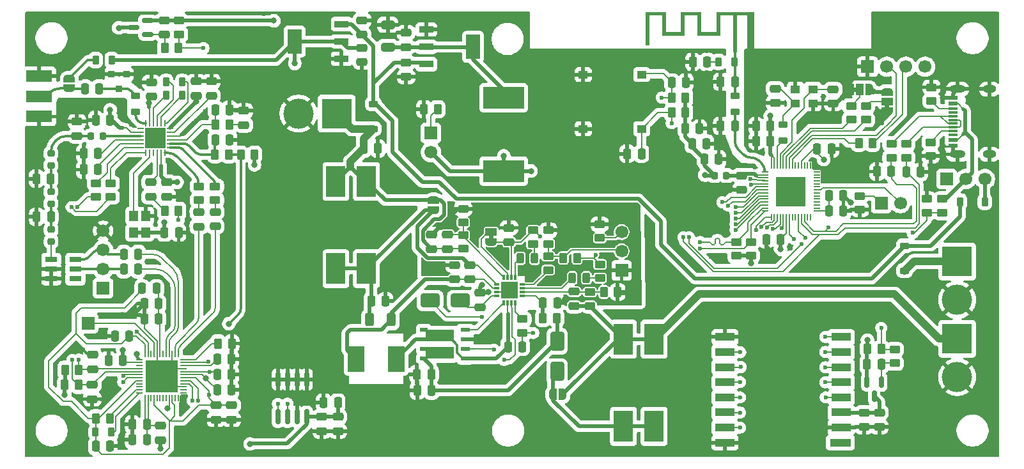
<source format=gbr>
%TF.GenerationSoftware,KiCad,Pcbnew,9.0.7*%
%TF.CreationDate,2026-01-08T10:05:17+02:00*%
%TF.ProjectId,sig_scan_pcb,7369675f-7363-4616-9e5f-7063622e6b69,1*%
%TF.SameCoordinates,Original*%
%TF.FileFunction,Copper,L1,Top*%
%TF.FilePolarity,Positive*%
%FSLAX46Y46*%
G04 Gerber Fmt 4.6, Leading zero omitted, Abs format (unit mm)*
G04 Created by KiCad (PCBNEW 9.0.7) date 2026-01-08 10:05:17*
%MOMM*%
%LPD*%
G01*
G04 APERTURE LIST*
G04 Aperture macros list*
%AMRoundRect*
0 Rectangle with rounded corners*
0 $1 Rounding radius*
0 $2 $3 $4 $5 $6 $7 $8 $9 X,Y pos of 4 corners*
0 Add a 4 corners polygon primitive as box body*
4,1,4,$2,$3,$4,$5,$6,$7,$8,$9,$2,$3,0*
0 Add four circle primitives for the rounded corners*
1,1,$1+$1,$2,$3*
1,1,$1+$1,$4,$5*
1,1,$1+$1,$6,$7*
1,1,$1+$1,$8,$9*
0 Add four rect primitives between the rounded corners*
20,1,$1+$1,$2,$3,$4,$5,0*
20,1,$1+$1,$4,$5,$6,$7,0*
20,1,$1+$1,$6,$7,$8,$9,0*
20,1,$1+$1,$8,$9,$2,$3,0*%
%AMFreePoly0*
4,1,23,0.550000,-0.750000,0.000000,-0.750000,0.000000,-0.745722,-0.065263,-0.745722,-0.191342,-0.711940,-0.304381,-0.646677,-0.396677,-0.554381,-0.461940,-0.441342,-0.495722,-0.315263,-0.495722,-0.250000,-0.500000,-0.250000,-0.500000,0.250000,-0.495722,0.250000,-0.495722,0.315263,-0.461940,0.441342,-0.396677,0.554381,-0.304381,0.646677,-0.191342,0.711940,-0.065263,0.745722,0.000000,0.745722,
0.000000,0.750000,0.550000,0.750000,0.550000,-0.750000,0.550000,-0.750000,$1*%
%AMFreePoly1*
4,1,23,0.000000,0.745722,0.065263,0.745722,0.191342,0.711940,0.304381,0.646677,0.396677,0.554381,0.461940,0.441342,0.495722,0.315263,0.495722,0.250000,0.500000,0.250000,0.500000,-0.250000,0.495722,-0.250000,0.495722,-0.315263,0.461940,-0.441342,0.396677,-0.554381,0.304381,-0.646677,0.191342,-0.711940,0.065263,-0.745722,0.000000,-0.745722,0.000000,-0.750000,-0.550000,-0.750000,
-0.550000,0.750000,0.000000,0.750000,0.000000,0.745722,0.000000,0.745722,$1*%
%AMFreePoly2*
4,1,23,0.500000,-0.750000,0.000000,-0.750000,0.000000,-0.745722,-0.065263,-0.745722,-0.191342,-0.711940,-0.304381,-0.646677,-0.396677,-0.554381,-0.461940,-0.441342,-0.495722,-0.315263,-0.495722,-0.250000,-0.500000,-0.250000,-0.500000,0.250000,-0.495722,0.250000,-0.495722,0.315263,-0.461940,0.441342,-0.396677,0.554381,-0.304381,0.646677,-0.191342,0.711940,-0.065263,0.745722,0.000000,0.745722,
0.000000,0.750000,0.500000,0.750000,0.500000,-0.750000,0.500000,-0.750000,$1*%
%AMFreePoly3*
4,1,23,0.000000,0.745722,0.065263,0.745722,0.191342,0.711940,0.304381,0.646677,0.396677,0.554381,0.461940,0.441342,0.495722,0.315263,0.495722,0.250000,0.500000,0.250000,0.500000,-0.250000,0.495722,-0.250000,0.495722,-0.315263,0.461940,-0.441342,0.396677,-0.554381,0.304381,-0.646677,0.191342,-0.711940,0.065263,-0.745722,0.000000,-0.745722,0.000000,-0.750000,-0.500000,-0.750000,
-0.500000,0.750000,0.000000,0.750000,0.000000,0.745722,0.000000,0.745722,$1*%
G04 Aperture macros list end*
%TA.AperFunction,EtchedComponent*%
%ADD10C,0.000000*%
%TD*%
%TA.AperFunction,HeatsinkPad*%
%ADD11R,4.000000X4.000000*%
%TD*%
%TA.AperFunction,SMDPad,CuDef*%
%ADD12RoundRect,0.050000X-0.050000X-0.350000X0.050000X-0.350000X0.050000X0.350000X-0.050000X0.350000X0*%
%TD*%
%TA.AperFunction,SMDPad,CuDef*%
%ADD13RoundRect,0.050000X-0.350000X-0.050000X0.350000X-0.050000X0.350000X0.050000X-0.350000X0.050000X0*%
%TD*%
%TA.AperFunction,SMDPad,CuDef*%
%ADD14R,4.300000X4.300000*%
%TD*%
%TA.AperFunction,SMDPad,CuDef*%
%ADD15RoundRect,0.027500X-0.392500X0.082500X-0.392500X-0.082500X0.392500X-0.082500X0.392500X0.082500X0*%
%TD*%
%TA.AperFunction,SMDPad,CuDef*%
%ADD16RoundRect,0.027500X-0.082500X0.392500X-0.082500X-0.392500X0.082500X-0.392500X0.082500X0.392500X0*%
%TD*%
%TA.AperFunction,SMDPad,CuDef*%
%ADD17RoundRect,0.250000X-0.250000X-0.475000X0.250000X-0.475000X0.250000X0.475000X-0.250000X0.475000X0*%
%TD*%
%TA.AperFunction,SMDPad,CuDef*%
%ADD18RoundRect,0.250000X-0.450000X0.262500X-0.450000X-0.262500X0.450000X-0.262500X0.450000X0.262500X0*%
%TD*%
%TA.AperFunction,SMDPad,CuDef*%
%ADD19RoundRect,0.218750X-0.256250X0.218750X-0.256250X-0.218750X0.256250X-0.218750X0.256250X0.218750X0*%
%TD*%
%TA.AperFunction,ComponentPad*%
%ADD20R,4.000000X4.000000*%
%TD*%
%TA.AperFunction,ComponentPad*%
%ADD21C,4.000000*%
%TD*%
%TA.AperFunction,SMDPad,CuDef*%
%ADD22RoundRect,0.250000X0.250000X0.475000X-0.250000X0.475000X-0.250000X-0.475000X0.250000X-0.475000X0*%
%TD*%
%TA.AperFunction,SMDPad,CuDef*%
%ADD23RoundRect,0.250000X0.262500X0.450000X-0.262500X0.450000X-0.262500X-0.450000X0.262500X-0.450000X0*%
%TD*%
%TA.AperFunction,SMDPad,CuDef*%
%ADD24R,0.800000X0.300000*%
%TD*%
%TA.AperFunction,SMDPad,CuDef*%
%ADD25R,0.300000X0.800000*%
%TD*%
%TA.AperFunction,SMDPad,CuDef*%
%ADD26R,2.240000X2.240000*%
%TD*%
%TA.AperFunction,ComponentPad*%
%ADD27C,0.600000*%
%TD*%
%TA.AperFunction,SMDPad,CuDef*%
%ADD28RoundRect,0.250000X0.475000X-0.250000X0.475000X0.250000X-0.475000X0.250000X-0.475000X-0.250000X0*%
%TD*%
%TA.AperFunction,SMDPad,CuDef*%
%ADD29R,1.250000X1.000000*%
%TD*%
%TA.AperFunction,SMDPad,CuDef*%
%ADD30RoundRect,0.250000X-1.000000X-0.650000X1.000000X-0.650000X1.000000X0.650000X-1.000000X0.650000X0*%
%TD*%
%TA.AperFunction,SMDPad,CuDef*%
%ADD31RoundRect,0.225000X-0.375000X0.225000X-0.375000X-0.225000X0.375000X-0.225000X0.375000X0.225000X0*%
%TD*%
%TA.AperFunction,SMDPad,CuDef*%
%ADD32RoundRect,0.218750X-0.218750X-0.256250X0.218750X-0.256250X0.218750X0.256250X-0.218750X0.256250X0*%
%TD*%
%TA.AperFunction,SMDPad,CuDef*%
%ADD33RoundRect,0.218750X0.218750X0.381250X-0.218750X0.381250X-0.218750X-0.381250X0.218750X-0.381250X0*%
%TD*%
%TA.AperFunction,SMDPad,CuDef*%
%ADD34RoundRect,0.243750X-0.243750X-0.456250X0.243750X-0.456250X0.243750X0.456250X-0.243750X0.456250X0*%
%TD*%
%TA.AperFunction,SMDPad,CuDef*%
%ADD35RoundRect,0.250000X-0.475000X0.250000X-0.475000X-0.250000X0.475000X-0.250000X0.475000X0.250000X0*%
%TD*%
%TA.AperFunction,SMDPad,CuDef*%
%ADD36RoundRect,0.250000X-0.262500X-0.450000X0.262500X-0.450000X0.262500X0.450000X-0.262500X0.450000X0*%
%TD*%
%TA.AperFunction,SMDPad,CuDef*%
%ADD37FreePoly0,0.000000*%
%TD*%
%TA.AperFunction,SMDPad,CuDef*%
%ADD38R,1.000000X1.500000*%
%TD*%
%TA.AperFunction,SMDPad,CuDef*%
%ADD39FreePoly1,0.000000*%
%TD*%
%TA.AperFunction,SMDPad,CuDef*%
%ADD40RoundRect,0.150000X-0.150000X0.825000X-0.150000X-0.825000X0.150000X-0.825000X0.150000X0.825000X0*%
%TD*%
%TA.AperFunction,SMDPad,CuDef*%
%ADD41RoundRect,0.150000X0.587500X0.150000X-0.587500X0.150000X-0.587500X-0.150000X0.587500X-0.150000X0*%
%TD*%
%TA.AperFunction,SMDPad,CuDef*%
%ADD42R,1.270000X0.610000*%
%TD*%
%TA.AperFunction,SMDPad,CuDef*%
%ADD43R,1.020000X0.610000*%
%TD*%
%TA.AperFunction,SMDPad,CuDef*%
%ADD44R,3.810000X1.650000*%
%TD*%
%TA.AperFunction,SMDPad,CuDef*%
%ADD45R,2.550000X4.150000*%
%TD*%
%TA.AperFunction,SMDPad,CuDef*%
%ADD46R,2.235200X3.429000*%
%TD*%
%TA.AperFunction,SMDPad,CuDef*%
%ADD47RoundRect,0.218750X-0.381250X0.218750X-0.381250X-0.218750X0.381250X-0.218750X0.381250X0.218750X0*%
%TD*%
%TA.AperFunction,SMDPad,CuDef*%
%ADD48RoundRect,0.250000X-0.312500X-0.625000X0.312500X-0.625000X0.312500X0.625000X-0.312500X0.625000X0*%
%TD*%
%TA.AperFunction,SMDPad,CuDef*%
%ADD49R,5.400000X2.900000*%
%TD*%
%TA.AperFunction,SMDPad,CuDef*%
%ADD50R,1.650000X0.760000*%
%TD*%
%TA.AperFunction,SMDPad,CuDef*%
%ADD51RoundRect,0.250000X-0.650000X0.325000X-0.650000X-0.325000X0.650000X-0.325000X0.650000X0.325000X0*%
%TD*%
%TA.AperFunction,SMDPad,CuDef*%
%ADD52R,1.240000X0.600000*%
%TD*%
%TA.AperFunction,SMDPad,CuDef*%
%ADD53R,1.240000X0.300000*%
%TD*%
%TA.AperFunction,HeatsinkPad*%
%ADD54O,2.100000X1.000000*%
%TD*%
%TA.AperFunction,HeatsinkPad*%
%ADD55O,1.800000X1.000000*%
%TD*%
%TA.AperFunction,SMDPad,CuDef*%
%ADD56RoundRect,0.218750X-0.218750X-0.381250X0.218750X-0.381250X0.218750X0.381250X-0.218750X0.381250X0*%
%TD*%
%TA.AperFunction,SMDPad,CuDef*%
%ADD57RoundRect,0.250000X0.450000X-0.262500X0.450000X0.262500X-0.450000X0.262500X-0.450000X-0.262500X0*%
%TD*%
%TA.AperFunction,SMDPad,CuDef*%
%ADD58RoundRect,0.218750X0.218750X0.256250X-0.218750X0.256250X-0.218750X-0.256250X0.218750X-0.256250X0*%
%TD*%
%TA.AperFunction,ComponentPad*%
%ADD59R,1.700000X1.700000*%
%TD*%
%TA.AperFunction,ComponentPad*%
%ADD60C,1.700000*%
%TD*%
%TA.AperFunction,SMDPad,CuDef*%
%ADD61R,0.812800X0.889000*%
%TD*%
%TA.AperFunction,SMDPad,CuDef*%
%ADD62R,1.850000X0.900000*%
%TD*%
%TA.AperFunction,SMDPad,CuDef*%
%ADD63R,1.850000X3.200000*%
%TD*%
%TA.AperFunction,SMDPad,CuDef*%
%ADD64RoundRect,0.150000X-0.150000X0.587500X-0.150000X-0.587500X0.150000X-0.587500X0.150000X0.587500X0*%
%TD*%
%TA.AperFunction,SMDPad,CuDef*%
%ADD65RoundRect,0.218750X0.381250X-0.218750X0.381250X0.218750X-0.381250X0.218750X-0.381250X-0.218750X0*%
%TD*%
%TA.AperFunction,SMDPad,CuDef*%
%ADD66R,0.810000X0.260000*%
%TD*%
%TA.AperFunction,SMDPad,CuDef*%
%ADD67R,0.260000X0.810000*%
%TD*%
%TA.AperFunction,SMDPad,CuDef*%
%ADD68R,2.700000X2.700000*%
%TD*%
%TA.AperFunction,SMDPad,CuDef*%
%ADD69R,2.800000X1.100000*%
%TD*%
%TA.AperFunction,SMDPad,CuDef*%
%ADD70R,2.600000X1.100000*%
%TD*%
%TA.AperFunction,SMDPad,CuDef*%
%ADD71RoundRect,0.225000X-0.225000X-0.375000X0.225000X-0.375000X0.225000X0.375000X-0.225000X0.375000X0*%
%TD*%
%TA.AperFunction,SMDPad,CuDef*%
%ADD72FreePoly2,270.000000*%
%TD*%
%TA.AperFunction,SMDPad,CuDef*%
%ADD73FreePoly3,270.000000*%
%TD*%
%TA.AperFunction,SMDPad,CuDef*%
%ADD74FreePoly0,90.000000*%
%TD*%
%TA.AperFunction,SMDPad,CuDef*%
%ADD75R,1.500000X1.000000*%
%TD*%
%TA.AperFunction,SMDPad,CuDef*%
%ADD76FreePoly1,90.000000*%
%TD*%
%TA.AperFunction,SMDPad,CuDef*%
%ADD77FreePoly2,90.000000*%
%TD*%
%TA.AperFunction,SMDPad,CuDef*%
%ADD78FreePoly3,90.000000*%
%TD*%
%TA.AperFunction,SMDPad,CuDef*%
%ADD79RoundRect,0.250000X-0.650000X1.000000X-0.650000X-1.000000X0.650000X-1.000000X0.650000X1.000000X0*%
%TD*%
%TA.AperFunction,SMDPad,CuDef*%
%ADD80R,1.200000X1.400000*%
%TD*%
%TA.AperFunction,SMDPad,CuDef*%
%ADD81FreePoly2,0.000000*%
%TD*%
%TA.AperFunction,SMDPad,CuDef*%
%ADD82FreePoly3,0.000000*%
%TD*%
%TA.AperFunction,SMDPad,CuDef*%
%ADD83R,3.500000X1.500000*%
%TD*%
%TA.AperFunction,ConnectorPad*%
%ADD84R,0.500000X0.500000*%
%TD*%
%TA.AperFunction,ComponentPad*%
%ADD85R,0.900000X0.500000*%
%TD*%
%TA.AperFunction,SMDPad,CuDef*%
%ADD86R,1.300000X1.050000*%
%TD*%
%TA.AperFunction,ViaPad*%
%ADD87C,0.600000*%
%TD*%
%TA.AperFunction,ViaPad*%
%ADD88C,0.800000*%
%TD*%
%TA.AperFunction,Conductor*%
%ADD89C,0.200000*%
%TD*%
%TA.AperFunction,Conductor*%
%ADD90C,0.340000*%
%TD*%
%TA.AperFunction,Conductor*%
%ADD91C,0.300000*%
%TD*%
%TA.AperFunction,Conductor*%
%ADD92C,0.500000*%
%TD*%
%TA.AperFunction,Conductor*%
%ADD93C,1.000000*%
%TD*%
G04 APERTURE END LIST*
D10*
%TA.AperFunction,EtchedComponent*%
%TO.C,JP3*%
G36*
X132037500Y-32074450D02*
G01*
X131537500Y-32074450D01*
X131537500Y-31474450D01*
X132037500Y-31474450D01*
X132037500Y-32074450D01*
G37*
%TD.AperFunction*%
%TA.AperFunction,EtchedComponent*%
%TO.C,JP2*%
G36*
X136344300Y-34244650D02*
G01*
X135744300Y-34244650D01*
X135744300Y-33744650D01*
X136344300Y-33744650D01*
X136344300Y-34244650D01*
G37*
%TD.AperFunction*%
%TA.AperFunction,EtchedComponent*%
%TO.C,J13*%
G36*
X83918699Y-51562399D02*
G01*
X83318699Y-51562399D01*
X83318699Y-51062399D01*
X83918699Y-51062399D01*
X83918699Y-51562399D01*
G37*
%TD.AperFunction*%
%TA.AperFunction,EtchedComponent*%
%TO.C,AE1*%
G36*
X118453381Y-26859800D02*
G01*
X117553381Y-26859800D01*
X117553381Y-26601642D01*
X117855159Y-26601642D01*
X117861690Y-26651168D01*
X117882249Y-26696353D01*
X117915892Y-26731587D01*
X117934503Y-26742200D01*
X117980018Y-26755100D01*
X118028537Y-26755843D01*
X118071200Y-26743735D01*
X118079112Y-26739381D01*
X118117055Y-26706597D01*
X118141123Y-26664195D01*
X118150964Y-26616585D01*
X118146228Y-26568178D01*
X118126566Y-26523384D01*
X118091626Y-26486614D01*
X118058734Y-26469708D01*
X118010648Y-26461818D01*
X117961063Y-26468392D01*
X117915753Y-26488487D01*
X117880493Y-26521157D01*
X117863599Y-26553383D01*
X117855159Y-26601642D01*
X117553381Y-26601642D01*
X117553381Y-21959800D01*
X116153381Y-21959800D01*
X116153381Y-26859800D01*
X115653381Y-26859800D01*
X115653381Y-21959800D01*
X113953381Y-21959800D01*
X113953381Y-24599800D01*
X110953381Y-24599800D01*
X110953381Y-21959800D01*
X109253381Y-21959800D01*
X109253381Y-24599800D01*
X106253381Y-24599800D01*
X106253381Y-21959800D01*
X104553381Y-21959800D01*
X104553381Y-25899800D01*
X104053381Y-25899800D01*
X104053381Y-21459800D01*
X106753381Y-21459800D01*
X106753381Y-24099800D01*
X108753381Y-24099800D01*
X108753381Y-21459800D01*
X111453381Y-21459800D01*
X111453381Y-24099800D01*
X113453381Y-24099800D01*
X113453381Y-21459800D01*
X118453381Y-21459800D01*
X118453381Y-26616585D01*
X118453381Y-26859800D01*
G37*
%TD.AperFunction*%
%TD*%
D11*
%TO.P,U4,57,GND*%
%TO.N,GND*%
X123315729Y-45252550D03*
D12*
%TO.P,U4,56,VDDA*%
%TO.N,+3.3V*%
X120715729Y-41802550D03*
%TO.P,U4,55,VDDA*%
X121115729Y-41802550D03*
%TO.P,U4,54,XTAL_P*%
%TO.N,Net-(U4-XTAL_P)*%
X121515729Y-41802550D03*
%TO.P,U4,53,XTAL_N*%
%TO.N,Net-(U4-XTAL_N)*%
X121915729Y-41802550D03*
%TO.P,U4,52,GPIO46*%
%TO.N,Net-(U4-GPIO46)*%
X122315729Y-41802550D03*
%TO.P,U4,51,GPIO45*%
%TO.N,Net-(U4-GPIO45)*%
X122715729Y-41802550D03*
%TO.P,U4,50,U0RXD*%
%TO.N,Net-(J10-Pin_2)*%
X123115729Y-41802550D03*
%TO.P,U4,49,U0TXD*%
%TO.N,Net-(U4-U0TXD)*%
X123515729Y-41802550D03*
%TO.P,U4,48,MTMS*%
%TO.N,/GPIO42{slash}MTMS*%
X123915729Y-41802550D03*
%TO.P,U4,47,MTDI*%
%TO.N,/GPIO41{slash}MTDI*%
X124315729Y-41802550D03*
%TO.P,U4,46,VDD3P3_CPU*%
%TO.N,+3.3V*%
X124715729Y-41802550D03*
%TO.P,U4,45,MTDO*%
%TO.N,/GPIO40{slash}MTDO*%
X125115729Y-41802550D03*
%TO.P,U4,44,MTCK*%
%TO.N,/GPIO39{slash}MTCK*%
X125515729Y-41802550D03*
%TO.P,U4,43,GPIO38*%
%TO.N,/GPIO38*%
X125915729Y-41802550D03*
D13*
%TO.P,U4,42,GPIO37*%
%TO.N,unconnected-(U4-GPIO37-Pad42)*%
X126765729Y-42652550D03*
%TO.P,U4,41,GPIO36*%
%TO.N,unconnected-(U4-GPIO36-Pad41)*%
X126765729Y-43052550D03*
%TO.P,U4,40,GPIO35*%
%TO.N,unconnected-(U4-GPIO35-Pad40)*%
X126765729Y-43452550D03*
%TO.P,U4,39,GPIO34*%
%TO.N,unconnected-(U4-GPIO34-Pad39)*%
X126765729Y-43852550D03*
%TO.P,U4,38,GPIO33*%
%TO.N,unconnected-(U4-GPIO33-Pad38)*%
X126765729Y-44252550D03*
%TO.P,U4,37,SPICLK_P*%
%TO.N,/GPIO47*%
X126765729Y-44652550D03*
%TO.P,U4,36,SPICLK_N*%
%TO.N,/GPIO48*%
X126765729Y-45052550D03*
%TO.P,U4,35,SPID*%
%TO.N,unconnected-(U4-SPID-Pad35)*%
X126765729Y-45452550D03*
%TO.P,U4,34,SPIQ*%
%TO.N,unconnected-(U4-SPIQ-Pad34)*%
X126765729Y-45852550D03*
%TO.P,U4,33,SPICLK*%
%TO.N,unconnected-(U4-SPICLK-Pad33)*%
X126765729Y-46252550D03*
%TO.P,U4,32,SPICS0*%
%TO.N,unconnected-(U4-SPICS0-Pad32)*%
X126765729Y-46652550D03*
%TO.P,U4,31,SPIWP*%
%TO.N,unconnected-(U4-SPIWP-Pad31)*%
X126765729Y-47052550D03*
%TO.P,U4,30,SPIHD*%
%TO.N,unconnected-(U4-SPIHD-Pad30)*%
X126765729Y-47452550D03*
%TO.P,U4,29,VDD_SPI*%
%TO.N,Net-(U4-VDD_SPI)*%
X126765729Y-47852550D03*
D12*
%TO.P,U4,28,SPICS1*%
%TO.N,unconnected-(U4-SPICS1-Pad28)*%
X125915729Y-48702550D03*
%TO.P,U4,27,GPIO21*%
%TO.N,/GPIO21*%
X125515729Y-48702550D03*
%TO.P,U4,26,GPIO20/USB_D+*%
%TO.N,/USBD+*%
X125115729Y-48702550D03*
%TO.P,U4,25,GPIO19/USB_D-*%
%TO.N,/USBD-*%
X124715729Y-48702550D03*
%TO.P,U4,24,GPIO18*%
%TO.N,Net-(U4-GPIO18)*%
X124315729Y-48702550D03*
%TO.P,U4,23,GPIO17*%
%TO.N,/GPIO17*%
X123915729Y-48702550D03*
%TO.P,U4,22,XTAL_32K_N*%
%TO.N,/GPIO16*%
X123515729Y-48702550D03*
%TO.P,U4,21,XTAL_32K_P*%
%TO.N,/GPIO15*%
X123115729Y-48702550D03*
%TO.P,U4,20,VDD3P3_RTC*%
%TO.N,+3.3V*%
X122715729Y-48702550D03*
%TO.P,U4,19,GPIO14*%
%TO.N,/GPIO14*%
X122315729Y-48702550D03*
%TO.P,U4,18,GPIO13*%
%TO.N,/GPIO13*%
X121915729Y-48702550D03*
%TO.P,U4,17,GPIO12*%
%TO.N,/GPIO12*%
X121515729Y-48702550D03*
%TO.P,U4,16,GPIO11*%
%TO.N,/GPIO11*%
X121115729Y-48702550D03*
%TO.P,U4,15,GPIO10*%
%TO.N,/GPIO10*%
X120715729Y-48702550D03*
D13*
%TO.P,U4,14,GPIO9*%
%TO.N,/SCL*%
X119865729Y-47852550D03*
%TO.P,U4,13,GPIO8*%
%TO.N,/SDA*%
X119865729Y-47452550D03*
%TO.P,U4,12,GPIO7*%
%TO.N,/GPIO7{slash}DIN*%
X119865729Y-47052550D03*
%TO.P,U4,11,GPIO6*%
%TO.N,/GPIO6{slash}DOUT*%
X119865729Y-46652550D03*
%TO.P,U4,10,GPIO5*%
%TO.N,/GPIO5{slash}FSYNC*%
X119865729Y-46252550D03*
%TO.P,U4,9,GPIO4*%
%TO.N,/GPIO4{slash}BCLK*%
X119865729Y-45852550D03*
%TO.P,U4,8,GPIO3*%
%TO.N,/GPIO3*%
X119865729Y-45452550D03*
%TO.P,U4,7,GPIO2*%
%TO.N,/GPIO2*%
X119865729Y-45052550D03*
%TO.P,U4,6,GPIO1*%
%TO.N,/GPIO1*%
X119865729Y-44652550D03*
%TO.P,U4,5,GPIO0*%
%TO.N,/GPIO0*%
X119865729Y-44252550D03*
%TO.P,U4,4,CHIP_PU*%
%TO.N,/CHIP_PU*%
X119865729Y-43852550D03*
%TO.P,U4,3,VDD3P3*%
%TO.N,Net-(C45-Pad2)*%
X119865729Y-43452550D03*
%TO.P,U4,2,VDD3P3*%
X119865729Y-43052550D03*
%TO.P,U4,1,LNA_IN*%
%TO.N,Net-(U4-LNA_IN)*%
X119865729Y-42652550D03*
%TD*%
D14*
%TO.P,U5,49,GND*%
%TO.N,GND*%
X39965092Y-69732816D03*
D15*
%TO.P,U5,48,R12K*%
%TO.N,Net-(U5-R12K)*%
X42900091Y-67532816D03*
%TO.P,U5,47,VDDA*%
%TO.N,+1V2*%
X42900092Y-67932816D03*
%TO.P,U5,46,VCMI*%
%TO.N,Net-(U5-VCMI)*%
X42900092Y-68332816D03*
%TO.P,U5,45,GNDA*%
%TO.N,GND*%
X42900092Y-68732816D03*
%TO.P,U5,44,VDDA*%
%TO.N,+1V2*%
X42900091Y-69132816D03*
%TO.P,U5,43,VDDA33*%
%TO.N,3.3V*%
X42900092Y-69532816D03*
%TO.P,U5,42,UVDDA*%
%TO.N,+1V2*%
X42900092Y-69932816D03*
%TO.P,U5,41,USB_D\u2212_(HSDM)*%
%TO.N,/USBD-*%
X42900091Y-70332816D03*
%TO.P,U5,40,USB_D+_(HSDP)*%
%TO.N,/USBD+*%
X42900092Y-70732816D03*
%TO.P,U5,39,SEGND*%
%TO.N,GND*%
X42900092Y-71132816D03*
%TO.P,U5,38,IRRC*%
%TO.N,unconnected-(U5-IRRC-Pad38)*%
X42900092Y-71532816D03*
%TO.P,U5,37,GPIO0_out__VDD1_power_control*%
%TO.N,unconnected-(U5-GPIO0_out__VDD1_power_control-Pad37)*%
X42900091Y-71932816D03*
D16*
%TO.P,U5,36,GPIO3_in_USB_remote_*%
%TO.N,unconnected-(U5-GPIO3_in_USB_remote_-Pad36)*%
X42165092Y-72667815D03*
%TO.P,U5,35,M_ERR*%
%TO.N,unconnected-(U5-M_ERR-Pad35)*%
X41765092Y-72667816D03*
%TO.P,U5,34,VDD1*%
%TO.N,+1V2*%
X41365092Y-72667816D03*
%TO.P,U5,33,VDD3*%
%TO.N,3.3V*%
X40965092Y-72667816D03*
%TO.P,U5,32,GPIO1_in_select_clock_source*%
%TO.N,unconnected-(U5-GPIO1_in_select_clock_source-Pad32)*%
X40565092Y-72667815D03*
%TO.P,U5,31,GPIO2_in_I2_C_mode*%
%TO.N,unconnected-(U5-GPIO2_in_I2_C_mode-Pad31)*%
X40165092Y-72667816D03*
%TO.P,U5,30,GPIO4_out_antenna_power*%
%TO.N,unconnected-(U5-GPIO4_out_antenna_power-Pad30)*%
X39765092Y-72667816D03*
%TO.P,U5,29,GPIO5_in_clock_source*%
%TO.N,unconnected-(U5-GPIO5_in_clock_source-Pad29)*%
X39365092Y-72667815D03*
%TO.P,U5,28,VDD1*%
%TO.N,+1V2*%
X38965092Y-72667816D03*
%TO.P,U5,27,ENSWREG*%
%TO.N,unconnected-(U5-ENSWREG-Pad27)*%
X38565092Y-72667816D03*
%TO.P,U5,26,SW_VDD3*%
%TO.N,Net-(C56-Pad1)*%
X38165092Y-72667816D03*
%TO.P,U5,25,SW_VDD3*%
X37765092Y-72667815D03*
D15*
%TO.P,U5,24,REG_OUT*%
%TO.N,Net-(U5-REG_OUT)*%
X37030093Y-71932816D03*
%TO.P,U5,23,FB*%
%TO.N,Net-(U5-FB)*%
X37030092Y-71532816D03*
%TO.P,U5,22,GPIO6_x*%
%TO.N,unconnected-(U5-GPIO6_x-Pad22)*%
X37030092Y-71132816D03*
%TO.P,U5,21,GPIO7_x*%
%TO.N,unconnected-(U5-GPIO7_x-Pad21)*%
X37030092Y-70732816D03*
%TO.P,U5,20,VDD1*%
%TO.N,+1V2*%
X37030093Y-70332816D03*
%TO.P,U5,19,I2C_SDA*%
%TO.N,/SDA*%
X37030092Y-69932816D03*
%TO.P,U5,18,I2C_SCL*%
%TO.N,/SCL*%
X37030092Y-69532816D03*
%TO.P,U5,17,I2C_SDAT*%
%TO.N,Net-(U5-I2C_SDAT)*%
X37030093Y-69132816D03*
%TO.P,U5,16,I2C_SCLT*%
%TO.N,Net-(U5-I2C_SCLT)*%
X37030092Y-68732816D03*
%TO.P,U5,15,AGC_RF*%
%TO.N,unconnected-(U5-AGC_RF-Pad15)*%
X37030092Y-68332816D03*
%TO.P,U5,14,VDD3*%
%TO.N,3.3V*%
X37030092Y-67932816D03*
%TO.P,U5,13,AGC_IF*%
%TO.N,Net-(U5-AGC_IF)*%
X37030093Y-67532816D03*
D16*
%TO.P,U5,12,VDD1*%
%TO.N,+1V2*%
X37765092Y-66797817D03*
%TO.P,U5,11,XI*%
%TO.N,Net-(U5-XI)*%
X38165092Y-66797816D03*
%TO.P,U5,10,XO*%
%TO.N,unconnected-(U5-XO-Pad10)*%
X38565092Y-66797816D03*
%TO.P,U5,9,TP_CKO*%
%TO.N,Net-(J7-Pin_1)*%
X38965092Y-66797816D03*
%TO.P,U5,8,GNDPLL*%
%TO.N,GND*%
X39365092Y-66797817D03*
%TO.P,U5,7,VDDPLL*%
%TO.N,Net-(U5-VDDPLL)*%
X39765092Y-66797816D03*
%TO.P,U5,6,VINR*%
%TO.N,unconnected-(U5-VINR-Pad6)*%
X40165092Y-66797816D03*
%TO.P,U5,5,VQN*%
%TO.N,Net-(U5-VQN)*%
X40565092Y-66797817D03*
%TO.P,U5,4,VQP*%
%TO.N,Net-(U5-VQP)*%
X40965092Y-66797816D03*
%TO.P,U5,3,GNDA*%
%TO.N,GND*%
X41365092Y-66797816D03*
%TO.P,U5,2,VIN*%
%TO.N,Net-(U5-VIN)*%
X41765092Y-66797816D03*
%TO.P,U5,1,VIP*%
%TO.N,Net-(U5-VIP)*%
X42165092Y-66797817D03*
%TD*%
D17*
%TO.P,C41,1*%
%TO.N,GND*%
X118695830Y-38572250D03*
%TO.P,C41,2*%
%TO.N,+3.3V*%
X120595830Y-38572250D03*
%TD*%
D18*
%TO.P,R26,1*%
%TO.N,Net-(J9-Pin_1)*%
X132460230Y-45847349D03*
%TO.P,R26,2*%
%TO.N,GND*%
X132460230Y-47672349D03*
%TD*%
D19*
%TO.P,L6,1*%
%TO.N,Net-(C14-Pad1)*%
X25300300Y-40232650D03*
%TO.P,L6,2*%
%TO.N,Net-(C19-Pad1)*%
X25300300Y-41807652D03*
%TD*%
D20*
%TO.P,J2,1,Pin_1*%
%TO.N,Net-(D1-A)*%
X145338800Y-54533800D03*
D21*
%TO.P,J2,2,Pin_2*%
%TO.N,GND*%
X145338800Y-59613799D03*
%TD*%
D22*
%TO.P,C59,1*%
%TO.N,Net-(C56-Pad1)*%
X38001090Y-78177016D03*
%TO.P,C59,2*%
%TO.N,GND*%
X36101092Y-78177016D03*
%TD*%
D23*
%TO.P,R14,1*%
%TO.N,/GPIO1*%
X42209201Y-26262651D03*
%TO.P,R14,2*%
%TO.N,Net-(Q1-G)*%
X40384201Y-26262651D03*
%TD*%
D24*
%TO.P,IC2,1,VCC*%
%TO.N,Net-(IC2-VCC)*%
X87755300Y-59090600D03*
%TO.P,IC2,2,MPPSET*%
%TO.N,Net-(IC2-MPPSET)*%
X87755300Y-58590599D03*
%TO.P,IC2,3,STAT1*%
%TO.N,Net-(D4-K)*%
X87755300Y-58090599D03*
%TO.P,IC2,4,TS*%
%TO.N,Net-(IC2-TS)*%
X87755300Y-57590598D03*
D25*
%TO.P,IC2,5,STAT2*%
%TO.N,Net-(D5-K)*%
X86805301Y-56640599D03*
%TO.P,IC2,6,VREF*%
%TO.N,/VREF*%
X86305300Y-56640599D03*
%TO.P,IC2,7,TERM_EN*%
%TO.N,Net-(IC2-TERM_EN)*%
X85805300Y-56640599D03*
%TO.P,IC2,8,VFB*%
%TO.N,Net-(IC2-VFB)*%
X85305299Y-56640599D03*
D24*
%TO.P,IC2,9,SRN*%
%TO.N,Net-(IC2-SRN)*%
X84355300Y-57590598D03*
%TO.P,IC2,10,SRP*%
%TO.N,Net-(IC2-SRP)*%
X84355300Y-58090599D03*
%TO.P,IC2,11,GND*%
%TO.N,GND*%
X84355300Y-58590599D03*
%TO.P,IC2,12,REGN*%
%TO.N,Net-(D6-A)*%
X84355300Y-59090600D03*
D25*
%TO.P,IC2,13,LODRV*%
%TO.N,Net-(IC2-LODRV)*%
X85305299Y-60040599D03*
%TO.P,IC2,14,PH*%
%TO.N,Net-(IC2-PH)*%
X85805300Y-60040599D03*
%TO.P,IC2,15,HIDRV*%
%TO.N,Net-(IC2-HIDRV)*%
X86305300Y-60040599D03*
%TO.P,IC2,16,BTST*%
%TO.N,Net-(IC2-BTST)*%
X86805301Y-60040599D03*
D26*
%TO.P,IC2,17,EP*%
%TO.N,GND*%
X86055300Y-58340599D03*
D27*
%TO.P,IC2,18,VIA_A*%
%TO.N,GNDA*%
X86588700Y-58848599D03*
X86588700Y-57832599D03*
%TO.P,IC2,19,VIA_B*%
%TO.N,GND*%
X85521900Y-58848599D03*
X85521900Y-57832599D03*
%TD*%
D28*
%TO.P,C15,1*%
%TO.N,GND*%
X66497200Y-28117800D03*
%TO.P,C15,2*%
%TO.N,+5V*%
X66497200Y-26217802D03*
%TD*%
D29*
%TO.P,SW2,1,1*%
%TO.N,GND*%
X95807700Y-29767850D03*
%TO.P,SW2,2,2*%
%TO.N,/CHIP_PU*%
X103557700Y-29767850D03*
%TD*%
D18*
%TO.P,R19,1*%
%TO.N,/SCL*%
X118033800Y-51944900D03*
%TO.P,R19,2*%
%TO.N,+3.3V*%
X118033800Y-53769900D03*
%TD*%
D17*
%TO.P,C48,1*%
%TO.N,Net-(U4-VDD_SPI)*%
X128374500Y-47852650D03*
%TO.P,C48,2*%
%TO.N,GND*%
X130274500Y-47852650D03*
%TD*%
D22*
%TO.P,C20,1*%
%TO.N,Net-(U3-DET2)*%
X31533499Y-42366250D03*
%TO.P,C20,2*%
%TO.N,GND*%
X29633501Y-42366250D03*
%TD*%
%TO.P,C4,1*%
%TO.N,GND*%
X48983299Y-34416050D03*
%TO.P,C4,2*%
%TO.N,Net-(U3-CP)*%
X47083301Y-34416050D03*
%TD*%
D30*
%TO.P,D6,1,K*%
%TO.N,Net-(D6-K)*%
X75529298Y-59700199D03*
%TO.P,D6,2,A*%
%TO.N,Net-(D6-A)*%
X79529300Y-59700199D03*
%TD*%
D31*
%TO.P,D7,1,K*%
%TO.N,+15V*%
X68021200Y-33656000D03*
%TO.P,D7,2,A*%
%TO.N,Net-(D7-A)*%
X68021200Y-36956000D03*
%TD*%
D28*
%TO.P,C68,1*%
%TO.N,GND*%
X133003600Y-76463048D03*
%TO.P,C68,2*%
%TO.N,Net-(Q2-D)*%
X133003600Y-74563050D03*
%TD*%
D18*
%TO.P,R34,1*%
%TO.N,GNDA*%
X91187900Y-50405699D03*
%TO.P,R34,2*%
%TO.N,Net-(J12-Pin_2)*%
X91187900Y-52230699D03*
%TD*%
D32*
%TO.P,L12,1*%
%TO.N,+3.3V*%
X113195400Y-43153650D03*
%TO.P,L12,2*%
%TO.N,Net-(C45-Pad2)*%
X114770400Y-43153650D03*
%TD*%
D33*
%TO.P,L4,1,1*%
%TO.N,Net-(U3-TF2N)*%
X42695000Y-30758450D03*
%TO.P,L4,2,2*%
%TO.N,Net-(U3-TF1N)*%
X40570000Y-30758450D03*
%TD*%
D22*
%TO.P,C50,1*%
%TO.N,3.3V*%
X63306999Y-73228200D03*
%TO.P,C50,2*%
%TO.N,GND*%
X61407001Y-73228200D03*
%TD*%
D34*
%TO.P,D5,1,K*%
%TO.N,Net-(D5-K)*%
X87481799Y-54112199D03*
%TO.P,D5,2,A*%
%TO.N,Net-(D5-A)*%
X89356801Y-54112199D03*
%TD*%
D35*
%TO.P,C21,1*%
%TO.N,Net-(U3-CLK_OUT)*%
X38508300Y-44047652D03*
%TO.P,C21,2*%
%TO.N,Net-(C21-Pad2)*%
X38508300Y-45947650D03*
%TD*%
D36*
%TO.P,R16,1*%
%TO.N,/CHIP_PU*%
X107533200Y-32815850D03*
%TO.P,R16,2*%
%TO.N,+3.3V*%
X109358200Y-32815850D03*
%TD*%
%TO.P,R18,1*%
%TO.N,Net-(C21-Pad2)*%
X40389800Y-47801850D03*
%TO.P,R18,2*%
%TO.N,Net-(U5-XI)*%
X42214800Y-47801850D03*
%TD*%
D37*
%TO.P,JP3,1,A*%
%TO.N,GND*%
X131137500Y-31774450D03*
D38*
%TO.P,JP3,2,C*%
%TO.N,Net-(JP3-C)*%
X132437500Y-31774450D03*
D39*
%TO.P,JP3,3,B*%
%TO.N,+3.3V*%
X133737500Y-31774450D03*
%TD*%
D22*
%TO.P,C13,1*%
%TO.N,/USBD+*%
X136623498Y-42620250D03*
%TO.P,C13,2*%
%TO.N,GND*%
X134723500Y-42620250D03*
%TD*%
D35*
%TO.P,C77,1*%
%TO.N,GNDA*%
X75742800Y-50977800D03*
%TO.P,C77,2*%
%TO.N,Net-(D7-A)*%
X75742800Y-52877798D03*
%TD*%
D40*
%TO.P,U6,1,E0*%
%TO.N,GND*%
X59182000Y-70157800D03*
%TO.P,U6,2,E1*%
X57912000Y-70157800D03*
%TO.P,U6,3,E2*%
X56642000Y-70157800D03*
%TO.P,U6,4,VSS*%
X55372000Y-70157800D03*
%TO.P,U6,5,SDA*%
%TO.N,/SDA*%
X55372000Y-75107800D03*
%TO.P,U6,6,SCL*%
%TO.N,/SCL*%
X56642000Y-75107800D03*
%TO.P,U6,7,~{WC}*%
%TO.N,GND*%
X57912000Y-75107800D03*
%TO.P,U6,8,VCC*%
%TO.N,3.3V*%
X59182000Y-75107800D03*
%TD*%
D41*
%TO.P,Q1,1,G*%
%TO.N,Net-(Q1-G)*%
X38091700Y-24494850D03*
%TO.P,Q1,2,S*%
%TO.N,+3.3V*%
X38091700Y-22594850D03*
%TO.P,Q1,3,D*%
%TO.N,3.3V*%
X36216699Y-23544850D03*
%TD*%
D17*
%TO.P,C55,1*%
%TO.N,Net-(U5-VCMI)*%
X47330994Y-67509016D03*
%TO.P,C55,2*%
%TO.N,GND*%
X49230992Y-67509016D03*
%TD*%
D28*
%TO.P,C45,1*%
%TO.N,GND*%
X116750230Y-45059449D03*
%TO.P,C45,2*%
%TO.N,Net-(C45-Pad2)*%
X116750230Y-43159451D03*
%TD*%
D35*
%TO.P,C51,1*%
%TO.N,3.3V*%
X63322200Y-75112801D03*
%TO.P,C51,2*%
%TO.N,GND*%
X63322200Y-77012799D03*
%TD*%
D17*
%TO.P,C37,1*%
%TO.N,Net-(J8-Pin_2)*%
X34952300Y-55574250D03*
%TO.P,C37,2*%
%TO.N,Net-(U5-VQN)*%
X36852298Y-55574250D03*
%TD*%
D18*
%TO.P,R23,1*%
%TO.N,GND*%
X141351000Y-46257200D03*
%TO.P,R23,2*%
%TO.N,Net-(U4-GPIO18)*%
X141351000Y-48082200D03*
%TD*%
D23*
%TO.P,R32,1*%
%TO.N,GNDA*%
X100380800Y-58582599D03*
%TO.P,R32,2*%
%TO.N,Net-(IC2-MPPSET)*%
X98555800Y-58582599D03*
%TD*%
D22*
%TO.P,C24,1*%
%TO.N,GND*%
X109421099Y-30809250D03*
%TO.P,C24,2*%
%TO.N,/CHIP_PU*%
X107521101Y-30809250D03*
%TD*%
D17*
%TO.P,C40,1*%
%TO.N,GND*%
X118695830Y-36591050D03*
%TO.P,C40,2*%
%TO.N,+3.3V*%
X120595830Y-36591050D03*
%TD*%
D42*
%TO.P,Q3,1*%
%TO.N,Net-(IC2-PH)*%
X80174100Y-67389399D03*
%TO.P,Q3,2*%
%TO.N,Net-(IC2-HIDRV)*%
X80174099Y-66119399D03*
%TO.P,Q3,3*%
%TO.N,GND*%
X80174099Y-64849399D03*
%TO.P,Q3,4*%
%TO.N,Net-(IC2-LODRV)*%
X80174100Y-63579399D03*
D43*
%TO.P,Q3,5*%
%TO.N,Net-(IC2-PH)*%
X74709099Y-63579399D03*
%TO.P,Q3,6*%
X74709099Y-64849399D03*
%TO.P,Q3,7*%
%TO.N,Net-(D3-K)*%
X74709099Y-66119399D03*
%TO.P,Q3,8*%
X74709099Y-67389399D03*
D44*
%TO.P,Q3,9*%
X76814099Y-66614399D03*
%TO.P,Q3,10*%
%TO.N,Net-(IC2-PH)*%
X76814099Y-64354399D03*
%TD*%
D28*
%TO.P,C8,1*%
%TO.N,GND*%
X72350901Y-30050700D03*
%TO.P,C8,2*%
%TO.N,+15V*%
X72350901Y-28150702D03*
%TD*%
D18*
%TO.P,R27,1*%
%TO.N,Net-(JP2-C)*%
X133275700Y-33935350D03*
%TO.P,R27,2*%
%TO.N,Net-(U4-GPIO45)*%
X133275700Y-35760350D03*
%TD*%
%TO.P,R31,1*%
%TO.N,Net-(IC2-MPPSET)*%
X96699700Y-58586399D03*
%TO.P,R31,2*%
%TO.N,+16V*%
X96699700Y-60411399D03*
%TD*%
D19*
%TO.P,L8,1*%
%TO.N,Net-(C19-Pad1)*%
X25300300Y-45286947D03*
%TO.P,L8,2*%
%TO.N,Net-(C22-Pad1)*%
X25300300Y-46861949D03*
%TD*%
D45*
%TO.P,L15,1,1*%
%TO.N,+16V*%
X105192800Y-64827800D03*
%TO.P,L15,2,2*%
X101142800Y-64827800D03*
%TO.P,L15,3,3*%
%TO.N,Net-(D3-A)*%
X101142800Y-76377800D03*
%TO.P,L15,4,4*%
X105192800Y-76377800D03*
%TD*%
D35*
%TO.P,C35,1*%
%TO.N,Net-(C35-Pad1)*%
X44883700Y-48020251D03*
%TO.P,C35,2*%
%TO.N,Net-(U5-VIN)*%
X44883700Y-49920249D03*
%TD*%
%TO.P,C67,1*%
%TO.N,GNDA*%
X85980900Y-50073599D03*
%TO.P,C67,2*%
%TO.N,/VREF*%
X85980900Y-51973597D03*
%TD*%
D22*
%TO.P,C78,1*%
%TO.N,GND*%
X68615599Y-39573200D03*
%TO.P,C78,2*%
%TO.N,Net-(D7-A)*%
X66715601Y-39573200D03*
%TD*%
D17*
%TO.P,C60,1*%
%TO.N,3.3V*%
X47330994Y-71573016D03*
%TO.P,C60,2*%
%TO.N,GND*%
X49230992Y-71573016D03*
%TD*%
D46*
%TO.P,L16,1,1*%
%TO.N,Net-(IC2-PH)*%
X71031101Y-67437000D03*
%TO.P,L16,2,2*%
%TO.N,Net-(IC2-SRP)*%
X65722499Y-67437000D03*
%TD*%
D47*
%TO.P,L2,1*%
%TO.N,Net-(C1-Pad2)*%
X36527100Y-32566150D03*
%TO.P,L2,2*%
%TO.N,Net-(U3-RF_IN)*%
X36527100Y-34691150D03*
%TD*%
D48*
%TO.P,R42,1*%
%TO.N,Net-(IC2-SRN)*%
X67473100Y-62255400D03*
%TO.P,R42,2*%
%TO.N,Net-(IC2-SRP)*%
X70398100Y-62255400D03*
%TD*%
D28*
%TO.P,C28,1*%
%TO.N,GND*%
X128918100Y-33638849D03*
%TO.P,C28,2*%
%TO.N,Net-(U4-XTAL_N)*%
X128918100Y-31738851D03*
%TD*%
D22*
%TO.P,C42,1*%
%TO.N,GND*%
X111223229Y-36921251D03*
%TO.P,C42,2*%
%TO.N,+3.3V*%
X109323231Y-36921251D03*
%TD*%
D36*
%TO.P,R2,1*%
%TO.N,Net-(U3-IF_AGC)*%
X47044600Y-40385050D03*
%TO.P,R2,2*%
%TO.N,Net-(U5-AGC_IF)*%
X48869600Y-40385050D03*
%TD*%
D20*
%TO.P,J11,1,Pin_1*%
%TO.N,+16V*%
X145338800Y-64770000D03*
D21*
%TO.P,J11,2,Pin_2*%
%TO.N,GND*%
X145338800Y-69849999D03*
%TD*%
D36*
%TO.P,R11,1*%
%TO.N,Net-(U5-AGC_IF)*%
X50448200Y-40385050D03*
%TO.P,R11,2*%
%TO.N,3.3V*%
X52273200Y-40385050D03*
%TD*%
D49*
%TO.P,L7,1,1*%
%TO.N,Net-(IC1-OUTPUT)*%
X85293200Y-32843600D03*
%TO.P,L7,2,2*%
%TO.N,+3.3V*%
X85293200Y-42543600D03*
%TD*%
D18*
%TO.P,R44,1*%
%TO.N,GNDA*%
X79908400Y-47558999D03*
%TO.P,R44,2*%
%TO.N,Net-(IC2-VFB)*%
X79908400Y-49383999D03*
%TD*%
D50*
%TO.P,T1,1,GND_1*%
%TO.N,GND*%
X25361300Y-56818850D03*
%TO.P,T1,2,GND_2*%
X25361300Y-55548850D03*
%TO.P,T1,3,PRIMARY_DOT*%
%TO.N,Net-(T1-PRIMARY_DOT)*%
X25361300Y-54278850D03*
%TO.P,T1,4,SECONDARY*%
%TO.N,Net-(J8-Pin_3)*%
X28541300Y-54278850D03*
%TO.P,T1,5,SECONDARY_DOT*%
%TO.N,Net-(J8-Pin_2)*%
X28541300Y-55548850D03*
%TO.P,T1,6,NOT_USED*%
%TO.N,unconnected-(T1-NOT_USED-Pad6)*%
X28541300Y-56818850D03*
%TD*%
D22*
%TO.P,C56,1*%
%TO.N,Net-(C56-Pad1)*%
X38001090Y-76119616D03*
%TO.P,C56,2*%
%TO.N,GND*%
X36101092Y-76119616D03*
%TD*%
D51*
%TO.P,C16,1*%
%TO.N,GND*%
X69926200Y-23164800D03*
%TO.P,C16,2*%
%TO.N,Net-(IC1-OUTPUT)*%
X69926200Y-26114802D03*
%TD*%
D18*
%TO.P,R43,1*%
%TO.N,Net-(IC2-VFB)*%
X79910301Y-51015299D03*
%TO.P,R43,2*%
%TO.N,Net-(D7-A)*%
X79910301Y-52840299D03*
%TD*%
D35*
%TO.P,C61,1*%
%TO.N,+1V2*%
X47173591Y-73579616D03*
%TO.P,C61,2*%
%TO.N,GND*%
X47173591Y-75479614D03*
%TD*%
D52*
%TO.P,J4,A1,GND*%
%TO.N,GND*%
X144804900Y-39214848D03*
%TO.P,J4,A4,VBUS*%
%TO.N,/VBUS*%
X144804900Y-38414848D03*
D53*
%TO.P,J4,A5,CC1*%
%TO.N,Net-(J4-CC1)*%
X144804900Y-37264848D03*
%TO.P,J4,A6,D+*%
%TO.N,Net-(J4-D+-PadA6)*%
X144804900Y-36264848D03*
%TO.P,J4,A7,D-*%
%TO.N,Net-(J4-D--PadA7)*%
X144804900Y-35764848D03*
%TO.P,J4,A8,SBU1*%
%TO.N,unconnected-(J4-SBU1-PadA8)*%
X144804900Y-34764848D03*
D52*
%TO.P,J4,A9,VBUS*%
%TO.N,/VBUS*%
X144804900Y-33614848D03*
%TO.P,J4,A12,GND*%
%TO.N,GND*%
X144804900Y-32814848D03*
%TO.P,J4,B1,GND*%
X144804900Y-32814848D03*
%TO.P,J4,B4,VBUS*%
%TO.N,/VBUS*%
X144804900Y-33614848D03*
D53*
%TO.P,J4,B5,CC2*%
%TO.N,Net-(J4-CC2)*%
X144804900Y-34264848D03*
%TO.P,J4,B6,D+*%
%TO.N,Net-(J4-D+-PadA6)*%
X144804900Y-35264848D03*
%TO.P,J4,B7,D-*%
%TO.N,Net-(J4-D--PadA7)*%
X144804900Y-36764848D03*
%TO.P,J4,B8,SBU2*%
%TO.N,unconnected-(J4-SBU2-PadB8)*%
X144804900Y-37764848D03*
D52*
%TO.P,J4,B9,VBUS*%
%TO.N,/VBUS*%
X144804900Y-38414848D03*
%TO.P,J4,B12,GND*%
%TO.N,GND*%
X144804900Y-39214848D03*
D54*
%TO.P,J4,S1,SHIELD*%
X145404900Y-40334848D03*
D55*
X149604900Y-40334848D03*
D54*
X145404900Y-31694848D03*
D55*
X149604900Y-31694848D03*
%TD*%
D56*
%TO.P,L1,1,1*%
%TO.N,Net-(JP1-B)*%
X31222800Y-27862850D03*
%TO.P,L1,2,2*%
%TO.N,+5V*%
X33347800Y-27862850D03*
%TD*%
D35*
%TO.P,C7,1*%
%TO.N,GND*%
X66497200Y-22585602D03*
%TO.P,C7,2*%
%TO.N,+15V*%
X66497200Y-24485600D03*
%TD*%
D22*
%TO.P,C46,1*%
%TO.N,+3.3V*%
X121942029Y-51602450D03*
%TO.P,C46,2*%
%TO.N,GND*%
X120042031Y-51602450D03*
%TD*%
D18*
%TO.P,R37,1*%
%TO.N,Net-(J12-Pin_2)*%
X91169099Y-53844898D03*
%TO.P,R37,2*%
%TO.N,Net-(IC2-TS)*%
X91169099Y-55669898D03*
%TD*%
D57*
%TO.P,R30,1*%
%TO.N,Net-(J12-Pin_3)*%
X98001699Y-51426198D03*
%TO.P,R30,2*%
%TO.N,GNDA*%
X98001699Y-49601198D03*
%TD*%
%TO.P,R12,1*%
%TO.N,/GPIO1*%
X42287300Y-24457350D03*
%TO.P,R12,2*%
%TO.N,+3.3V*%
X42287300Y-22632350D03*
%TD*%
D22*
%TO.P,C53,1*%
%TO.N,Net-(U4-LNA_IN)*%
X115903127Y-36561350D03*
%TO.P,C53,2*%
%TO.N,GND*%
X114003129Y-36561350D03*
%TD*%
D18*
%TO.P,R10,1*%
%TO.N,Net-(U3-SCL)*%
X31269300Y-44171550D03*
%TO.P,R10,2*%
%TO.N,Net-(U5-I2C_SCLT)*%
X31269300Y-45996550D03*
%TD*%
D22*
%TO.P,C64,1*%
%TO.N,GNDA*%
X92351299Y-60004999D03*
%TO.P,C64,2*%
%TO.N,Net-(IC2-VCC)*%
X90451301Y-60004999D03*
%TD*%
D35*
%TO.P,C70,1*%
%TO.N,GND*%
X82152099Y-58699400D03*
%TO.P,C70,2*%
%TO.N,Net-(D6-A)*%
X82152099Y-60599398D03*
%TD*%
D58*
%TO.P,L5,1*%
%TO.N,Net-(U3-LT)*%
X32158401Y-37921250D03*
%TO.P,L5,2*%
%TO.N,Net-(C14-Pad1)*%
X30583399Y-37921250D03*
%TD*%
D18*
%TO.P,R4,1*%
%TO.N,Net-(J4-D--PadA7)*%
X138619899Y-38962650D03*
%TO.P,R4,2*%
%TO.N,/USBD-*%
X138619899Y-40787650D03*
%TD*%
%TO.P,R41,1*%
%TO.N,Net-(IC2-BTST)*%
X87758900Y-62167798D03*
%TO.P,R41,2*%
%TO.N,Net-(D6-K)*%
X87758900Y-63992798D03*
%TD*%
D45*
%TO.P,L17,1,1*%
%TO.N,Net-(IC2-SRN)*%
X63049800Y-55482800D03*
%TO.P,L17,2,2*%
X67099800Y-55482800D03*
%TO.P,L17,3,3*%
%TO.N,Net-(D7-A)*%
X67099800Y-43932800D03*
%TO.P,L17,4,4*%
X63049800Y-43932800D03*
%TD*%
D35*
%TO.P,C11,1*%
%TO.N,GND*%
X72325501Y-24213701D03*
%TO.P,C11,2*%
%TO.N,Net-(IC1-OUTPUT)*%
X72325501Y-26113699D03*
%TD*%
D28*
%TO.P,C2,1*%
%TO.N,3.3V*%
X44528100Y-32572049D03*
%TO.P,C2,2*%
%TO.N,GND*%
X44528100Y-30672051D03*
%TD*%
D29*
%TO.P,SW1,1,1*%
%TO.N,GND*%
X95806430Y-36956050D03*
%TO.P,SW1,2,2*%
%TO.N,/GPIO0*%
X103556430Y-36956050D03*
%TD*%
D18*
%TO.P,R39,1*%
%TO.N,/GPIO15*%
X137083801Y-66194100D03*
%TO.P,R39,2*%
%TO.N,Net-(Q2-G)*%
X137083801Y-68019100D03*
%TD*%
D59*
%TO.P,J10,1,Pin_1*%
%TO.N,GND*%
X133477000Y-28727400D03*
D60*
%TO.P,J10,2,Pin_2*%
%TO.N,Net-(J10-Pin_2)*%
X136017000Y-28727400D03*
%TO.P,J10,3,Pin_3*%
%TO.N,Net-(J10-Pin_3)*%
X138556999Y-28727400D03*
%TO.P,J10,4,Pin_4*%
%TO.N,+3.3V*%
X141097000Y-28727400D03*
%TD*%
D61*
%TO.P,U1,1,EPAD*%
%TO.N,GND*%
X35361299Y-29737251D03*
%TO.P,U1,2,EPAD*%
X33311301Y-29737251D03*
%TO.P,U1,3,EPAD*%
%TO.N,Net-(C1-Pad2)*%
X34336300Y-31627250D03*
%TD*%
D35*
%TO.P,C52,1*%
%TO.N,3.3V*%
X61163200Y-75112802D03*
%TO.P,C52,2*%
%TO.N,GND*%
X61163200Y-77012800D03*
%TD*%
D28*
%TO.P,C3,1*%
%TO.N,3.3V*%
X38609900Y-32699049D03*
%TO.P,C3,2*%
%TO.N,GND*%
X38609900Y-30799051D03*
%TD*%
D57*
%TO.P,R40,1*%
%TO.N,Net-(D5-A)*%
X89155900Y-52230699D03*
%TO.P,R40,2*%
%TO.N,/VREF*%
X89155900Y-50405699D03*
%TD*%
D22*
%TO.P,C36,1*%
%TO.N,3.3V*%
X34831092Y-67636016D03*
%TO.P,C36,2*%
%TO.N,GND*%
X32931094Y-67636016D03*
%TD*%
D20*
%TO.P,J14,1,Pin_1*%
%TO.N,Net-(D7-A)*%
X63169800Y-34933900D03*
D21*
%TO.P,J14,2,Pin_2*%
%TO.N,GND*%
X58089801Y-34933900D03*
%TD*%
D57*
%TO.P,R35,1*%
%TO.N,Net-(D4-A)*%
X98027099Y-56736698D03*
%TO.P,R35,2*%
%TO.N,/VREF*%
X98027099Y-54911698D03*
%TD*%
D28*
%TO.P,C66,1*%
%TO.N,GND*%
X135035600Y-76463048D03*
%TO.P,C66,2*%
%TO.N,Net-(Q2-D)*%
X135035600Y-74563050D03*
%TD*%
D59*
%TO.P,J5,1,Pin_1*%
%TO.N,+5V*%
X143943700Y-43610850D03*
D60*
%TO.P,J5,2,Pin_2*%
%TO.N,/VBUS*%
X146483700Y-43610850D03*
%TO.P,J5,3,Pin_3*%
%TO.N,Net-(D2-A)*%
X149023699Y-43610850D03*
%TD*%
D17*
%TO.P,C23,1*%
%TO.N,GND*%
X101628301Y-40258050D03*
%TO.P,C23,2*%
%TO.N,/GPIO0*%
X103528299Y-40258050D03*
%TD*%
D33*
%TO.P,L14,1*%
%TO.N,Net-(AE1-A)*%
X115882330Y-28082050D03*
%TO.P,L14,2*%
%TO.N,Net-(C58-Pad1)*%
X113757330Y-28082050D03*
%TD*%
D35*
%TO.P,C10,1*%
%TO.N,3.3V*%
X40667300Y-44032451D03*
%TO.P,C10,2*%
%TO.N,GND*%
X40667300Y-45932449D03*
%TD*%
D18*
%TO.P,R3,1*%
%TO.N,Net-(J4-CC1)*%
X141810100Y-38735950D03*
%TO.P,R3,2*%
%TO.N,GND*%
X141810100Y-40560950D03*
%TD*%
D62*
%TO.P,IC1,1,GND*%
%TO.N,GND*%
X75012901Y-23793499D03*
%TO.P,IC1,2,OUTPUT*%
%TO.N,Net-(IC1-OUTPUT)*%
X75012901Y-26093500D03*
%TO.P,IC1,3,INPUT*%
%TO.N,+15V*%
X75012901Y-28393501D03*
D63*
%TO.P,IC1,4,VOUT*%
%TO.N,Net-(IC1-OUTPUT)*%
X81212901Y-26093500D03*
%TD*%
D62*
%TO.P,U2,1,ADJ/GND*%
%TO.N,GND*%
X63806000Y-27674601D03*
%TO.P,U2,2,OUTPUT*%
%TO.N,+5V*%
X63806000Y-25374600D03*
%TO.P,U2,3,INPUT*%
%TO.N,+15V*%
X63806000Y-23074599D03*
D63*
%TO.P,U2,4,VOUT*%
%TO.N,+5V*%
X57606000Y-25374600D03*
%TD*%
D22*
%TO.P,C58,1*%
%TO.N,Net-(C58-Pad1)*%
X112201999Y-28092400D03*
%TO.P,C58,2*%
%TO.N,GND*%
X110302001Y-28092400D03*
%TD*%
D57*
%TO.P,R22,1*%
%TO.N,Net-(U4-GPIO18)*%
X143332200Y-48082200D03*
%TO.P,R22,2*%
%TO.N,/VBUS*%
X143332200Y-46257200D03*
%TD*%
D31*
%TO.P,D1,1,K*%
%TO.N,+15V*%
X138379200Y-52452000D03*
%TO.P,D1,2,A*%
%TO.N,Net-(D1-A)*%
X138379200Y-55752000D03*
%TD*%
D35*
%TO.P,C76,1*%
%TO.N,Net-(IC2-VFB)*%
X77825600Y-50967601D03*
%TO.P,C76,2*%
%TO.N,Net-(D7-A)*%
X77825600Y-52867599D03*
%TD*%
D36*
%TO.P,R20,1*%
%TO.N,3.3V*%
X27134892Y-70887216D03*
%TO.P,R20,2*%
%TO.N,Net-(U5-I2C_SDAT)*%
X28959892Y-70887216D03*
%TD*%
%TO.P,R28,1*%
%TO.N,Net-(U5-R12K)*%
X47431392Y-65400816D03*
%TO.P,R28,2*%
%TO.N,GND*%
X49256392Y-65400816D03*
%TD*%
D17*
%TO.P,C49,1*%
%TO.N,+3.3V*%
X126798430Y-39588250D03*
%TO.P,C49,2*%
%TO.N,GND*%
X128698430Y-39588250D03*
%TD*%
%TO.P,C34,1*%
%TO.N,+1V2*%
X31231801Y-79019400D03*
%TO.P,C34,2*%
%TO.N,GND*%
X33131799Y-79019400D03*
%TD*%
D22*
%TO.P,C69,1*%
%TO.N,Net-(D6-K)*%
X87728499Y-65821599D03*
%TO.P,C69,2*%
%TO.N,Net-(IC2-PH)*%
X85828501Y-65821599D03*
%TD*%
D64*
%TO.P,Q2,1,G*%
%TO.N,Net-(Q2-G)*%
X135308400Y-70528200D03*
%TO.P,Q2,2,S*%
%TO.N,+3.3V*%
X133408400Y-70528200D03*
%TO.P,Q2,3,D*%
%TO.N,Net-(Q2-D)*%
X134358400Y-72403201D03*
%TD*%
D17*
%TO.P,FB1,1*%
%TO.N,+1V2*%
X37378601Y-58115200D03*
%TO.P,FB1,2*%
%TO.N,Net-(U5-VDDPLL)*%
X39278599Y-58115200D03*
%TD*%
D18*
%TO.P,R9,1*%
%TO.N,Net-(U3-IF_N)*%
X44883700Y-44577950D03*
%TO.P,R9,2*%
%TO.N,Net-(C35-Pad1)*%
X44883700Y-46402950D03*
%TD*%
D36*
%TO.P,R24,1*%
%TO.N,+1V2*%
X31269300Y-75311000D03*
%TO.P,R24,2*%
%TO.N,Net-(U5-FB)*%
X33094300Y-75311000D03*
%TD*%
D17*
%TO.P,C17,1*%
%TO.N,/USBD-*%
X138609700Y-42671051D03*
%TO.P,C17,2*%
%TO.N,GND*%
X140509698Y-42671051D03*
%TD*%
D33*
%TO.P,L3,1,1*%
%TO.N,Net-(U3-TF2P)*%
X42690700Y-32536450D03*
%TO.P,L3,2,2*%
%TO.N,Net-(U3-TF1P)*%
X40565700Y-32536450D03*
%TD*%
D17*
%TO.P,C1,1*%
%TO.N,Net-(JP1-A)*%
X29804901Y-31622050D03*
%TO.P,C1,2*%
%TO.N,Net-(C1-Pad2)*%
X31704899Y-31622050D03*
%TD*%
D65*
%TO.P,L13,1*%
%TO.N,Net-(U4-LNA_IN)*%
X115908129Y-34732550D03*
%TO.P,L13,2*%
%TO.N,Net-(AE1-A)*%
X115908129Y-32607550D03*
%TD*%
D18*
%TO.P,R21,1*%
%TO.N,/SDA*%
X116103400Y-51944900D03*
%TO.P,R21,2*%
%TO.N,+3.3V*%
X116103400Y-53769900D03*
%TD*%
%TO.P,R7,1*%
%TO.N,Net-(U3-SDA)*%
X33225100Y-44171550D03*
%TO.P,R7,2*%
%TO.N,Net-(U5-I2C_SDAT)*%
X33225100Y-45996550D03*
%TD*%
D23*
%TO.P,R1,1*%
%TO.N,Net-(C6-Pad2)*%
X48918500Y-36422650D03*
%TO.P,R1,2*%
%TO.N,Net-(U3-CP)*%
X47093500Y-36422650D03*
%TD*%
D66*
%TO.P,U3,1,NC*%
%TO.N,unconnected-(U3-NC-Pad1)*%
X37162500Y-36919450D03*
%TO.P,U3,2,VCC*%
%TO.N,3.3V*%
X37162500Y-37419450D03*
%TO.P,U3,3,LT*%
%TO.N,Net-(U3-LT)*%
X37162500Y-37919450D03*
%TO.P,U3,4,DET1*%
%TO.N,Net-(U3-DET1)*%
X37162500Y-38419450D03*
%TO.P,U3,5,DET2*%
%TO.N,Net-(U3-DET2)*%
X37162500Y-38919450D03*
%TO.P,U3,6,SCL*%
%TO.N,Net-(U3-SCL)*%
X37162500Y-39419450D03*
D67*
%TO.P,U3,7,SDA*%
%TO.N,Net-(U3-SDA)*%
X37862500Y-40119450D03*
%TO.P,U3,8,XTAL_I*%
%TO.N,Net-(U3-XTAL_I)*%
X38362500Y-40119450D03*
%TO.P,U3,9,XTAL_O*%
%TO.N,unconnected-(U3-XTAL_O-Pad9)*%
X38862500Y-40119450D03*
%TO.P,U3,10,CLK_OUT*%
%TO.N,Net-(U3-CLK_OUT)*%
X39362500Y-40119450D03*
%TO.P,U3,11,VCC*%
%TO.N,3.3V*%
X39862500Y-40119450D03*
%TO.P,U3,12,IF_N*%
%TO.N,Net-(U3-IF_N)*%
X40362500Y-40119450D03*
D66*
%TO.P,U3,13,IF_P*%
%TO.N,Net-(U3-IF_P)*%
X41062500Y-39419450D03*
%TO.P,U3,14,IF_AGC*%
%TO.N,Net-(U3-IF_AGC)*%
X41062500Y-38919450D03*
%TO.P,U3,15,CP*%
%TO.N,Net-(U3-CP)*%
X41062500Y-38419450D03*
%TO.P,U3,16,GND*%
%TO.N,GND*%
X41062500Y-37919450D03*
%TO.P,U3,17,VDD_PLL*%
%TO.N,Net-(U3-VDD_PLL)*%
X41062500Y-37419450D03*
%TO.P,U3,18,VCC*%
%TO.N,3.3V*%
X41062500Y-36919450D03*
D67*
%TO.P,U3,19,TF2N*%
%TO.N,Net-(U3-TF2N)*%
X40362500Y-36219450D03*
%TO.P,U3,20,TF2P*%
%TO.N,Net-(U3-TF2P)*%
X39862500Y-36219450D03*
%TO.P,U3,21,TF1N*%
%TO.N,Net-(U3-TF1N)*%
X39362500Y-36219450D03*
%TO.P,U3,22,TF1P*%
%TO.N,Net-(U3-TF1P)*%
X38862500Y-36219450D03*
%TO.P,U3,23,VCC*%
%TO.N,3.3V*%
X38362500Y-36219450D03*
%TO.P,U3,24,RF_IN*%
%TO.N,Net-(U3-RF_IN)*%
X37862500Y-36219450D03*
D68*
%TO.P,U3,25,GND*%
%TO.N,GND*%
X39112500Y-38169450D03*
%TD*%
D17*
%TO.P,C47,1*%
%TO.N,Net-(U4-VDD_SPI)*%
X128373230Y-45785849D03*
%TO.P,C47,2*%
%TO.N,GND*%
X130273230Y-45785849D03*
%TD*%
D57*
%TO.P,R6,1*%
%TO.N,Net-(J4-CC2)*%
X141937100Y-33271150D03*
%TO.P,R6,2*%
%TO.N,GND*%
X141937100Y-31446150D03*
%TD*%
D18*
%TO.P,R5,1*%
%TO.N,Net-(J4-D+-PadA6)*%
X136635099Y-38962650D03*
%TO.P,R5,2*%
%TO.N,/USBD+*%
X136635099Y-40787650D03*
%TD*%
D22*
%TO.P,C75,1*%
%TO.N,GND*%
X69631599Y-59791600D03*
%TO.P,C75,2*%
%TO.N,Net-(IC2-SRN)*%
X67731601Y-59791600D03*
%TD*%
D17*
%TO.P,C9,1*%
%TO.N,Net-(U3-IF_AGC)*%
X47057900Y-38403850D03*
%TO.P,C9,2*%
%TO.N,GND*%
X48957900Y-38403850D03*
%TD*%
D22*
%TO.P,C19,1*%
%TO.N,Net-(C19-Pad1)*%
X25285099Y-43560151D03*
%TO.P,C19,2*%
%TO.N,GND*%
X23385101Y-43560151D03*
%TD*%
%TO.P,C25,1*%
%TO.N,GND*%
X42224099Y-50702051D03*
%TO.P,C25,2*%
%TO.N,3.3V*%
X40324101Y-50702051D03*
%TD*%
D23*
%TO.P,R36,1*%
%TO.N,Net-(D3-K)*%
X92284799Y-62047198D03*
%TO.P,R36,2*%
%TO.N,Net-(IC2-VCC)*%
X90459799Y-62047198D03*
%TD*%
D17*
%TO.P,C57,1*%
%TO.N,+1V2*%
X47341193Y-69541016D03*
%TO.P,C57,2*%
%TO.N,GND*%
X49241191Y-69541016D03*
%TD*%
D35*
%TO.P,C29,1*%
%TO.N,GND*%
X30817892Y-66914617D03*
%TO.P,C29,2*%
%TO.N,Net-(U5-I2C_SCLT)*%
X30817892Y-68814615D03*
%TD*%
D69*
%TO.P,U7,1,ANT*%
%TO.N,unconnected-(U7-ANT-Pad1)*%
X129881300Y-78540450D03*
D70*
%TO.P,U7,2,GND*%
%TO.N,GND*%
X129981300Y-76540450D03*
%TO.P,U7,3,3.3V*%
%TO.N,Net-(Q2-D)*%
X129981300Y-74540450D03*
%TO.P,U7,4,RESET*%
%TO.N,/GPIO10*%
X129981300Y-72540450D03*
%TO.P,U7,5,DI00*%
%TO.N,/GPIO11*%
X129981300Y-70540450D03*
%TO.P,U7,6,DI01*%
%TO.N,/GPIO12*%
X129981300Y-68540450D03*
%TO.P,U7,7,DI02*%
%TO.N,/GPIO13*%
X129981300Y-66540450D03*
%TO.P,U7,8,DI03*%
%TO.N,/GPIO14*%
X129981300Y-64540450D03*
%TO.P,U7,9,GND*%
%TO.N,GND*%
X114581300Y-64540450D03*
%TO.P,U7,10,DI04*%
%TO.N,/GPIO7{slash}DIN*%
X114581300Y-66540450D03*
%TO.P,U7,11,DI05*%
%TO.N,/GPIO6{slash}DOUT*%
X114581300Y-68540450D03*
%TO.P,U7,12,SCK*%
%TO.N,/GPIO5{slash}FSYNC*%
X114581300Y-70540450D03*
%TO.P,U7,13,MISO*%
%TO.N,/GPIO4{slash}BCLK*%
X114581300Y-72540450D03*
%TO.P,U7,14,MOSI*%
%TO.N,/GPIO3*%
X114581300Y-74540450D03*
%TO.P,U7,15,CS-NSS*%
%TO.N,/GPIO2*%
X114581300Y-76540450D03*
%TO.P,U7,16,GND*%
%TO.N,GND*%
X114581300Y-78540450D03*
%TD*%
D28*
%TO.P,C14,1*%
%TO.N,Net-(C14-Pad1)*%
X28754700Y-37906049D03*
%TO.P,C14,2*%
%TO.N,GND*%
X28754700Y-36006051D03*
%TD*%
D71*
%TO.P,D2,1,K*%
%TO.N,+15V*%
X145697300Y-46608050D03*
%TO.P,D2,2,A*%
%TO.N,Net-(D2-A)*%
X148997300Y-46608050D03*
%TD*%
D35*
%TO.P,C62,1*%
%TO.N,+1V2*%
X49230992Y-73579616D03*
%TO.P,C62,2*%
%TO.N,GND*%
X49230992Y-75479614D03*
%TD*%
D18*
%TO.P,R8,1*%
%TO.N,Net-(U3-IF_P)*%
X47042700Y-44577950D03*
%TO.P,R8,2*%
%TO.N,Net-(C32-Pad1)*%
X47042700Y-46402950D03*
%TD*%
D22*
%TO.P,C44,1*%
%TO.N,GND*%
X113763230Y-40985250D03*
%TO.P,C44,2*%
%TO.N,+3.3V*%
X111863232Y-40985250D03*
%TD*%
D35*
%TO.P,C6,1*%
%TO.N,GND*%
X50852700Y-34558251D03*
%TO.P,C6,2*%
%TO.N,Net-(C6-Pad2)*%
X50852700Y-36458249D03*
%TD*%
D22*
%TO.P,C74,1*%
%TO.N,Net-(D3-K)*%
X75683798Y-69472199D03*
%TO.P,C74,2*%
%TO.N,GND*%
X73783800Y-69472199D03*
%TD*%
D23*
%TO.P,R13,1*%
%TO.N,Net-(J6-Pin_1)*%
X76528300Y-34345800D03*
%TO.P,R13,2*%
%TO.N,GND*%
X74703300Y-34345800D03*
%TD*%
D28*
%TO.P,C71,1*%
%TO.N,Net-(IC2-SRP)*%
X80805899Y-56916398D03*
%TO.P,C71,2*%
%TO.N,Net-(IC2-SRN)*%
X80805899Y-55016400D03*
%TD*%
D72*
%TO.P,JP5,1,A*%
%TO.N,Net-(D7-A)*%
X75996800Y-46416201D03*
D73*
%TO.P,JP5,2,B*%
%TO.N,Net-(IC2-SRN)*%
X75996800Y-47716199D03*
%TD*%
D36*
%TO.P,R15,1*%
%TO.N,/GPIO0*%
X107533200Y-34797050D03*
%TO.P,R15,2*%
%TO.N,+3.3V*%
X109358200Y-34797050D03*
%TD*%
D56*
%TO.P,L11,1,1*%
%TO.N,+1V2*%
X31195500Y-77139800D03*
%TO.P,L11,2,2*%
%TO.N,Net-(U5-REG_OUT)*%
X33320500Y-77139800D03*
%TD*%
D36*
%TO.P,R33,1*%
%TO.N,Net-(J12-Pin_2)*%
X93172900Y-54061399D03*
%TO.P,R33,2*%
%TO.N,/VREF*%
X94997900Y-54061399D03*
%TD*%
D22*
%TO.P,C43,1*%
%TO.N,GND*%
X112137629Y-38927850D03*
%TO.P,C43,2*%
%TO.N,+3.3V*%
X110237631Y-38927850D03*
%TD*%
D74*
%TO.P,JP2,1,A*%
%TO.N,GND*%
X136044300Y-34644650D03*
D75*
%TO.P,JP2,2,C*%
%TO.N,Net-(JP2-C)*%
X136044300Y-33344650D03*
D76*
%TO.P,JP2,3,B*%
%TO.N,+3.3V*%
X136044300Y-32044650D03*
%TD*%
D36*
%TO.P,R17,1*%
%TO.N,3.3V*%
X27162192Y-68880616D03*
%TO.P,R17,2*%
%TO.N,Net-(U5-I2C_SCLT)*%
X28987192Y-68880616D03*
%TD*%
D77*
%TO.P,JP1,1,A*%
%TO.N,Net-(JP1-A)*%
X27732300Y-31611649D03*
D78*
%TO.P,JP1,2,B*%
%TO.N,Net-(JP1-B)*%
X27732300Y-30311651D03*
%TD*%
D79*
%TO.P,D3,1,K*%
%TO.N,Net-(D3-K)*%
X92356300Y-65116998D03*
%TO.P,D3,2,A*%
%TO.N,Net-(D3-A)*%
X92356300Y-69117000D03*
%TD*%
D59*
%TO.P,J7,1,Pin_1*%
%TO.N,Net-(J7-Pin_1)*%
X30222892Y-62732016D03*
%TD*%
D35*
%TO.P,C30,1*%
%TO.N,Net-(U5-I2C_SDAT)*%
X30767092Y-70866816D03*
%TO.P,C30,2*%
%TO.N,GND*%
X30767092Y-72766814D03*
%TD*%
%TO.P,C32,1*%
%TO.N,Net-(C32-Pad1)*%
X47068100Y-47994851D03*
%TO.P,C32,2*%
%TO.N,Net-(U5-VIP)*%
X47068100Y-49894849D03*
%TD*%
D47*
%TO.P,L10,1*%
%TO.N,Net-(C27-Pad2)*%
X122312830Y-36392150D03*
%TO.P,L10,2*%
%TO.N,Net-(U4-XTAL_P)*%
X122312830Y-38517150D03*
%TD*%
D59*
%TO.P,J8,1,Pin_1*%
%TO.N,3.3V*%
X32209100Y-58088850D03*
D60*
%TO.P,J8,2,Pin_2*%
%TO.N,Net-(J8-Pin_2)*%
X32209100Y-55548850D03*
%TO.P,J8,3,Pin_3*%
%TO.N,Net-(J8-Pin_3)*%
X32209100Y-53008851D03*
%TO.P,J8,4,Pin_4*%
%TO.N,GND*%
X32209100Y-50468850D03*
%TD*%
D28*
%TO.P,C72,1*%
%TO.N,Net-(IC2-SRP)*%
X78765400Y-56906199D03*
%TO.P,C72,2*%
%TO.N,GNDA*%
X78765400Y-55006201D03*
%TD*%
D17*
%TO.P,C39,1*%
%TO.N,Net-(J8-Pin_3)*%
X34952300Y-53567650D03*
%TO.P,C39,2*%
%TO.N,Net-(U5-VQP)*%
X36852298Y-53567650D03*
%TD*%
D34*
%TO.P,D4,1,K*%
%TO.N,Net-(D4-K)*%
X94365199Y-56702999D03*
%TO.P,D4,2,A*%
%TO.N,Net-(D4-A)*%
X96240201Y-56702999D03*
%TD*%
D59*
%TO.P,J6,1,Pin_1*%
%TO.N,Net-(J6-Pin_1)*%
X75641200Y-37515800D03*
D60*
%TO.P,J6,2,Pin_2*%
%TO.N,+3.3V*%
X75641200Y-40055800D03*
%TD*%
D35*
%TO.P,C5,1*%
%TO.N,GND*%
X46560100Y-30672051D03*
%TO.P,C5,2*%
%TO.N,Net-(U3-VDD_PLL)*%
X46560100Y-32572049D03*
%TD*%
D59*
%TO.P,J12,1,Pin_1*%
%TO.N,GNDA*%
X100897299Y-55722598D03*
D60*
%TO.P,J12,2,Pin_2*%
%TO.N,Net-(J12-Pin_2)*%
X100897299Y-53182598D03*
%TO.P,J12,3,Pin_3*%
%TO.N,Net-(J12-Pin_3)*%
X100897299Y-50642599D03*
%TD*%
D36*
%TO.P,R25,1*%
%TO.N,Net-(U4-U0TXD)*%
X132312400Y-38861050D03*
%TO.P,R25,2*%
%TO.N,Net-(J10-Pin_3)*%
X134137400Y-38861050D03*
%TD*%
D22*
%TO.P,C54,1*%
%TO.N,Net-(AE1-A)*%
X115896829Y-30723650D03*
%TO.P,C54,2*%
%TO.N,GND*%
X113996831Y-30723650D03*
%TD*%
D74*
%TO.P,J13,1,Pin_1*%
%TO.N,/VREF*%
X83618699Y-51962399D03*
D75*
%TO.P,J13,2,Pin_2*%
%TO.N,Net-(IC2-TERM_EN)*%
X83618699Y-50662399D03*
D76*
%TO.P,J13,3,Pin_3*%
%TO.N,GNDA*%
X83618699Y-49362399D03*
%TD*%
D59*
%TO.P,J9,1,Pin_1*%
%TO.N,Net-(J9-Pin_1)*%
X135275230Y-46799850D03*
D60*
%TO.P,J9,2,Pin_2*%
%TO.N,/GPIO48*%
X137815230Y-46799850D03*
%TD*%
D23*
%TO.P,R38,1*%
%TO.N,/GPIO15*%
X135284200Y-66134000D03*
%TO.P,R38,2*%
%TO.N,+3.3V*%
X133459200Y-66134000D03*
%TD*%
D28*
%TO.P,C27,1*%
%TO.N,GND*%
X121220630Y-33524248D03*
%TO.P,C27,2*%
%TO.N,Net-(C27-Pad2)*%
X121220630Y-31624250D03*
%TD*%
D22*
%TO.P,C65,1*%
%TO.N,Net-(Q2-G)*%
X135300798Y-68148000D03*
%TO.P,C65,2*%
%TO.N,+3.3V*%
X133400800Y-68148000D03*
%TD*%
D80*
%TO.P,Y1,1,OE*%
%TO.N,3.3V*%
X37873100Y-50697450D03*
%TO.P,Y1,2,GND*%
%TO.N,GND*%
X37873100Y-48497450D03*
%TO.P,Y1,3,OUT*%
%TO.N,Net-(U3-XTAL_I)*%
X36273100Y-48497450D03*
%TO.P,Y1,4,VDD*%
%TO.N,3.3V*%
X36273100Y-50697450D03*
%TD*%
D22*
%TO.P,C12,1*%
%TO.N,3.3V*%
X33133699Y-35787650D03*
%TO.P,C12,2*%
%TO.N,GND*%
X31233701Y-35787650D03*
%TD*%
D81*
%TO.P,JP4,1,A*%
%TO.N,Net-(D3-A)*%
X91795600Y-72136000D03*
D82*
%TO.P,JP4,2,B*%
%TO.N,+16V*%
X93095598Y-72136000D03*
%TD*%
D18*
%TO.P,R29,1*%
%TO.N,Net-(JP3-C)*%
X131294500Y-33909950D03*
%TO.P,R29,2*%
%TO.N,Net-(U4-GPIO46)*%
X131294500Y-35734950D03*
%TD*%
D22*
%TO.P,C31,1*%
%TO.N,+1V2*%
X35669292Y-64410215D03*
%TO.P,C31,2*%
%TO.N,GND*%
X33769294Y-64410215D03*
%TD*%
D35*
%TO.P,FB2,1*%
%TO.N,Net-(C56-Pad1)*%
X39809491Y-76287217D03*
%TO.P,FB2,2*%
%TO.N,3.3V*%
X39809491Y-78187215D03*
%TD*%
D83*
%TO.P,J1,1*%
%TO.N,Net-(JP1-A)*%
X23753000Y-32638050D03*
%TO.P,J1,G1*%
%TO.N,GND*%
X23753000Y-29938050D03*
%TO.P,J1,G2*%
X23753000Y-35338050D03*
%TD*%
D22*
%TO.P,C18,1*%
%TO.N,Net-(U3-DET1)*%
X31533499Y-40232650D03*
%TO.P,C18,2*%
%TO.N,GND*%
X29633501Y-40232650D03*
%TD*%
D84*
%TO.P,AE1,1,A*%
%TO.N,Net-(AE1-A)*%
X115903381Y-26609800D03*
D85*
%TO.P,AE1,2,Shield*%
%TO.N,GND*%
X118003381Y-26609800D03*
%TD*%
D86*
%TO.P,Y2,1,1*%
%TO.N,Net-(C27-Pad2)*%
X123920529Y-33585350D03*
%TO.P,Y2,2,2*%
%TO.N,GND*%
X126220529Y-33585350D03*
%TO.P,Y2,3,3*%
%TO.N,Net-(U4-XTAL_N)*%
X126220529Y-31735350D03*
%TO.P,Y2,4,4*%
%TO.N,GND*%
X123920529Y-31735350D03*
%TD*%
D22*
%TO.P,C22,1*%
%TO.N,Net-(C22-Pad1)*%
X25310499Y-48614450D03*
%TO.P,C22,2*%
%TO.N,GND*%
X23410501Y-48614450D03*
%TD*%
D17*
%TO.P,C73,1*%
%TO.N,GND*%
X73809200Y-71631199D03*
%TO.P,C73,2*%
%TO.N,Net-(D3-K)*%
X75709198Y-71631199D03*
%TD*%
%TO.P,C33,1*%
%TO.N,GND*%
X37665693Y-60117616D03*
%TO.P,C33,2*%
%TO.N,Net-(U5-VDDPLL)*%
X39565691Y-60117616D03*
%TD*%
D28*
%TO.P,C26,1*%
%TO.N,Net-(Q1-G)*%
X40306100Y-24494849D03*
%TO.P,C26,2*%
%TO.N,+3.3V*%
X40306100Y-22594851D03*
%TD*%
D17*
%TO.P,C38,1*%
%TO.N,GND*%
X37665693Y-62149616D03*
%TO.P,C38,2*%
%TO.N,Net-(U5-VDDPLL)*%
X39565691Y-62149616D03*
%TD*%
D35*
%TO.P,C63,1*%
%TO.N,Net-(IC2-MPPSET)*%
X94616900Y-58521600D03*
%TO.P,C63,2*%
%TO.N,+16V*%
X94616900Y-60421598D03*
%TD*%
D19*
%TO.P,L9,1*%
%TO.N,Net-(C22-Pad1)*%
X25325700Y-50316248D03*
%TO.P,L9,2*%
%TO.N,Net-(T1-PRIMARY_DOT)*%
X25325700Y-51891250D03*
%TD*%
D87*
%TO.N,GND*%
X149580600Y-41529000D03*
X43942000Y-56057800D03*
X111201200Y-29413200D03*
X112318800Y-75260200D03*
X43357800Y-44627800D03*
X49657000Y-25374600D03*
X38658800Y-29641800D03*
X26568400Y-41427400D03*
X145465800Y-30505400D03*
X36423600Y-29743400D03*
X117449600Y-29540200D03*
X53517800Y-52781200D03*
X43027600Y-60299600D03*
X45948600Y-58445400D03*
X125425200Y-63144400D03*
X35407600Y-35712400D03*
X53517800Y-39268400D03*
X32894900Y-70001450D03*
X75006200Y-22783800D03*
X37973000Y-56642000D03*
X53517800Y-68097400D03*
X123315729Y-45252550D03*
X43942000Y-52120800D03*
X149580600Y-30480000D03*
X23723600Y-54203600D03*
D88*
X113741200Y-38938200D03*
D87*
X123012200Y-26670000D03*
X53517800Y-64516000D03*
X39112500Y-38169450D03*
X45948600Y-55575200D03*
X42750100Y-37641850D03*
X42214800Y-42291000D03*
X89230200Y-26670000D03*
X112318800Y-73634600D03*
X128778000Y-26670000D03*
X106273600Y-26670000D03*
X126822200Y-63144400D03*
X24765000Y-38430200D03*
X131445000Y-63144400D03*
X33604200Y-33147000D03*
X132003800Y-77622400D03*
X23977600Y-42062400D03*
X49225200Y-76657200D03*
X117424200Y-35382200D03*
X52374800Y-36982400D03*
X39981500Y-71093650D03*
X51384200Y-72085200D03*
X114350800Y-33223200D03*
X34315400Y-29718000D03*
X125272800Y-26670000D03*
X34874200Y-78181200D03*
X46507400Y-41986200D03*
X121615200Y-54102000D03*
X48361600Y-45491400D03*
X53517800Y-34544000D03*
X71704200Y-56057800D03*
X27457400Y-36931600D03*
X30302200Y-52552600D03*
X51714400Y-37719000D03*
X43942000Y-54991000D03*
X48564800Y-46431200D03*
X69926200Y-24257000D03*
X47980600Y-52654200D03*
X29667200Y-53136800D03*
D88*
X131241800Y-46761400D03*
D87*
X117475000Y-28473400D03*
X94538800Y-29768800D03*
X41327700Y-68248850D03*
X43078400Y-66598800D03*
X53517800Y-61798200D03*
X132334000Y-26670000D03*
X53492400Y-74244200D03*
X43510200Y-47193200D03*
X39965092Y-69732816D03*
X41427400Y-54229000D03*
X47955200Y-56489600D03*
X122123200Y-45237400D03*
X53517800Y-57353200D03*
X104013000Y-26670000D03*
X53517800Y-50063400D03*
X94538800Y-36931600D03*
X32080200Y-30099000D03*
X35128200Y-34645600D03*
X46558200Y-29540200D03*
X24130000Y-57912000D03*
X48590200Y-49606200D03*
X45948600Y-53492400D03*
X47955200Y-55549800D03*
X37084000Y-31343600D03*
X40817800Y-61645800D03*
X26492200Y-46075600D03*
X119811800Y-33502600D03*
X53543200Y-28930600D03*
X53517800Y-42824400D03*
X132080000Y-68783200D03*
X53517800Y-65379600D03*
X88468200Y-22758400D03*
X121843800Y-26670000D03*
X43713400Y-36703000D03*
X29997400Y-48818800D03*
X29718000Y-43865800D03*
X26568400Y-44932600D03*
X50419000Y-69545200D03*
X53517800Y-62712600D03*
X45237400Y-64236600D03*
X114325400Y-34163000D03*
X44551600Y-29565600D03*
X43027600Y-58394600D03*
D88*
X34747200Y-61620400D03*
D87*
X53568600Y-26797000D03*
X77444600Y-58089800D03*
X88468200Y-21767800D03*
X29641800Y-57962800D03*
X116509800Y-41630600D03*
X45770800Y-41325800D03*
X40817800Y-58191400D03*
X50927000Y-37769800D03*
X112318800Y-67411600D03*
X134239000Y-26111200D03*
X53517800Y-60934600D03*
X61391800Y-71856600D03*
X38305100Y-37362450D03*
D88*
X83219949Y-58546941D03*
D87*
X26593800Y-51282600D03*
X128270000Y-63144400D03*
X26314400Y-33807400D03*
X43535600Y-43713400D03*
X52273200Y-33731200D03*
X124460000Y-45237400D03*
X134239000Y-25095200D03*
X32920300Y-66318450D03*
X24155400Y-46075600D03*
X53517800Y-37465000D03*
X145389600Y-41503600D03*
X28473400Y-39217600D03*
X49809400Y-33070800D03*
X108686600Y-26670000D03*
D88*
X123926600Y-30429200D03*
D87*
X117449600Y-32181800D03*
X118567200Y-42113200D03*
X112318800Y-79527400D03*
X122123200Y-46355000D03*
X117449600Y-33147000D03*
X30251400Y-33147000D03*
X53517800Y-67183000D03*
X35128200Y-33731200D03*
X72567800Y-72009000D03*
X24384000Y-39217600D03*
X109296200Y-29235400D03*
X47853600Y-61391800D03*
X61163200Y-78206600D03*
X53543200Y-23698200D03*
X56616600Y-68503800D03*
X113233200Y-29387800D03*
X45034200Y-39268400D03*
X53543200Y-21754050D03*
X122123200Y-44069000D03*
X53517800Y-58293000D03*
X53517800Y-55575200D03*
X117856000Y-39801800D03*
X39979600Y-52984400D03*
X47955200Y-58369200D03*
X39016300Y-48487650D03*
X53517800Y-41986200D03*
X47167800Y-76631800D03*
X123875800Y-63093600D03*
X38584500Y-69722050D03*
X129870200Y-53594000D03*
X26670000Y-39243000D03*
X38862000Y-56515000D03*
X132054600Y-79248000D03*
X53517800Y-73329800D03*
X28752800Y-46075600D03*
X48031400Y-33121600D03*
X46482000Y-62992000D03*
X45948600Y-56515000D03*
X114198400Y-29362400D03*
X53517800Y-48361600D03*
X43942000Y-57912000D03*
X52298600Y-35229800D03*
X27584400Y-46278800D03*
X26593800Y-47218600D03*
X141706600Y-42646600D03*
X53517800Y-32842200D03*
X88468200Y-23647400D03*
X143205200Y-31445200D03*
X41579800Y-41656000D03*
X53517800Y-43764200D03*
X48590200Y-48463200D03*
X53517800Y-36499800D03*
D88*
X42214800Y-45923200D03*
D87*
X51562000Y-33274000D03*
X129921000Y-26670000D03*
X42951400Y-42951400D03*
X43027600Y-61163200D03*
X45948600Y-54508400D03*
X43434000Y-48260000D03*
X28854400Y-53086000D03*
X32131000Y-72771000D03*
X50495200Y-67513200D03*
X27178000Y-33147000D03*
X43027600Y-56642000D03*
X107518200Y-26670000D03*
X50825400Y-33299400D03*
X38584500Y-68248850D03*
X24053800Y-52324000D03*
X24003000Y-45034200D03*
D88*
X143459200Y-32816800D03*
D87*
X26619200Y-48260000D03*
X36220400Y-41046400D03*
X132080000Y-67259200D03*
X53517800Y-66319400D03*
X116763800Y-63144400D03*
X43942000Y-58928000D03*
X98348800Y-26670000D03*
X132105400Y-64363600D03*
X24053800Y-51079400D03*
X126212600Y-34823400D03*
X45948600Y-52578000D03*
X53517800Y-69037200D03*
X43942000Y-53975000D03*
X32715200Y-47802800D03*
X115112800Y-39979600D03*
X39905300Y-37362450D03*
X63322200Y-78206600D03*
X112344200Y-64516000D03*
X134239000Y-21971000D03*
X57912000Y-68453000D03*
X43942000Y-59994800D03*
X53517800Y-49225200D03*
X136423400Y-76479400D03*
X93700600Y-26670000D03*
X29159200Y-33147000D03*
X26466800Y-42570400D03*
X53517800Y-44704000D03*
X48539400Y-47396400D03*
X91287600Y-26670000D03*
X29616400Y-45237400D03*
X23774400Y-55524400D03*
X99466400Y-26670000D03*
X72999600Y-62128400D03*
X43027600Y-62052200D03*
D88*
X66497200Y-29540200D03*
D87*
X39981500Y-68248850D03*
X109778800Y-26670000D03*
X53543200Y-30378400D03*
X53517800Y-47421800D03*
X53492400Y-76657200D03*
X45948600Y-57429400D03*
X26593800Y-43840400D03*
X40817800Y-59080400D03*
X112318800Y-78155800D03*
X35915600Y-36372800D03*
X55346600Y-68478400D03*
X142189200Y-49961800D03*
X72364600Y-31242000D03*
X100457000Y-26670000D03*
X24003000Y-47142400D03*
X44577000Y-64897000D03*
X53543200Y-24790400D03*
X123266200Y-52806600D03*
X124460000Y-46380400D03*
X43942000Y-61874400D03*
X48463200Y-50673000D03*
X42976800Y-73964800D03*
X37873300Y-47243050D03*
X30759400Y-30302200D03*
X94792800Y-26670000D03*
X30327600Y-57302400D03*
D88*
X50342800Y-38404800D03*
D87*
X32486600Y-33147000D03*
X114350800Y-32156400D03*
X124129800Y-26670000D03*
X25400000Y-37642800D03*
X38305100Y-38175250D03*
X120599200Y-26670000D03*
X123317000Y-46380400D03*
X39117900Y-37362450D03*
X41327700Y-69722050D03*
X31775400Y-48691800D03*
X133451600Y-26670000D03*
X34544000Y-33147000D03*
X52400200Y-35991800D03*
X24003000Y-40208200D03*
X27965400Y-57988200D03*
X34239200Y-43002200D03*
X112776000Y-30149800D03*
X102844600Y-26670000D03*
X36372800Y-30759400D03*
X34925000Y-41808400D03*
X39725600Y-56565800D03*
X117449600Y-30835600D03*
X38049200Y-54559200D03*
X112318800Y-76733400D03*
D88*
X82389824Y-57624174D03*
D87*
X48006000Y-43383200D03*
X23774400Y-28549600D03*
X119634000Y-40157400D03*
X132105400Y-65760600D03*
X123317000Y-44069000D03*
X59156600Y-68453000D03*
X113309400Y-32105600D03*
X24104600Y-41122600D03*
X72364600Y-23139400D03*
X43027600Y-57505600D03*
X73583800Y-34366200D03*
X130124200Y-41503600D03*
X113334800Y-26670000D03*
X53492400Y-77622400D03*
X47244000Y-62204600D03*
X34188400Y-47167800D03*
X53517800Y-33655000D03*
X29464000Y-66167000D03*
X83616800Y-64109600D03*
X43434000Y-49276000D03*
X41327700Y-71119050D03*
X34721800Y-45618400D03*
X97180400Y-26670000D03*
X53517800Y-59156600D03*
X45847000Y-63627000D03*
X132080000Y-70586600D03*
X39930700Y-38962650D03*
X113131600Y-63169800D03*
X40767000Y-41122600D03*
X134236100Y-23037800D03*
X94945200Y-62331600D03*
X42113200Y-54914800D03*
X44424600Y-38633400D03*
X34112200Y-52222400D03*
X43357800Y-46355000D03*
X67792600Y-22606000D03*
X39905300Y-38175250D03*
X34874200Y-76123800D03*
X53517800Y-69900800D03*
X33274000Y-51739800D03*
X114325400Y-34975800D03*
X29210000Y-30302200D03*
X88468200Y-25806400D03*
X131267200Y-47752000D03*
X112318800Y-72212200D03*
X112318800Y-68935600D03*
X45948600Y-59512200D03*
X43942000Y-60934600D03*
X127685800Y-26670000D03*
X110921800Y-26670000D03*
X31394400Y-33147000D03*
X47955200Y-57454800D03*
X88468200Y-24739600D03*
X132080000Y-72059800D03*
X112725200Y-53924200D03*
X43027600Y-62992000D03*
X24053800Y-53238400D03*
X43942000Y-56997600D03*
X47244000Y-42773600D03*
X124460000Y-44043600D03*
X110210600Y-29387800D03*
X132054600Y-73380600D03*
X115773200Y-40944800D03*
X81788000Y-69443600D03*
X114757200Y-39014400D03*
X23774400Y-36804600D03*
X53492400Y-72440800D03*
X114401600Y-38074600D03*
X40843200Y-60833000D03*
X38100000Y-52654200D03*
X45897800Y-39420800D03*
X44551600Y-35864800D03*
X30988000Y-51917600D03*
X39090600Y-52705000D03*
X129844800Y-63144400D03*
X119456200Y-26670000D03*
D88*
X141351000Y-44297600D03*
D87*
X40817800Y-59918600D03*
X48539400Y-44551600D03*
X117424200Y-38938200D03*
X28829000Y-57988200D03*
X30073600Y-36753800D03*
X43942000Y-53060600D03*
X53517800Y-63652400D03*
X23723600Y-56794400D03*
X30480000Y-56515000D03*
X26593800Y-50241200D03*
X117475000Y-27533600D03*
X47955200Y-54559200D03*
X53517800Y-51003200D03*
X109220000Y-28016200D03*
X117602000Y-41808400D03*
X112166400Y-26670000D03*
X33705800Y-56667400D03*
X47955200Y-53619400D03*
X90220800Y-26670000D03*
X95935800Y-26670000D03*
X53517800Y-41122600D03*
X26593800Y-40284400D03*
X26390600Y-37084000D03*
X53517800Y-45643800D03*
D88*
X115138200Y-44602400D03*
D87*
X134239000Y-24003000D03*
X34622100Y-79272450D03*
X24053800Y-50088800D03*
X42722800Y-55727600D03*
X26619200Y-49225200D03*
X26238200Y-30353000D03*
X53517800Y-40182800D03*
X53517800Y-59994800D03*
X40309800Y-57073800D03*
X43027600Y-59334400D03*
X28117800Y-33147000D03*
X40767000Y-53568600D03*
X45948600Y-51638200D03*
X43434000Y-50215800D03*
X40665400Y-63246000D03*
X121361200Y-63119000D03*
X53517800Y-54635400D03*
X114401600Y-26670000D03*
X45948600Y-60452000D03*
X53517800Y-38404800D03*
X47980600Y-60325000D03*
X112344200Y-65913000D03*
X53492400Y-71755000D03*
X34721800Y-44196000D03*
X45770800Y-34645600D03*
X39268400Y-54660800D03*
X73787000Y-68249800D03*
X117424200Y-36576000D03*
X39117900Y-38962650D03*
X43738800Y-65735200D03*
X45237400Y-38023800D03*
X38584500Y-71119050D03*
X34671000Y-57073800D03*
X47980600Y-51714400D03*
X40817800Y-62484000D03*
X53492400Y-80137000D03*
X43942000Y-51130200D03*
X50444400Y-65405000D03*
X128905000Y-34798000D03*
X32486600Y-64338200D03*
X40817800Y-57556400D03*
X27990800Y-53086000D03*
X117398800Y-37592000D03*
X48920400Y-32816800D03*
X112318800Y-70739000D03*
X53517800Y-46507400D03*
X53517800Y-51866800D03*
X53517800Y-56438800D03*
X135434700Y-36219450D03*
X29718000Y-39065200D03*
X52298600Y-34544000D03*
X43510200Y-45516800D03*
X126517400Y-26670000D03*
X105130600Y-26670000D03*
X117932200Y-63144400D03*
X101600000Y-26670000D03*
X47980600Y-59410600D03*
X112776000Y-31191200D03*
X53517800Y-53721000D03*
X131165600Y-26670000D03*
X133553200Y-42621200D03*
X92532200Y-26670000D03*
X100380800Y-40309800D03*
X53517800Y-35560000D03*
X38305100Y-38937250D03*
X35052000Y-52019200D03*
X69621400Y-58369200D03*
X53543200Y-25857200D03*
X140512800Y-40563800D03*
X45618400Y-35509200D03*
X117449600Y-34366200D03*
X27508200Y-38887400D03*
X112166400Y-29438600D03*
X25349200Y-57937400D03*
X129819400Y-39624000D03*
D88*
%TO.N,+3.3V*%
X118033800Y-54787800D03*
X127660400Y-41021000D03*
X120586900Y-35254250D03*
X133451600Y-64947800D03*
X134240900Y-31977650D03*
X88874600Y-42545000D03*
X85293200Y-40538400D03*
X54837650Y-22632350D03*
X111914300Y-43102850D03*
X121933100Y-52932650D03*
D87*
%TO.N,/USBD+*%
X44043600Y-72974200D03*
X128320800Y-50063400D03*
X109829600Y-51333400D03*
X124714000Y-52273200D03*
D88*
%TO.N,+5V*%
X57607200Y-28295600D03*
D87*
%TO.N,/USBD-*%
X44805600Y-72974200D03*
X109079597Y-51333400D03*
%TO.N,/GPIO0*%
X118004284Y-44375701D03*
X107531300Y-36194050D03*
%TO.N,/CHIP_PU*%
X117983000Y-43626000D03*
X106210500Y-32815850D03*
%TO.N,+1V2*%
X46306100Y-69132816D03*
X46261092Y-72211250D03*
X46126400Y-67782816D03*
%TO.N,/GPIO13*%
X120929400Y-50227800D03*
X127889000Y-66522600D03*
%TO.N,/SCL*%
X111302800Y-52857400D03*
X56642000Y-73380600D03*
X34874200Y-69697600D03*
%TO.N,/GPIO4{slash}BCLK*%
X116560600Y-72542400D03*
X115999647Y-48104551D03*
%TO.N,/GPIO15*%
X135280400Y-63322200D03*
X123714600Y-51543340D03*
%TO.N,/GPIO11*%
X119405400Y-49987200D03*
X127889000Y-70535800D03*
%TO.N,/GPIO10*%
X118694200Y-50342800D03*
X127914400Y-72542400D03*
%TO.N,/GPIO5{slash}FSYNC*%
X116586000Y-70510400D03*
X116006617Y-48854521D03*
%TO.N,/GPIO6{slash}DOUT*%
X115987892Y-49604289D03*
X116687600Y-68529200D03*
%TO.N,/GPIO1*%
X114249200Y-46685200D03*
X45516800Y-26262651D03*
%TO.N,/GPIO7{slash}DIN*%
X116611400Y-66548000D03*
X116001800Y-50368200D03*
%TO.N,/GPIO3*%
X116560600Y-74549000D03*
X116002692Y-47354554D03*
%TO.N,/SDA*%
X34874200Y-70485000D03*
X55372000Y-73406000D03*
X111302800Y-51943000D03*
%TO.N,/GPIO12*%
X127889000Y-68554600D03*
X120175309Y-49995109D03*
%TO.N,/GPIO14*%
X122113618Y-50155418D03*
X127889000Y-64541400D03*
D88*
%TO.N,3.3V*%
X45791464Y-70033486D03*
X33147000Y-34442400D03*
X44528100Y-33372850D03*
X39803700Y-79297850D03*
X27129100Y-72211250D03*
X42013500Y-44042650D03*
X34281700Y-23580450D03*
X52275100Y-41731250D03*
X34825300Y-66293050D03*
X40311700Y-49351250D03*
X51689000Y-78714600D03*
X40743500Y-73989250D03*
X38311500Y-33501650D03*
D87*
%TO.N,GNDA*%
X94742000Y-50444400D03*
X98018600Y-48412400D03*
D88*
X101574600Y-58724800D03*
D87*
X92557600Y-50419000D03*
D88*
X75793600Y-55016400D03*
D87*
X85979000Y-48895000D03*
X92811600Y-56337200D03*
D88*
X93395800Y-59486800D03*
D87*
X89103200Y-56464200D03*
X76898882Y-49847882D03*
X85217000Y-53822600D03*
D88*
X81815299Y-47558999D03*
D87*
%TO.N,/VREF*%
X90068400Y-51257200D03*
X97434400Y-53644800D03*
%TO.N,Net-(D6-K)*%
X82423000Y-61849000D03*
X89204800Y-64008000D03*
%TO.N,Net-(IC2-HIDRV)*%
X85344000Y-67589400D03*
X83972400Y-66217800D03*
%TO.N,Net-(U5-XI)*%
X42216700Y-49046450D03*
X36668100Y-63811458D03*
%TO.N,Net-(U5-I2C_SCLT)*%
X28989535Y-67545364D03*
X28830900Y-47293850D03*
%TO.N,Net-(U5-I2C_SDAT)*%
X28031372Y-47321420D03*
X28143200Y-67564000D03*
D88*
%TO.N,Net-(U5-AGC_IF)*%
X48869600Y-62789750D03*
X36679500Y-66775650D03*
D87*
%TO.N,Net-(U4-GPIO18)*%
X139446000Y-50749200D03*
X125222000Y-51409600D03*
%TO.N,/GPIO2*%
X116560600Y-76555600D03*
X115030589Y-47146964D03*
%TD*%
D89*
%TO.N,+1V2*%
X44886934Y-73579616D02*
X42774550Y-75692000D01*
D90*
%TO.N,Net-(AE1-A)*%
X115912030Y-26405650D02*
X115912030Y-32603649D01*
X115912030Y-32603649D02*
X115908129Y-32607550D01*
D91*
%TO.N,GND*%
X32931094Y-67636016D02*
X32931094Y-66329244D01*
D92*
X116750230Y-45059449D02*
X115595249Y-45059449D01*
D89*
X42900092Y-71132816D02*
X41341466Y-71132816D01*
D92*
X130273230Y-45785849D02*
X130273230Y-45792830D01*
X80174099Y-64849399D02*
X82877001Y-64849399D01*
X115595249Y-45059449D02*
X115138200Y-44602400D01*
X51384200Y-72085200D02*
X50872016Y-71573016D01*
X120042031Y-51602450D02*
X120042031Y-52528831D01*
X32558615Y-64410215D02*
X32486600Y-64338200D01*
X50872016Y-71573016D02*
X49230992Y-71573016D01*
D89*
X39365092Y-65067042D02*
X37665693Y-63367643D01*
D92*
X123920529Y-30435271D02*
X123926600Y-30429200D01*
X144804900Y-32294848D02*
X145404900Y-31694848D01*
X37719000Y-62179200D02*
X37160200Y-61620400D01*
X128918100Y-33638849D02*
X129273101Y-33638849D01*
D91*
X30211617Y-66914617D02*
X30817892Y-66914617D01*
D92*
X57912000Y-75107800D02*
X57912000Y-70157800D01*
D89*
X41341466Y-71132816D02*
X41327700Y-71119050D01*
D92*
X144804900Y-32814848D02*
X143461152Y-32814848D01*
D89*
X85263900Y-58590599D02*
X85521900Y-58848599D01*
D92*
X82877001Y-64849399D02*
X83616800Y-64109600D01*
X120042031Y-52528831D02*
X121615200Y-54102000D01*
X82389824Y-57624174D02*
X82152099Y-57861899D01*
X82152099Y-58699400D02*
X83067490Y-58699400D01*
X37160200Y-61620400D02*
X34747200Y-61620400D01*
D89*
X40965092Y-68732816D02*
X39965092Y-69732816D01*
D91*
X32931094Y-66329244D02*
X32920300Y-66318450D01*
D92*
X40667300Y-45932449D02*
X42205551Y-45932449D01*
D89*
X41062500Y-37919450D02*
X42472500Y-37919450D01*
D92*
X144804900Y-32814848D02*
X144804900Y-32294848D01*
D89*
X42900092Y-68732816D02*
X40965092Y-68732816D01*
D92*
X36162909Y-61620400D02*
X34747200Y-61620400D01*
D89*
X39365092Y-67632442D02*
X39981500Y-68248850D01*
D92*
X33769294Y-64410215D02*
X32558615Y-64410215D01*
X129273101Y-33638849D02*
X131137500Y-31774450D01*
X141351000Y-46257200D02*
X141351000Y-44297600D01*
D89*
X42472500Y-37919450D02*
X42750100Y-37641850D01*
D92*
X33131799Y-79019400D02*
X34369050Y-79019400D01*
X143461152Y-32814848D02*
X143459200Y-32816800D01*
D89*
X39365092Y-66797817D02*
X39365092Y-67632442D01*
D92*
X82152099Y-57861899D02*
X82152099Y-58699400D01*
D89*
X41365092Y-66797816D02*
X41365092Y-68332816D01*
D92*
X123920529Y-31735350D02*
X123920529Y-30435271D01*
X50341850Y-38403850D02*
X50342800Y-38404800D01*
X48957900Y-38403850D02*
X50341850Y-38403850D01*
D89*
X84355300Y-58590599D02*
X85263900Y-58590599D01*
D91*
X29464000Y-66167000D02*
X30211617Y-66914617D01*
D92*
X34369050Y-79019400D02*
X34622100Y-79272450D01*
X42205551Y-45932449D02*
X42214800Y-45923200D01*
D89*
X41365092Y-68332816D02*
X39965092Y-69732816D01*
X39365092Y-66797817D02*
X39365092Y-65067042D01*
X37665693Y-63367643D02*
X37665693Y-62149616D01*
D92*
X37665693Y-60117616D02*
X36162909Y-61620400D01*
X113741200Y-38938200D02*
X112147979Y-38938200D01*
X112147979Y-38938200D02*
X112137629Y-38927850D01*
X83067490Y-58699400D02*
X83219949Y-58546941D01*
X66497200Y-28117800D02*
X66497200Y-29540200D01*
X130273230Y-45792830D02*
X131241800Y-46761400D01*
D90*
%TO.N,Net-(C1-Pad2)*%
X36527100Y-32566150D02*
X36527100Y-32564700D01*
X34336300Y-31627250D02*
X31710099Y-31627250D01*
X36527100Y-32564700D02*
X35882543Y-31920143D01*
X35175436Y-31627250D02*
X34336300Y-31627250D01*
X31710099Y-31627250D02*
X31704899Y-31622050D01*
X35175436Y-31627250D02*
G75*
G02*
X35882514Y-31920172I-36J-999950D01*
G01*
D92*
%TO.N,+3.3V*%
X113195400Y-43153650D02*
X111965100Y-43153650D01*
X110237631Y-39359649D02*
X110237631Y-38927850D01*
X133940700Y-31977650D02*
X134240900Y-31977650D01*
X120595830Y-38572250D02*
X120595830Y-36591050D01*
D89*
X120715729Y-40561021D02*
X120790100Y-40486650D01*
D92*
X120595830Y-36591050D02*
X120595830Y-35263180D01*
X113195400Y-43153650D02*
X111863232Y-41821482D01*
X133408400Y-68155600D02*
X133400800Y-68148000D01*
X85293200Y-42543600D02*
X85293200Y-40538400D01*
X133737500Y-31774450D02*
X133940700Y-31977650D01*
X116103400Y-53769900D02*
X118033800Y-53769900D01*
X133459200Y-66134000D02*
X133459200Y-64955400D01*
D89*
X121115729Y-40812279D02*
X120790100Y-40486650D01*
X126798430Y-39588250D02*
X126336700Y-39588250D01*
D92*
X42287300Y-22632350D02*
X38129200Y-22632350D01*
X109323231Y-38013450D02*
X109323231Y-36921251D01*
X111863232Y-41821482D02*
X111863232Y-40985250D01*
X54837650Y-22632350D02*
X42287300Y-22632350D01*
X134307900Y-32044650D02*
X134240900Y-31977650D01*
X111863232Y-40985250D02*
X110237631Y-39359649D01*
X110237631Y-38927850D02*
X109323231Y-38013450D01*
X136044300Y-32044650D02*
X134307900Y-32044650D01*
X118033800Y-53769900D02*
X118033800Y-54787800D01*
X109323231Y-32849549D02*
X109407730Y-32765050D01*
X85293200Y-42543600D02*
X88873200Y-42543600D01*
X111965100Y-43153650D02*
X111914300Y-43102850D01*
D89*
X124715729Y-41209221D02*
X124715729Y-41802550D01*
X126798430Y-40159030D02*
X127660400Y-41021000D01*
D92*
X133400800Y-68148000D02*
X133400800Y-66192400D01*
X85293200Y-42543600D02*
X78129000Y-42543600D01*
X120595830Y-40292380D02*
X120790100Y-40486650D01*
X120595830Y-35263180D02*
X120586900Y-35254250D01*
D89*
X122715729Y-48702550D02*
X122715729Y-50828750D01*
D92*
X120595830Y-38572250D02*
X120595830Y-40292380D01*
D89*
X121115729Y-41802550D02*
X121115729Y-40812279D01*
D92*
X88873200Y-42543600D02*
X88874600Y-42545000D01*
X109323231Y-36921251D02*
X109323231Y-32849549D01*
D89*
X122715729Y-50828750D02*
X121942029Y-51602450D01*
X126798430Y-39588250D02*
X126798430Y-40159030D01*
D92*
X42295600Y-22640650D02*
X42287300Y-22632350D01*
X133459200Y-64955400D02*
X133451600Y-64947800D01*
D89*
X120715729Y-41802550D02*
X120715729Y-40561021D01*
D92*
X78129000Y-42543600D02*
X75641200Y-40055800D01*
X121942029Y-52923721D02*
X121933100Y-52932650D01*
X38129200Y-22632350D02*
X38091700Y-22594850D01*
X121942029Y-51602450D02*
X121942029Y-52923721D01*
X133408400Y-70528200D02*
X133408400Y-68155600D01*
D89*
X126336700Y-39588250D02*
X124715729Y-41209221D01*
%TO.N,Net-(U3-CP)*%
X47093500Y-36422650D02*
X47093500Y-34426249D01*
X45290100Y-36422650D02*
X47093500Y-36422650D01*
X47093500Y-34426249D02*
X47083301Y-34416050D01*
X41062500Y-38419450D02*
X43293300Y-38419450D01*
X43293300Y-38419450D02*
X45290100Y-36422650D01*
%TO.N,Net-(U3-VDD_PLL)*%
X41712699Y-37419450D02*
X46560100Y-32572049D01*
X41062500Y-37419450D02*
X41712699Y-37419450D01*
%TO.N,Net-(C6-Pad2)*%
X50817101Y-36422650D02*
X50852700Y-36458249D01*
X48918500Y-36422650D02*
X50817101Y-36422650D01*
D92*
%TO.N,+15V*%
X76733400Y-43992800D02*
X74498200Y-43992800D01*
X65086199Y-23074599D02*
X66497200Y-24485600D01*
X70561200Y-40055800D02*
X70561200Y-35915600D01*
X70561200Y-35915600D02*
X68301600Y-33656000D01*
X141858000Y-52452000D02*
X138379200Y-52452000D01*
X68021200Y-33656000D02*
X68021200Y-26009600D01*
X134036800Y-56794400D02*
X110592364Y-56794400D01*
X70807698Y-28150702D02*
X68021200Y-30937200D01*
X74770102Y-28150702D02*
X75012901Y-28393501D01*
X72350901Y-28150702D02*
X70807698Y-28150702D01*
X103149400Y-46253400D02*
X78994000Y-46253400D01*
X68301600Y-33656000D02*
X68021200Y-33656000D01*
X145697300Y-46608050D02*
X145697300Y-48612700D01*
X106095800Y-52297836D02*
X106095800Y-49199800D01*
X63806000Y-23074599D02*
X65086199Y-23074599D01*
X68021200Y-26009600D02*
X66497200Y-24485600D01*
X74498200Y-43992800D02*
X70561200Y-40055800D01*
X138379200Y-52452000D02*
X134036800Y-56794400D01*
X110592364Y-56794400D02*
X106095800Y-52297836D01*
X72350901Y-28150702D02*
X74770102Y-28150702D01*
X68021200Y-30937200D02*
X68021200Y-33656000D01*
X78994000Y-46253400D02*
X76733400Y-43992800D01*
X145697300Y-48612700D02*
X141858000Y-52452000D01*
X106095800Y-49199800D02*
X103149400Y-46253400D01*
D91*
%TO.N,Net-(U3-IF_AGC)*%
X47044600Y-40385050D02*
X47044600Y-38417150D01*
X43609393Y-39212343D02*
X44489207Y-40092157D01*
X47044600Y-38417150D02*
X47057900Y-38403850D01*
X41062500Y-38919450D02*
X42902286Y-38919450D01*
X45196314Y-40385050D02*
X47044600Y-40385050D01*
X43609393Y-39212343D02*
G75*
G03*
X42902286Y-38919445I-707093J-707057D01*
G01*
X44489207Y-40092157D02*
G75*
G03*
X45196314Y-40385055I707093J707057D01*
G01*
D89*
%TO.N,/USBD+*%
X136623498Y-42620250D02*
X136628500Y-42625252D01*
X139955900Y-49148050D02*
X139549500Y-49554450D01*
X42900092Y-70732816D02*
X43605616Y-70732816D01*
X121498400Y-55488800D02*
X113154968Y-55488800D01*
X43605616Y-70732816D02*
X44043600Y-71170800D01*
X129262500Y-50519650D02*
X127787400Y-50519650D01*
X136628500Y-42625252D02*
X136628500Y-43636250D01*
X137314300Y-44322050D02*
X139422500Y-44322050D01*
X113154968Y-55488800D02*
X109829600Y-52163432D01*
X136628500Y-43636250D02*
X137314300Y-44322050D01*
X139955900Y-44855450D02*
X139955900Y-49148050D01*
X124714000Y-52273200D02*
X121498400Y-55488800D01*
X139549500Y-49554450D02*
X130227700Y-49554450D01*
X139422500Y-44322050D02*
X139955900Y-44855450D01*
X127787400Y-50519650D02*
X127864550Y-50519650D01*
X125115729Y-49269650D02*
X125115729Y-48702550D01*
X109829600Y-52163432D02*
X109829600Y-51333400D01*
X126365729Y-50519650D02*
X125115729Y-49269650D01*
X136623498Y-40799251D02*
X136635099Y-40787650D01*
X130227700Y-49554450D02*
X129262500Y-50519650D01*
X44043600Y-71170800D02*
X44043600Y-72974200D01*
X136623498Y-42620250D02*
X136623498Y-40799251D01*
X127864550Y-50519650D02*
X128320800Y-50063400D01*
X127787400Y-50519650D02*
X126365729Y-50519650D01*
D92*
%TO.N,+5V*%
X57606000Y-25374600D02*
X57606000Y-28294400D01*
X64649202Y-26217802D02*
X63806000Y-25374600D01*
X57606000Y-28294400D02*
X57607200Y-28295600D01*
X33347800Y-27862850D02*
X55117750Y-27862850D01*
X55117750Y-27862850D02*
X57606000Y-25374600D01*
X57606000Y-25374600D02*
X63806000Y-25374600D01*
X66497200Y-26217802D02*
X64649202Y-26217802D01*
D89*
%TO.N,/USBD-*%
X138609700Y-42671051D02*
X138609700Y-40797849D01*
X130481700Y-50087850D02*
X139778100Y-50087850D01*
X122238650Y-55839800D02*
X113009580Y-55839800D01*
X127076200Y-51002250D02*
X122238650Y-55839800D01*
X113009580Y-55839800D02*
X109079597Y-51909817D01*
X129567300Y-51002250D02*
X130481700Y-50087850D01*
X140335000Y-44396351D02*
X138609700Y-42671051D01*
X43789816Y-70332816D02*
X44805600Y-71348600D01*
X124715729Y-48702550D02*
X124715729Y-49554279D01*
X109079597Y-51909817D02*
X109079597Y-51333400D01*
X140335000Y-49530950D02*
X140335000Y-44396351D01*
X124715729Y-49554279D02*
X126163700Y-51002250D01*
X138609700Y-40797849D02*
X138619899Y-40787650D01*
X139778100Y-50087850D02*
X140335000Y-49530950D01*
X42900091Y-70332816D02*
X43789816Y-70332816D01*
X44805600Y-71348600D02*
X44805600Y-72974200D01*
X127076200Y-51002250D02*
X129567300Y-51002250D01*
X126163700Y-51002250D02*
X127076200Y-51002250D01*
%TO.N,Net-(U3-DET1)*%
X32005900Y-40232650D02*
X33819100Y-38419450D01*
X33819100Y-38419450D02*
X37162500Y-38419450D01*
X31533499Y-40232650D02*
X32005900Y-40232650D01*
%TO.N,Net-(U3-CLK_OUT)*%
X39354300Y-43201652D02*
X38508300Y-44047652D01*
X39362500Y-40119450D02*
X39354300Y-40127650D01*
X39354300Y-40127650D02*
X39354300Y-43201652D01*
%TO.N,Net-(U3-DET2)*%
X31558899Y-42340850D02*
X31558899Y-41797251D01*
X34436700Y-38919450D02*
X37162500Y-38919450D01*
X31533499Y-42366250D02*
X31558899Y-42340850D01*
X31558899Y-41797251D02*
X34436700Y-38919450D01*
%TO.N,Net-(U3-XTAL_I)*%
X36273100Y-48497450D02*
X36273100Y-42845850D01*
X36273100Y-42845850D02*
X38362500Y-40756450D01*
X38362500Y-40756450D02*
X38362500Y-40119450D01*
%TO.N,/GPIO0*%
X103528299Y-36984181D02*
X103556430Y-36956050D01*
X103528299Y-40258050D02*
X103528299Y-36984181D01*
X105715430Y-34797050D02*
X103556430Y-36956050D01*
X107531300Y-36194050D02*
X107531300Y-34798950D01*
X118127435Y-44252550D02*
X119865729Y-44252550D01*
X118004284Y-44375701D02*
X118127435Y-44252550D01*
X107531300Y-34798950D02*
X107533200Y-34797050D01*
X107533200Y-34797050D02*
X105715430Y-34797050D01*
X103516830Y-36995650D02*
X103556430Y-36956050D01*
%TO.N,/CHIP_PU*%
X117983000Y-43655549D02*
X117987902Y-43660451D01*
X119816729Y-43803550D02*
X119865729Y-43852550D01*
X107533200Y-32815850D02*
X107533200Y-30821349D01*
X118704113Y-43660451D02*
X118847212Y-43803550D01*
X118847212Y-43803550D02*
X119816729Y-43803550D01*
X106210500Y-32815850D02*
X107533200Y-32815850D01*
X103556430Y-29666250D02*
X106453031Y-29666250D01*
X117987902Y-43660451D02*
X118704113Y-43660451D01*
X107533200Y-30821349D02*
X107521101Y-30809250D01*
X106453031Y-29666250D02*
X107519831Y-30733050D01*
X117983000Y-43626000D02*
X117983000Y-43655549D01*
X107582730Y-30795949D02*
X107519831Y-30733050D01*
%TO.N,+1V2*%
X28627700Y-61365450D02*
X29288100Y-60705050D01*
X41046400Y-75666600D02*
X41706800Y-75006200D01*
X31269300Y-75311000D02*
X31220400Y-75359900D01*
X46261092Y-71734442D02*
X46261092Y-72211250D01*
X29288100Y-60705050D02*
X35031058Y-60705050D01*
X38965092Y-72667816D02*
X38965092Y-73585292D01*
X31631909Y-75311000D02*
X31269300Y-75311000D01*
X42774550Y-75692000D02*
X41021000Y-75692000D01*
X25020900Y-71172700D02*
X25020900Y-67690050D01*
X46261092Y-72211250D02*
X46261092Y-72667117D01*
X36629491Y-64410215D02*
X35669292Y-64410215D01*
X41365092Y-73242092D02*
X41365092Y-72667816D01*
X31220400Y-79309949D02*
X32022051Y-80111600D01*
X46261092Y-72667117D02*
X47173591Y-73579616D01*
X45976400Y-67932816D02*
X42900092Y-67932816D01*
X41021000Y-79222600D02*
X41021000Y-75692000D01*
X25020900Y-67690050D02*
X28627700Y-64083250D01*
X26924000Y-73075800D02*
X25020900Y-71172700D01*
X31269300Y-75577534D02*
X31251592Y-75595242D01*
X28041600Y-73075800D02*
X26924000Y-73075800D01*
X31269300Y-75311000D02*
X31269300Y-75577534D01*
X41021000Y-75692000D02*
X41046400Y-75666600D01*
X44459466Y-69932816D02*
X46261092Y-71734442D01*
X37378601Y-58357507D02*
X37378601Y-58115200D01*
X37765092Y-65545816D02*
X36629491Y-64410215D01*
X35669292Y-64410215D02*
X34643292Y-65436215D01*
X40132000Y-80111600D02*
X41021000Y-79222600D01*
X29980665Y-65436215D02*
X28627700Y-64083250D01*
X31269300Y-75311000D02*
X30276800Y-75311000D01*
X35031058Y-60705050D02*
X37378601Y-58357507D01*
X46126400Y-67782816D02*
X45976400Y-67932816D01*
X41706800Y-75006200D02*
X41706800Y-73583800D01*
X37765092Y-66797817D02*
X37765092Y-65545816D01*
X31220400Y-75359900D02*
X31220400Y-79309949D01*
X36610093Y-70332816D02*
X31631909Y-75311000D01*
X37030093Y-70332816D02*
X36610093Y-70332816D01*
X34643292Y-65436215D02*
X29980665Y-65436215D01*
X32022051Y-80111600D02*
X40132000Y-80111600D01*
X28627700Y-64083250D02*
X28627700Y-61365450D01*
X38965092Y-73585292D02*
X41046400Y-75666600D01*
X47173591Y-73579616D02*
X44886934Y-73579616D01*
X30276800Y-75311000D02*
X28041600Y-73075800D01*
X42900092Y-69932816D02*
X44459466Y-69932816D01*
X45798100Y-69132816D02*
X42900091Y-69132816D01*
X49230992Y-73579616D02*
X47173591Y-73579616D01*
X47341193Y-69541016D02*
X46932993Y-69132816D01*
X46932993Y-69132816D02*
X45798100Y-69132816D01*
X41706800Y-73583800D02*
X41365092Y-73242092D01*
D93*
%TO.N,Net-(D1-A)*%
X139597400Y-54533800D02*
X138379200Y-55752000D01*
X145338800Y-54533800D02*
X139597400Y-54533800D01*
D92*
%TO.N,Net-(D2-A)*%
X148997300Y-43637249D02*
X149023699Y-43610850D01*
X148997300Y-46608050D02*
X148997300Y-43637249D01*
D89*
%TO.N,/GPIO13*%
X121263418Y-50227800D02*
X121915729Y-49575489D01*
X129981300Y-66540450D02*
X127906850Y-66540450D01*
X121915729Y-49575489D02*
X121915729Y-48702550D01*
X120929400Y-50227800D02*
X121263418Y-50227800D01*
X127906850Y-66540450D02*
X127889000Y-66522600D01*
%TO.N,/SCL*%
X56642000Y-73380600D02*
X56642000Y-75107800D01*
X117121300Y-52857400D02*
X111302800Y-52857400D01*
X34874200Y-69697600D02*
X35038984Y-69532816D01*
X118033800Y-51944900D02*
X117121300Y-52857400D01*
X35038984Y-69532816D02*
X37030092Y-69532816D01*
X118033800Y-49684479D02*
X119865729Y-47852550D01*
X118033800Y-51944900D02*
X118033800Y-49684479D01*
%TO.N,/GPIO4{slash}BCLK*%
X116560600Y-72542400D02*
X114583250Y-72542400D01*
X116769025Y-48104551D02*
X119021026Y-45852550D01*
X114583250Y-72542400D02*
X114581300Y-72540450D01*
X119021026Y-45852550D02*
X119865729Y-45852550D01*
X115999647Y-48104551D02*
X116769025Y-48104551D01*
%TO.N,/GPIO48*%
X127273200Y-45052550D02*
X127565901Y-44759849D01*
X135775229Y-44759849D02*
X137815230Y-46799850D01*
X126765729Y-45052550D02*
X127273200Y-45052550D01*
X127565901Y-44759849D02*
X135775229Y-44759849D01*
%TO.N,/GPIO15*%
X135280400Y-63322200D02*
X135284200Y-63326000D01*
X137083801Y-66194100D02*
X135344300Y-66194100D01*
X123714600Y-51543340D02*
X123115729Y-50944469D01*
X135284200Y-63326000D02*
X135284200Y-66134000D01*
X123115729Y-50944469D02*
X123115729Y-48702550D01*
X135344300Y-66194100D02*
X135284200Y-66134000D01*
%TO.N,/GPIO11*%
X120065800Y-49326800D02*
X120853200Y-49326800D01*
X127889000Y-70535800D02*
X127893650Y-70540450D01*
X119405400Y-49987200D02*
X120065800Y-49326800D01*
X127893650Y-70540450D02*
X129981300Y-70540450D01*
X121115729Y-49064271D02*
X121115729Y-48702550D01*
X120853200Y-49326800D02*
X121115729Y-49064271D01*
%TO.N,/GPIO10*%
X118694200Y-50342800D02*
X118694200Y-49885600D01*
X127916350Y-72540450D02*
X129981300Y-72540450D01*
X118694200Y-49885600D02*
X119877250Y-48702550D01*
X119877250Y-48702550D02*
X120715729Y-48702550D01*
X127914400Y-72542400D02*
X127916350Y-72540450D01*
%TO.N,/GPIO5{slash}FSYNC*%
X116586000Y-70510400D02*
X116555950Y-70540450D01*
X116006617Y-48854521D02*
X116515443Y-48854521D01*
X116515443Y-48854521D02*
X119117414Y-46252550D01*
X119117414Y-46252550D02*
X119865729Y-46252550D01*
X116555950Y-70540450D02*
X114581300Y-70540450D01*
%TO.N,/GPIO6{slash}DOUT*%
X115987892Y-49604289D02*
X116269323Y-49604289D01*
X116676350Y-68540450D02*
X114581300Y-68540450D01*
X116269323Y-49604289D02*
X117250753Y-48622859D01*
X117250753Y-48615600D02*
X119213803Y-46652550D01*
X114567150Y-68554600D02*
X114581300Y-68540450D01*
X116687600Y-68529200D02*
X116676350Y-68540450D01*
X119213803Y-46652550D02*
X119865729Y-46652550D01*
X117250753Y-48622859D02*
X117250753Y-48615600D01*
%TO.N,/GPIO1*%
X45516800Y-26262651D02*
X42209201Y-26262651D01*
X114249200Y-46685200D02*
X114731800Y-46685200D01*
X45566651Y-26262651D02*
X45516800Y-26262651D01*
X117359612Y-46024800D02*
X118731862Y-44652550D01*
X115392200Y-46024800D02*
X117359612Y-46024800D01*
X118731862Y-44652550D02*
X119865729Y-44652550D01*
X42287300Y-24457350D02*
X42287300Y-26184552D01*
X114731800Y-46685200D02*
X115392200Y-46024800D01*
X42287300Y-26184552D02*
X42209201Y-26262651D01*
%TO.N,/GPIO7{slash}DIN*%
X116001800Y-50368200D02*
X117899541Y-48470459D01*
X116603850Y-66540450D02*
X114581300Y-66540450D01*
X117899541Y-48463200D02*
X119310191Y-47052550D01*
X116611400Y-66548000D02*
X116603850Y-66540450D01*
X119310191Y-47052550D02*
X119865729Y-47052550D01*
X117899541Y-48470459D02*
X117899541Y-48463200D01*
%TO.N,/GPIO3*%
X116560600Y-74549000D02*
X114589850Y-74549000D01*
X117031588Y-47345600D02*
X118924638Y-45452550D01*
X118924638Y-45452550D02*
X119865729Y-45452550D01*
X114589850Y-74549000D02*
X114581300Y-74540450D01*
X116011646Y-47345600D02*
X117031588Y-47345600D01*
X116002692Y-47354554D02*
X116011646Y-47345600D01*
%TO.N,/SDA*%
X114332768Y-52318532D02*
X114067216Y-52318532D01*
X113103595Y-52318510D02*
X112887205Y-52318510D01*
X119865729Y-47452550D02*
X119527050Y-47452550D01*
X113290400Y-51719546D02*
X113290400Y-51944900D01*
X113880400Y-51944900D02*
X113880400Y-51719546D01*
X112346400Y-51944900D02*
X111964298Y-51944900D01*
X111304700Y-51944900D02*
X111302800Y-51943000D01*
X119527050Y-47452550D02*
X117602000Y-49377600D01*
X113655047Y-51494193D02*
X113515753Y-51494193D01*
X34874200Y-70485000D02*
X35426384Y-69932816D01*
X113880400Y-52131716D02*
X113880400Y-51944900D01*
X117602000Y-50446300D02*
X116103400Y-51944900D01*
X116103400Y-51944900D02*
X114706400Y-51944900D01*
X117602000Y-49377600D02*
X117602000Y-50446300D01*
X113290400Y-51944900D02*
X113290400Y-52131705D01*
X111964298Y-51944900D02*
X111304700Y-51944900D01*
X35426384Y-69932816D02*
X37030092Y-69932816D01*
X55372000Y-73406000D02*
X55372000Y-75107800D01*
X112513595Y-51944900D02*
X112346400Y-51944900D01*
X113515753Y-51494193D02*
G75*
G03*
X113290493Y-51719546I47J-225307D01*
G01*
X112887205Y-52318510D02*
G75*
G02*
X112700390Y-52131705I-5J186810D01*
G01*
X114067216Y-52318532D02*
G75*
G02*
X113880368Y-52131716I-16J186832D01*
G01*
X112700400Y-52131705D02*
G75*
G03*
X112513595Y-51944900I-186800J5D01*
G01*
X113290400Y-52131705D02*
G75*
G02*
X113103595Y-52318500I-186800J5D01*
G01*
X114706400Y-51944900D02*
G75*
G03*
X114519600Y-52131716I0J-186800D01*
G01*
X113880400Y-51719546D02*
G75*
G03*
X113655047Y-51494100I-225400J46D01*
G01*
X114519584Y-52131716D02*
G75*
G02*
X114332768Y-52318484I-186784J16D01*
G01*
%TO.N,/GPIO12*%
X121515729Y-49197671D02*
X121515729Y-48702550D01*
X120175309Y-49995109D02*
X120492618Y-49677800D01*
X120492618Y-49677800D02*
X121035600Y-49677800D01*
X127903150Y-68540450D02*
X129981300Y-68540450D01*
X121035600Y-49677800D02*
X121515729Y-49197671D01*
X127889000Y-68554600D02*
X127903150Y-68540450D01*
%TO.N,/GPIO14*%
X127889950Y-64540450D02*
X129981300Y-64540450D01*
X122315729Y-48702550D02*
X122315729Y-49953307D01*
X127889000Y-64541400D02*
X127889950Y-64540450D01*
X122315729Y-49953307D02*
X122113618Y-50155418D01*
D92*
%TO.N,/VBUS*%
X146177000Y-37668200D02*
X146399700Y-37445500D01*
X143837350Y-46257200D02*
X146483700Y-43610850D01*
D89*
X145430352Y-38414848D02*
X146177000Y-37668200D01*
D92*
X143332200Y-46257200D02*
X143837350Y-46257200D01*
X146399700Y-37445500D02*
X146399700Y-34563500D01*
D89*
X145451048Y-33614848D02*
X146177000Y-34340800D01*
D92*
X147333700Y-42760850D02*
X147333700Y-38379500D01*
X147333700Y-38379500D02*
X146399700Y-37445500D01*
X146399700Y-34563500D02*
X146177000Y-34340800D01*
X146483700Y-43610850D02*
X147333700Y-42760850D01*
D89*
X144804900Y-38414848D02*
X145430352Y-38414848D01*
X144804900Y-33614848D02*
X145451048Y-33614848D01*
%TO.N,Net-(U5-VQN)*%
X41146413Y-56615013D02*
X40691436Y-56160036D01*
X40565092Y-66797817D02*
X40565092Y-65055922D01*
X41732200Y-63060386D02*
X41732200Y-58029227D01*
X40857985Y-64348815D02*
X41439307Y-63767493D01*
X39277223Y-55574250D02*
X36852298Y-55574250D01*
X41732200Y-63060386D02*
G75*
G02*
X41439314Y-63767500I-1000000J-14D01*
G01*
X40857985Y-64348815D02*
G75*
G03*
X40565110Y-65055922I707115J-707085D01*
G01*
X41146413Y-56615013D02*
G75*
G02*
X41732181Y-58029227I-1414213J-1414187D01*
G01*
X40691436Y-56160036D02*
G75*
G03*
X39277223Y-55574219I-1414236J-1414164D01*
G01*
%TO.N,Net-(U5-VQP)*%
X40081837Y-54153437D02*
X41552814Y-55624414D01*
X36852298Y-53567650D02*
X38667623Y-53567650D01*
X41845707Y-63996093D02*
X41257985Y-64583815D01*
X40965092Y-65290922D02*
X40965092Y-66797816D01*
X42138600Y-57038627D02*
X42138600Y-63288986D01*
X41257985Y-64583815D02*
G75*
G03*
X40965110Y-65290922I707115J-707085D01*
G01*
X40081837Y-54153437D02*
G75*
G03*
X38667623Y-53567619I-1414237J-1414163D01*
G01*
X42138600Y-63288986D02*
G75*
G02*
X41845714Y-63996100I-1000000J-14D01*
G01*
X41552814Y-55624414D02*
G75*
G02*
X42138581Y-57038627I-1414214J-1414186D01*
G01*
%TO.N,Net-(J7-Pin_1)*%
X38965092Y-65247216D02*
X36449892Y-62732016D01*
X36449892Y-62732016D02*
X30222892Y-62732016D01*
X38965092Y-66797816D02*
X38965092Y-65247216D01*
D92*
%TO.N,3.3V*%
X36277701Y-50702051D02*
X36273100Y-50697450D01*
X56575599Y-78689200D02*
X59182000Y-76082799D01*
X33133699Y-35787650D02*
X33133699Y-34455701D01*
X39809491Y-79292059D02*
X39803700Y-79297850D01*
X63306999Y-75097600D02*
X63322200Y-75112801D01*
D89*
X45791464Y-70033486D02*
X45290794Y-69532816D01*
D92*
X34831092Y-67636016D02*
X34831092Y-66298842D01*
X27162192Y-68880616D02*
X27162192Y-70859916D01*
X52273200Y-40385050D02*
X52273200Y-41729350D01*
X39809491Y-78187215D02*
X39809491Y-79292059D01*
X41062500Y-36838450D02*
X44528100Y-33372850D01*
X33362299Y-35787650D02*
X34418900Y-36844251D01*
D89*
X38362500Y-34162250D02*
X38311500Y-34111250D01*
D92*
X59182000Y-76082799D02*
X59182000Y-75107800D01*
X27162192Y-70859916D02*
X27134892Y-70887216D01*
D89*
X35323101Y-36844251D02*
X34799900Y-36844251D01*
D92*
X40319500Y-50697450D02*
X40324101Y-50702051D01*
X38311500Y-32997449D02*
X38311500Y-34111250D01*
D89*
X35898300Y-37419450D02*
X35323101Y-36844251D01*
D92*
X51714400Y-78689200D02*
X56575599Y-78689200D01*
X33133699Y-34455701D02*
X33147000Y-34442400D01*
X40667300Y-44032451D02*
X39905300Y-43270451D01*
X40324101Y-50702051D02*
X40324101Y-49363651D01*
X51689000Y-78714600D02*
X51714400Y-78689200D01*
D89*
X40965092Y-73767658D02*
X40743500Y-73989250D01*
X39862500Y-41815450D02*
X39905300Y-41858250D01*
D92*
X27134892Y-70887216D02*
X27134892Y-72205458D01*
X44528100Y-32572049D02*
X44528100Y-33372850D01*
D89*
X35127892Y-67932816D02*
X34831092Y-67636016D01*
D92*
X34825300Y-67630224D02*
X34831092Y-67636016D01*
X38609900Y-32699049D02*
X38311500Y-32997449D01*
X33133699Y-35787650D02*
X33362299Y-35787650D01*
D89*
X37162500Y-37419450D02*
X35898300Y-37419450D01*
X37030092Y-67932816D02*
X35127892Y-67932816D01*
X46159764Y-70401786D02*
X47330994Y-71573016D01*
D92*
X63322200Y-75112801D02*
X61163200Y-75112803D01*
X36216699Y-23544850D02*
X34317300Y-23544850D01*
X39905300Y-43270451D02*
X39905300Y-41858250D01*
X27103700Y-68939108D02*
X27162192Y-68880616D01*
X40324101Y-49363651D02*
X40311700Y-49351250D01*
X34317300Y-23544850D02*
X34281700Y-23580450D01*
X34831092Y-66298842D02*
X34825300Y-66293050D01*
X34418900Y-36844251D02*
X34799900Y-36844251D01*
D89*
X39862500Y-40119450D02*
X39862500Y-41815450D01*
X45791464Y-70033486D02*
X46159764Y-70401786D01*
D92*
X40667300Y-44032451D02*
X42003301Y-44032451D01*
X42003301Y-44032451D02*
X42013500Y-44042650D01*
X61158198Y-75107800D02*
X61163200Y-75112802D01*
X52273200Y-41729350D02*
X52275100Y-41731250D01*
D89*
X45290794Y-69532816D02*
X42900092Y-69532816D01*
D92*
X59182000Y-75107800D02*
X61158198Y-75107800D01*
D89*
X40965092Y-72667816D02*
X40965092Y-73767658D01*
D92*
X63306999Y-73228200D02*
X63306999Y-75097600D01*
X27134892Y-72205458D02*
X27129100Y-72211250D01*
X36273100Y-50697450D02*
X40319500Y-50697450D01*
D89*
X38362500Y-36219450D02*
X38362500Y-34162250D01*
D92*
%TO.N,Net-(IC1-OUTPUT)*%
X69926200Y-26114802D02*
X81191599Y-26114802D01*
X81212901Y-27745901D02*
X81212901Y-26093500D01*
X81191599Y-26114802D02*
X81212901Y-26093500D01*
X85293200Y-31826200D02*
X81212901Y-27745901D01*
X85293200Y-32843600D02*
X85293200Y-31826200D01*
D90*
%TO.N,Net-(U3-RF_IN)*%
X36527100Y-35195636D02*
X36527100Y-34691150D01*
X37862500Y-36219450D02*
X37550914Y-36219450D01*
X36843807Y-35926557D02*
X36819993Y-35902743D01*
X37550914Y-36219450D02*
G75*
G02*
X36843811Y-35926553I-14J999950D01*
G01*
X36527100Y-35195636D02*
G75*
G03*
X36820011Y-35902725I1000000J36D01*
G01*
D89*
%TO.N,Net-(U3-TF1P)*%
X38862500Y-36219450D02*
X38862500Y-34239650D01*
X38862500Y-34239650D02*
X40565700Y-32536450D01*
%TO.N,Net-(U3-TF2P)*%
X39862500Y-36219450D02*
X39862500Y-35364650D01*
X39862500Y-35364650D02*
X42690700Y-32536450D01*
%TO.N,Net-(U3-TF1N)*%
X40972100Y-30758450D02*
X41480100Y-31266450D01*
X41480100Y-31266450D02*
X41480100Y-33095250D01*
X39362500Y-35212850D02*
X39362500Y-36219450D01*
X40570000Y-30758450D02*
X40972100Y-30758450D01*
X41480100Y-33095250D02*
X39362500Y-35212850D01*
%TO.N,Net-(U3-TF2N)*%
X43308900Y-30758450D02*
X42695000Y-30758450D01*
X43461300Y-30910850D02*
X43308900Y-30758450D01*
X43461300Y-33450850D02*
X43461300Y-30910850D01*
X40692700Y-36219450D02*
X43461300Y-33450850D01*
X40362500Y-36219450D02*
X40692700Y-36219450D01*
%TO.N,Net-(U3-SDA)*%
X33225100Y-44171550D02*
X33225100Y-42190350D01*
X33225100Y-42190350D02*
X35296000Y-40119450D01*
X35296000Y-40119450D02*
X37862500Y-40119450D01*
D91*
%TO.N,Net-(U3-IF_P)*%
X42811143Y-39712343D02*
X46749807Y-43651007D01*
X41062500Y-39419450D02*
X42104036Y-39419450D01*
X47042700Y-44358114D02*
X47042700Y-44577950D01*
X47042700Y-44358114D02*
G75*
G03*
X46749814Y-43651000I-1000000J14D01*
G01*
X42811143Y-39712343D02*
G75*
G03*
X42104036Y-39419410I-707143J-707057D01*
G01*
D90*
%TO.N,Net-(U3-IF_N)*%
X44297913Y-42900913D02*
X42102236Y-40705236D01*
X40688023Y-40119450D02*
X40362500Y-40119450D01*
X44883700Y-44577950D02*
X44883700Y-44315127D01*
X44883700Y-44315127D02*
G75*
G03*
X44297927Y-42900899I-2000000J27D01*
G01*
X40688023Y-40119450D02*
G75*
G02*
X42102214Y-40705258I-23J-1999950D01*
G01*
D89*
%TO.N,Net-(U3-SCL)*%
X32742500Y-42721850D02*
X32742500Y-41655050D01*
X31269300Y-44171550D02*
X31292800Y-44171550D01*
X32742500Y-41655050D02*
X34978100Y-39419450D01*
X34978100Y-39419450D02*
X37162500Y-39419450D01*
X31292800Y-44171550D02*
X32742500Y-42721850D01*
D91*
%TO.N,Net-(U3-LT)*%
X37162500Y-37919450D02*
X32160201Y-37919450D01*
X32160201Y-37919450D02*
X32158401Y-37921250D01*
D89*
%TO.N,Net-(T1-PRIMARY_DOT)*%
X25325700Y-51891250D02*
X25325700Y-54243250D01*
X25325700Y-54243250D02*
X25361300Y-54278850D01*
D92*
%TO.N,GNDA*%
X78765400Y-55006201D02*
X75803799Y-55006201D01*
X75742800Y-50977800D02*
X75768964Y-50977800D01*
X92877601Y-60004999D02*
X93395800Y-59486800D01*
X100523001Y-58724800D02*
X100380800Y-58582599D01*
X76898882Y-49847882D02*
X79187765Y-47558999D01*
X92351299Y-60004999D02*
X92877601Y-60004999D01*
X79187765Y-47558999D02*
X79908400Y-47558999D01*
X75768964Y-50977800D02*
X76898882Y-49847882D01*
X75803799Y-55006201D02*
X75793600Y-55016400D01*
X101574600Y-58724800D02*
X100523001Y-58724800D01*
D89*
%TO.N,Net-(IC2-VCC)*%
X87755300Y-59090600D02*
X89536902Y-59090600D01*
D92*
X90459799Y-62047198D02*
X90459799Y-60013497D01*
D89*
X89536902Y-59090600D02*
X90451301Y-60004999D01*
D92*
X90459799Y-60013497D02*
X90451301Y-60004999D01*
D89*
%TO.N,Net-(IC2-MPPSET)*%
X98547800Y-58590599D02*
X98555800Y-58582599D01*
X87755300Y-58590599D02*
X98547800Y-58590599D01*
D92*
%TO.N,+16V*%
X96689501Y-60421598D02*
X96699700Y-60411399D01*
D93*
X145338800Y-64770000D02*
X142925800Y-64770000D01*
D92*
X100403798Y-64827800D02*
X101142800Y-64827800D01*
X94616900Y-60421598D02*
X96689501Y-60421598D01*
X93095598Y-72136000D02*
X100403798Y-64827800D01*
D93*
X111143400Y-58877200D02*
X105192800Y-64827800D01*
D92*
X105192800Y-64827800D02*
X101142800Y-64827800D01*
D93*
X137033000Y-58877200D02*
X111143400Y-58877200D01*
D92*
X101116101Y-64827800D02*
X96699700Y-60411399D01*
D93*
X142925800Y-64770000D02*
X137033000Y-58877200D01*
D92*
X101142800Y-64827800D02*
X101116101Y-64827800D01*
D89*
%TO.N,/VREF*%
X86305300Y-56640599D02*
X86305300Y-52297997D01*
X87588002Y-51973597D02*
X89155900Y-50405699D01*
X86305300Y-52297997D02*
X85980900Y-51973597D01*
X94997900Y-54061399D02*
X97176800Y-54061399D01*
X89216899Y-50405699D02*
X90068400Y-51257200D01*
X97176800Y-54061399D02*
X98027099Y-54911698D01*
X97434400Y-53803799D02*
X97176800Y-54061399D01*
X83629897Y-51973597D02*
X83618699Y-51962399D01*
X89155900Y-50405699D02*
X89216899Y-50405699D01*
X97434400Y-53644800D02*
X97434400Y-53803799D01*
X85980900Y-51973597D02*
X83629897Y-51973597D01*
X85980900Y-51973597D02*
X87588002Y-51973597D01*
D92*
%TO.N,Net-(IC2-SRN)*%
X79844700Y-54055201D02*
X75196911Y-54055201D01*
X74866401Y-47716199D02*
X75996800Y-47716199D01*
X73865800Y-49847199D02*
X75996800Y-47716199D01*
D89*
X81781102Y-55016400D02*
X80805899Y-55016400D01*
D92*
X75196911Y-54055201D02*
X73865800Y-52724090D01*
X67473100Y-62255400D02*
X67473100Y-60050101D01*
X80805899Y-55016400D02*
X79844700Y-54055201D01*
X67731601Y-56114601D02*
X67099800Y-55482800D01*
X73865800Y-52724090D02*
X73865800Y-49847199D01*
X67099800Y-55482800D02*
X74866401Y-47716199D01*
X63049800Y-55482800D02*
X67099800Y-55482800D01*
X67473100Y-60050101D02*
X67731601Y-59791600D01*
X67731601Y-59791600D02*
X67731601Y-56114601D01*
D89*
X84355300Y-57590598D02*
X81781102Y-55016400D01*
%TO.N,Net-(IC2-VFB)*%
X77825600Y-50967601D02*
X79862603Y-50967601D01*
X85305299Y-56640599D02*
X79910301Y-51245601D01*
X79908400Y-51013398D02*
X79910301Y-51015299D01*
X79908400Y-49383999D02*
X79908400Y-51013398D01*
X79910301Y-51245601D02*
X79910301Y-51015299D01*
X79862603Y-50967601D02*
X79910301Y-51015299D01*
D92*
%TO.N,Net-(IC2-SRP)*%
X64557100Y-64018332D02*
X64994032Y-63581400D01*
X64994032Y-63581400D02*
X69072100Y-63581400D01*
D89*
X82671998Y-56916398D02*
X80805899Y-56916398D01*
D92*
X74872301Y-56906199D02*
X78765400Y-56906199D01*
D89*
X78860298Y-56906199D02*
X80795700Y-56906199D01*
D92*
X70398100Y-62255400D02*
X70398100Y-61380400D01*
D89*
X84355300Y-58090599D02*
X83846199Y-58090599D01*
D92*
X70398100Y-61380400D02*
X74872301Y-56906199D01*
X64557100Y-66271601D02*
X64557100Y-64018332D01*
D89*
X80795700Y-56906199D02*
X80805899Y-56916398D01*
X83846199Y-58090599D02*
X82671998Y-56916398D01*
D92*
X69072100Y-63581400D02*
X70398100Y-62255400D01*
X65722499Y-67437000D02*
X64557100Y-66271601D01*
D89*
%TO.N,Net-(D6-A)*%
X83660897Y-59090600D02*
X82152099Y-60599398D01*
X80428499Y-60599398D02*
X79529300Y-59700199D01*
X82152099Y-60599398D02*
X80428499Y-60599398D01*
X84355300Y-59090600D02*
X83660897Y-59090600D01*
%TO.N,Net-(D5-K)*%
X86805301Y-54788697D02*
X87481799Y-54112199D01*
X86805301Y-56640599D02*
X86805301Y-54788697D01*
%TO.N,Net-(D6-K)*%
X89204800Y-64008000D02*
X87774102Y-64008000D01*
X77678099Y-61849000D02*
X82423000Y-61849000D01*
X75529298Y-59700199D02*
X77678099Y-61849000D01*
X87774102Y-64008000D02*
X87758900Y-63992798D01*
X87728499Y-65821599D02*
X87728499Y-64023199D01*
X87728499Y-64023199D02*
X87758900Y-63992798D01*
D91*
%TO.N,Net-(IC2-PH)*%
X79844100Y-67389399D02*
X79121000Y-66666299D01*
D92*
X85828501Y-65821599D02*
X85828501Y-61495301D01*
D91*
X79121000Y-66666299D02*
X79121000Y-65581300D01*
X79121000Y-65581300D02*
X77894099Y-64354399D01*
D92*
X84260701Y-67389399D02*
X80174100Y-67389399D01*
D89*
X85805300Y-60040599D02*
X85805300Y-61472100D01*
X85805300Y-61472100D02*
X85826600Y-61493400D01*
D92*
X71031101Y-67437000D02*
X73618702Y-64849399D01*
D91*
X77894099Y-64354399D02*
X76814099Y-64354399D01*
D92*
X85828501Y-65821599D02*
X84260701Y-67389399D01*
X85828501Y-61495301D02*
X85826600Y-61493400D01*
X73618702Y-64849399D02*
X74709099Y-64849399D01*
D91*
X80174100Y-67389399D02*
X79844100Y-67389399D01*
D92*
%TO.N,Net-(D3-K)*%
X74709099Y-67389399D02*
X75683798Y-68364098D01*
X92356300Y-65116998D02*
X92356300Y-62118699D01*
X75709198Y-69497599D02*
X75683798Y-69472199D01*
X75683798Y-68364098D02*
X75683798Y-69472199D01*
X75709198Y-71631199D02*
X75709198Y-69497599D01*
X75709198Y-71631199D02*
X85842099Y-71631199D01*
X92356300Y-62118699D02*
X92284799Y-62047198D01*
X85842099Y-71631199D02*
X92356300Y-65116998D01*
D89*
%TO.N,Net-(D4-K)*%
X87755300Y-58090599D02*
X92977599Y-58090599D01*
X92977599Y-58090599D02*
X94365199Y-56702999D01*
%TO.N,Net-(IC2-TS)*%
X89248399Y-57590598D02*
X91169099Y-55669898D01*
X87755300Y-57590598D02*
X89248399Y-57590598D01*
%TO.N,Net-(IC2-HIDRV)*%
X86404301Y-64509501D02*
X86766400Y-64871600D01*
X86305300Y-60040599D02*
X86305300Y-60557500D01*
X86766400Y-66852800D02*
X86029800Y-67589400D01*
X83972400Y-66217800D02*
X83873999Y-66119399D01*
X86305300Y-60557500D02*
X86404301Y-60656501D01*
X83873999Y-66119399D02*
X80174099Y-66119399D01*
X86029800Y-67589400D02*
X85344000Y-67589400D01*
X86766400Y-64871600D02*
X86766400Y-66852800D01*
X86404301Y-60656501D02*
X86404301Y-64509501D01*
D92*
%TO.N,Net-(D3-A)*%
X101142800Y-76377800D02*
X95224600Y-76377800D01*
X95224600Y-76377800D02*
X91795600Y-72948800D01*
X91795600Y-72948800D02*
X91795600Y-72136000D01*
X105192800Y-76377800D02*
X101142800Y-76377800D01*
X91795600Y-69677700D02*
X92356300Y-69117000D01*
X91795600Y-72136000D02*
X91795600Y-69677700D01*
D89*
%TO.N,Net-(D4-A)*%
X96273900Y-56736698D02*
X96240201Y-56702999D01*
X98027099Y-56736698D02*
X96273900Y-56736698D01*
D92*
%TO.N,Net-(Q2-D)*%
X135035600Y-74563050D02*
X135035600Y-73080401D01*
X130003900Y-74563050D02*
X129981300Y-74540450D01*
X135035600Y-73080401D02*
X134358400Y-72403201D01*
X134340400Y-72385200D02*
X134358400Y-72403200D01*
X135035600Y-74563050D02*
X130003900Y-74563050D01*
D89*
%TO.N,Net-(IC2-LODRV)*%
X81766499Y-63579399D02*
X85305299Y-60040599D01*
X80174100Y-63579399D02*
X81766499Y-63579399D01*
%TO.N,Net-(D5-A)*%
X89356801Y-54112199D02*
X89356801Y-52431600D01*
X89356801Y-52431600D02*
X89155900Y-52230699D01*
D92*
%TO.N,Net-(D7-A)*%
X75742800Y-52877798D02*
X74566800Y-51701798D01*
D89*
X75780299Y-52840299D02*
X75742800Y-52877798D01*
D92*
X75996800Y-46416201D02*
X69583201Y-46416201D01*
D93*
X64983399Y-41999201D02*
X64983399Y-41305402D01*
X63169800Y-34933900D02*
X65191900Y-36956000D01*
X64983399Y-41305402D02*
X66715601Y-39573200D01*
X65191900Y-36956000D02*
X68021200Y-36956000D01*
D92*
X74566800Y-50430508D02*
X76076908Y-48920400D01*
X77393800Y-46939200D02*
X76870801Y-46416201D01*
D93*
X66715601Y-39573200D02*
X66715601Y-38261599D01*
X66715601Y-38261599D02*
X68021200Y-36956000D01*
D92*
X67099800Y-43932800D02*
X66916998Y-43932800D01*
D89*
X79910301Y-52840299D02*
X75780299Y-52840299D01*
D92*
X66916998Y-43932800D02*
X64983399Y-41999201D01*
X69583201Y-46416201D02*
X67099800Y-43932800D01*
X77393800Y-48361600D02*
X77393800Y-46939200D01*
X76076908Y-48920400D02*
X76835000Y-48920400D01*
X76835000Y-48920400D02*
X77393800Y-48361600D01*
X76870801Y-46416201D02*
X75996800Y-46416201D01*
X64983399Y-41999201D02*
X63049800Y-43932800D01*
X74566800Y-51701798D02*
X74566800Y-50430508D01*
D89*
%TO.N,Net-(IC2-BTST)*%
X86805301Y-60040599D02*
X86805301Y-61214199D01*
X86805301Y-61214199D02*
X87758900Y-62167798D01*
D91*
%TO.N,Net-(JP1-B)*%
X30181101Y-27862850D02*
X31222800Y-27862850D01*
X27732300Y-30311651D02*
X30181101Y-27862850D01*
D89*
%TO.N,Net-(JP3-C)*%
X131294500Y-33909950D02*
X132437500Y-32766950D01*
X132437500Y-32766950D02*
X132437500Y-31774450D01*
X132107300Y-31774450D02*
X132437500Y-31774450D01*
%TO.N,Net-(Q1-G)*%
X40384201Y-24572950D02*
X40306100Y-24494849D01*
X40306100Y-24494849D02*
X38091700Y-24494850D01*
X40384201Y-26262651D02*
X40384201Y-24572950D01*
%TO.N,Net-(Q2-G)*%
X135308400Y-70528200D02*
X135308400Y-68155602D01*
X135429698Y-68019100D02*
X135300798Y-68148000D01*
X135308400Y-68155602D02*
X135300798Y-68148000D01*
X137083800Y-68019099D02*
X135429698Y-68019100D01*
D90*
%TO.N,Net-(JP1-A)*%
X25079564Y-32197436D02*
X24638950Y-32638050D01*
X29804901Y-31622050D02*
X27742701Y-31622050D01*
X27732300Y-31611649D02*
X26493778Y-31611649D01*
X24638950Y-32638050D02*
X23753000Y-32638050D01*
X27742701Y-31622050D02*
X27732300Y-31611649D01*
X25079564Y-32197436D02*
G75*
G02*
X26493778Y-31611619I1414236J-1414164D01*
G01*
D89*
%TO.N,Net-(IC2-TERM_EN)*%
X85805300Y-56640599D02*
X85805300Y-56112700D01*
X83185947Y-50662399D02*
X83618699Y-50662399D01*
X85805300Y-56112700D02*
X82296000Y-52603400D01*
X82296000Y-52603400D02*
X82296000Y-51552346D01*
X82296000Y-51552346D02*
X83185947Y-50662399D01*
D90*
%TO.N,Net-(C14-Pad1)*%
X28754700Y-37906049D02*
X30568198Y-37906049D01*
X30568198Y-37906049D02*
X30583399Y-37921250D01*
X25300300Y-39993327D02*
X25300300Y-40232650D01*
X28754700Y-37906049D02*
X27387578Y-37906049D01*
X25973364Y-38491836D02*
X25886086Y-38579114D01*
X25973364Y-38491836D02*
G75*
G02*
X27387578Y-37906019I1414236J-1414164D01*
G01*
X25886086Y-38579114D02*
G75*
G03*
X25300319Y-39993327I1414214J-1414186D01*
G01*
D89*
%TO.N,Net-(U5-XI)*%
X38165092Y-65308450D02*
X38165092Y-66797816D01*
X42214800Y-47801850D02*
X42214800Y-49044550D01*
X36668100Y-63811458D02*
X38165092Y-65308450D01*
X42214800Y-49044550D02*
X42216700Y-49046450D01*
%TO.N,Net-(U4-XTAL_N)*%
X123482500Y-38708650D02*
X123482500Y-35813050D01*
X126224030Y-31738851D02*
X126220529Y-31735350D01*
X121915729Y-40275421D02*
X123482500Y-38708650D01*
X125057300Y-34238250D02*
X125057300Y-32898579D01*
X125057300Y-32898579D02*
X126220529Y-31735350D01*
X123482500Y-35813050D02*
X125057300Y-34238250D01*
X128918100Y-31738851D02*
X126224030Y-31738851D01*
X121915729Y-41802550D02*
X121915729Y-40275421D01*
%TO.N,Net-(U5-I2C_SCLT)*%
X37030092Y-68732816D02*
X30899691Y-68732816D01*
X30817892Y-68814615D02*
X29053193Y-68814615D01*
X28987192Y-67547707D02*
X28987192Y-68880616D01*
X29053193Y-68814615D02*
X28987192Y-68880616D01*
X30128200Y-45996550D02*
X28830900Y-47293850D01*
X30899691Y-68732816D02*
X30817892Y-68814615D01*
X31269300Y-45996550D02*
X30128200Y-45996550D01*
X28989535Y-67545364D02*
X28987192Y-67547707D01*
%TO.N,Net-(U5-I2C_SDAT)*%
X28143200Y-70070524D02*
X28143200Y-67564000D01*
X28980292Y-70866816D02*
X28959892Y-70887216D01*
X28031372Y-47344265D02*
X28031372Y-47321420D01*
X31326800Y-47894850D02*
X28581957Y-47894850D01*
X33225100Y-45996550D02*
X31326800Y-47894850D01*
X28957900Y-70889208D02*
X28959892Y-70887216D01*
X32501092Y-69132816D02*
X30767092Y-70866816D01*
X28959892Y-70887216D02*
X28143200Y-70070524D01*
X37030093Y-69132816D02*
X32501092Y-69132816D01*
X30767092Y-70866816D02*
X28980292Y-70866816D01*
X28581957Y-47894850D02*
X28031372Y-47344265D01*
%TO.N,Net-(U5-VIP)*%
X47068100Y-60696286D02*
X47068100Y-49894849D01*
X42165092Y-66797817D02*
X42165092Y-66427722D01*
X42457985Y-65720615D02*
X46775207Y-61403393D01*
X46775207Y-61403393D02*
G75*
G03*
X47068090Y-60696286I-707107J707093D01*
G01*
X42457985Y-65720615D02*
G75*
G03*
X42165110Y-66427722I707115J-707085D01*
G01*
%TO.N,Net-(U5-VDDPLL)*%
X39565691Y-58402292D02*
X39278599Y-58115200D01*
X39765092Y-66797816D02*
X39765092Y-62349017D01*
X39565691Y-62149616D02*
X39565691Y-58402292D01*
X39765092Y-62349017D02*
X39565691Y-62149616D01*
%TO.N,Net-(U5-VIN)*%
X42057985Y-65254965D02*
X44565407Y-62747543D01*
X41765092Y-66797816D02*
X41765092Y-65962072D01*
X44858300Y-49945649D02*
X44883700Y-49920249D01*
X44858300Y-62040436D02*
X44858300Y-49945649D01*
X44565407Y-62747543D02*
G75*
G03*
X44858326Y-62040436I-707107J707143D01*
G01*
X42057985Y-65254965D02*
G75*
G03*
X41765074Y-65962072I707115J-707135D01*
G01*
D90*
%TO.N,Net-(J8-Pin_2)*%
X34926900Y-55548850D02*
X34952300Y-55574250D01*
X32209100Y-55548850D02*
X34926900Y-55548850D01*
X32209100Y-55548850D02*
X28541300Y-55548850D01*
%TO.N,Net-(J8-Pin_3)*%
X31657163Y-53008851D02*
X32209100Y-53008851D01*
X30265843Y-53985957D02*
X30950056Y-53301744D01*
X32767899Y-53567650D02*
X34952300Y-53567650D01*
X32209100Y-53008851D02*
X32767899Y-53567650D01*
X28541300Y-54278850D02*
X29558736Y-54278850D01*
X30950056Y-53301744D02*
G75*
G02*
X31657163Y-53008810I707144J-707056D01*
G01*
X29558736Y-54278850D02*
G75*
G03*
X30265814Y-53985928I-36J999950D01*
G01*
D89*
%TO.N,Net-(U4-VDD_SPI)*%
X128374500Y-47852650D02*
X128374500Y-45787119D01*
X128374400Y-47852550D02*
X128374500Y-47852650D01*
X128374500Y-45787119D02*
X128373230Y-45785849D01*
X126765729Y-47852550D02*
X128374400Y-47852550D01*
D90*
%TO.N,Net-(U4-LNA_IN)*%
X115903127Y-36561350D02*
X115903127Y-38635957D01*
X115908129Y-34732550D02*
X115908129Y-36556348D01*
X119865729Y-42571199D02*
X119865729Y-42581550D01*
X118033220Y-40766050D02*
X118060580Y-40766050D01*
X115908129Y-36556348D02*
X115903127Y-36561350D01*
X116342467Y-39696617D02*
X116972560Y-40326710D01*
X119121240Y-41205390D02*
X119426389Y-41510539D01*
X118060580Y-40766050D02*
G75*
G02*
X119121261Y-41205369I20J-1500050D01*
G01*
X119865729Y-42571199D02*
G75*
G03*
X119426395Y-41510533I-1500029J-1D01*
G01*
X115903127Y-38635957D02*
G75*
G03*
X116342451Y-39696633I1499973J-43D01*
G01*
X118033220Y-40766050D02*
G75*
G02*
X116972539Y-40326731I-20J1500050D01*
G01*
D89*
%TO.N,Net-(U5-VCMI)*%
X47330994Y-67509016D02*
X46507194Y-68332816D01*
X46507194Y-68332816D02*
X42900092Y-68332816D01*
%TO.N,Net-(J4-D--PadA7)*%
X144804900Y-35764848D02*
X145676900Y-35764848D01*
X144804900Y-36764848D02*
X140817701Y-36764848D01*
X145848700Y-35936648D02*
X145848700Y-36575050D01*
X145658902Y-36764848D02*
X144804900Y-36764848D01*
X145676900Y-35764848D02*
X145848700Y-35936648D01*
X145848700Y-36575050D02*
X145658902Y-36764848D01*
X140817701Y-36764848D02*
X138619899Y-38962650D01*
%TO.N,Net-(J4-CC2)*%
X144804900Y-34264848D02*
X142930798Y-34264848D01*
X142930798Y-34264848D02*
X141937100Y-33271150D01*
%TO.N,Net-(J4-CC1)*%
X141810100Y-38735950D02*
X143281202Y-37264848D01*
X143281202Y-37264848D02*
X144804900Y-37264848D01*
%TO.N,Net-(J4-D+-PadA6)*%
X142927700Y-35264848D02*
X144804900Y-35264848D01*
X144090698Y-36264848D02*
X143090698Y-35264848D01*
X143090698Y-35264848D02*
X142927700Y-35264848D01*
X140332901Y-35264848D02*
X142927700Y-35264848D01*
X144804900Y-36264848D02*
X144090698Y-36264848D01*
X136635099Y-38962650D02*
X140332901Y-35264848D01*
%TO.N,Net-(J6-Pin_1)*%
X75641200Y-37515800D02*
X75641200Y-35232900D01*
X75641200Y-35232900D02*
X76528300Y-34345800D01*
%TO.N,Net-(J9-Pin_1)*%
X135275230Y-46799850D02*
X134322729Y-45847349D01*
X134322729Y-45847349D02*
X132460230Y-45847349D01*
%TO.N,Net-(J10-Pin_2)*%
X137288900Y-35202500D02*
X137288900Y-29666250D01*
X123115729Y-40793821D02*
X126048500Y-37861050D01*
X136035700Y-36455700D02*
X137288900Y-35202500D01*
X136035700Y-36468393D02*
X136035700Y-36455700D01*
X123115729Y-41802550D02*
X123115729Y-40793821D01*
X137288900Y-29666250D02*
X136350050Y-28727400D01*
X135670950Y-36820450D02*
X135683643Y-36820450D01*
X126048500Y-37861050D02*
X134630350Y-37861050D01*
X134630350Y-37861050D02*
X135670950Y-36820450D01*
X136350050Y-28727400D02*
X136017000Y-28727400D01*
X135683643Y-36820450D02*
X136035700Y-36468393D01*
%TO.N,Net-(J10-Pin_3)*%
X134137400Y-38861050D02*
X134239950Y-38861050D01*
X138076299Y-29208100D02*
X138556999Y-28727400D01*
X134239950Y-38861050D02*
X138076299Y-35024701D01*
X138076299Y-35024701D02*
X138076299Y-29208100D01*
%TO.N,Net-(J12-Pin_3)*%
X98001699Y-51426198D02*
X100113700Y-51426198D01*
X100113700Y-51426198D02*
X100897299Y-50642599D01*
%TO.N,Net-(J12-Pin_2)*%
X94224499Y-53009800D02*
X93172900Y-54061399D01*
X91187900Y-53826097D02*
X91169099Y-53844898D01*
X100724501Y-53009800D02*
X94224499Y-53009800D01*
X91169099Y-53844898D02*
X92956399Y-53844898D01*
X92956399Y-53844898D02*
X93172900Y-54061399D01*
X91187900Y-52230699D02*
X91187900Y-53826097D01*
X100897299Y-53182598D02*
X100724501Y-53009800D01*
%TO.N,Net-(JP2-C)*%
X133275700Y-33935350D02*
X133866400Y-33344650D01*
X133866400Y-33344650D02*
X136044300Y-33344650D01*
%TO.N,Net-(U4-XTAL_P)*%
X121515729Y-39303821D02*
X122302400Y-38517150D01*
X121515729Y-41802550D02*
X121515729Y-39303821D01*
X122302400Y-38517150D02*
X122312830Y-38517150D01*
%TO.N,Net-(U5-REG_OUT)*%
X33677050Y-77139800D02*
X33890092Y-76926758D01*
X33320500Y-77139800D02*
X33677050Y-77139800D01*
X33890092Y-76926758D02*
X33890092Y-75072817D01*
X33890092Y-75072817D02*
X37030093Y-71932816D01*
D91*
%TO.N,Net-(U5-AGC_IF)*%
X48869600Y-40385050D02*
X50448200Y-40385050D01*
X50448200Y-40385050D02*
X50448200Y-60796936D01*
X50155307Y-61504043D02*
X48869600Y-62789750D01*
X36979093Y-67481816D02*
X37030093Y-67481816D01*
X36679500Y-66775650D02*
X36679500Y-67182223D01*
X36679500Y-67182223D02*
X36979093Y-67481816D01*
X50448200Y-60796936D02*
G75*
G02*
X50155289Y-61504025I-1000000J36D01*
G01*
D89*
%TO.N,Net-(U4-GPIO18)*%
X143332200Y-48082200D02*
X141351000Y-48082200D01*
X141351000Y-49098200D02*
X141351000Y-48082200D01*
X125222000Y-51409600D02*
X124315729Y-50503329D01*
X124315729Y-50503329D02*
X124315729Y-48702550D01*
X139700000Y-50749200D02*
X141351000Y-49098200D01*
X139446000Y-50749200D02*
X139700000Y-50749200D01*
%TO.N,Net-(U5-FB)*%
X33094300Y-75311000D02*
X33076592Y-75293292D01*
X33076592Y-75293292D02*
X33076592Y-75066316D01*
X36610092Y-71532816D02*
X37030092Y-71532816D01*
X33076592Y-75066316D02*
X36610092Y-71532816D01*
%TO.N,Net-(U4-U0TXD)*%
X123515729Y-41802550D02*
X123515729Y-40961421D01*
X123515729Y-40961421D02*
X126200300Y-38276850D01*
X130975500Y-38861050D02*
X132312400Y-38861050D01*
X130391300Y-38276850D02*
X130975500Y-38861050D01*
X126200300Y-38276850D02*
X130391300Y-38276850D01*
%TO.N,Net-(U4-GPIO45)*%
X122715729Y-40626721D02*
X122715729Y-41802550D01*
X126056200Y-37286250D02*
X122715729Y-40626721D01*
X133275700Y-35760350D02*
X133275700Y-35762250D01*
X131751700Y-37286250D02*
X126056200Y-37286250D01*
X133275700Y-35762250D02*
X131751700Y-37286250D01*
%TO.N,Net-(U5-R12K)*%
X44438892Y-67532816D02*
X46570892Y-65400816D01*
X46570892Y-65400816D02*
X47431392Y-65400816D01*
X42900091Y-67532816D02*
X44438892Y-67532816D01*
%TO.N,Net-(U4-GPIO46)*%
X125884300Y-36879850D02*
X130151500Y-36879850D01*
X131294500Y-35736850D02*
X131294500Y-35734950D01*
X122315729Y-40448421D02*
X125884300Y-36879850D01*
X130151500Y-36879850D02*
X131294500Y-35736850D01*
X122315729Y-41802550D02*
X122315729Y-40448421D01*
D90*
%TO.N,Net-(C19-Pad1)*%
X25300300Y-45286947D02*
X25300300Y-43575352D01*
X25300300Y-43575352D02*
X25285099Y-43560151D01*
X25300300Y-41807652D02*
X25300300Y-43544950D01*
X25300300Y-43544950D02*
X25285099Y-43560151D01*
D89*
%TO.N,Net-(C21-Pad2)*%
X40313600Y-47751050D02*
X40311700Y-47751050D01*
X40311700Y-47751050D02*
X38508300Y-45947650D01*
D90*
%TO.N,Net-(C22-Pad1)*%
X25325700Y-48629651D02*
X25310499Y-48614450D01*
X25300300Y-48604251D02*
X25310499Y-48614450D01*
X25300300Y-46861949D02*
X25300300Y-48604251D01*
X25325700Y-50316248D02*
X25325700Y-48629651D01*
D89*
%TO.N,Net-(C27-Pad2)*%
X121959429Y-31624250D02*
X121220630Y-31624250D01*
X122312830Y-35193049D02*
X123920529Y-33585350D01*
X123920529Y-33585350D02*
X121959429Y-31624250D01*
X122312830Y-36392150D02*
X122312830Y-35193049D01*
%TO.N,Net-(C32-Pad1)*%
X47068100Y-46428350D02*
X47042700Y-46402950D01*
X47068100Y-47994851D02*
X47068100Y-46428350D01*
%TO.N,Net-(C35-Pad1)*%
X44883700Y-48020251D02*
X44883700Y-46402950D01*
%TO.N,Net-(C45-Pad2)*%
X118992600Y-43452550D02*
X118699501Y-43159451D01*
X118806402Y-43052550D02*
X118699501Y-43159451D01*
X119865729Y-43052550D02*
X118806402Y-43052550D01*
D92*
X116750230Y-43159451D02*
X116983681Y-42926000D01*
X116744429Y-43153650D02*
X116750230Y-43159451D01*
X118466050Y-42926000D02*
X118699501Y-43159451D01*
X114770400Y-43153650D02*
X116744429Y-43153650D01*
X116983681Y-42926000D02*
X118466050Y-42926000D01*
D89*
X119865729Y-43452550D02*
X118992600Y-43452550D01*
%TO.N,Net-(C56-Pad1)*%
X38165092Y-75955614D02*
X38001090Y-76119616D01*
X38165092Y-72667816D02*
X38165092Y-75955614D01*
X38001090Y-78177016D02*
X38001090Y-76119616D01*
X38168691Y-76287217D02*
X38001090Y-76119616D01*
X37765092Y-72667815D02*
X37765092Y-75883618D01*
X39809491Y-76287217D02*
X38168691Y-76287217D01*
X37765092Y-75883618D02*
X38001090Y-76119616D01*
%TO.N,Net-(C58-Pad1)*%
X112201999Y-28092400D02*
X113746980Y-28092400D01*
X113746980Y-28092400D02*
X113757330Y-28082050D01*
%TO.N,/GPIO2*%
X116173148Y-46604985D02*
X116177163Y-46609000D01*
X118828250Y-45052550D02*
X119865729Y-45052550D01*
X115572568Y-46604985D02*
X116173148Y-46604985D01*
X116560600Y-76555600D02*
X114596450Y-76555600D01*
X115030589Y-47146964D02*
X115572568Y-46604985D01*
X114596450Y-76555600D02*
X114581300Y-76540450D01*
X117271800Y-46609000D02*
X118828250Y-45052550D01*
X116177163Y-46609000D02*
X117271800Y-46609000D01*
%TD*%
%TA.AperFunction,Conductor*%
%TO.N,GND*%
G36*
X29458807Y-32842841D02*
G01*
X29504892Y-32847550D01*
X30104909Y-32847549D01*
X30150989Y-32842841D01*
X30163589Y-32842200D01*
X31346204Y-32842200D01*
X31358805Y-32842841D01*
X31404890Y-32847550D01*
X32004907Y-32847549D01*
X32050987Y-32842841D01*
X32063587Y-32842200D01*
X34979356Y-32842200D01*
X34984370Y-32843083D01*
X34987184Y-32842447D01*
X35021730Y-32849665D01*
X35242367Y-32929897D01*
X35298643Y-32971306D01*
X35303165Y-32977648D01*
X35412174Y-33141161D01*
X35432982Y-33207860D01*
X35433000Y-33209944D01*
X35433000Y-34355511D01*
X35432358Y-34368114D01*
X35426600Y-34424468D01*
X35426600Y-34957831D01*
X35430225Y-34993309D01*
X35432205Y-35012693D01*
X35432358Y-35014185D01*
X35433000Y-35026788D01*
X35433000Y-35102800D01*
X35585398Y-35432997D01*
X35585399Y-35432999D01*
X35720021Y-35619398D01*
X35915600Y-35890200D01*
X35915609Y-35890211D01*
X35915617Y-35890222D01*
X36220398Y-36271198D01*
X36220400Y-36271200D01*
X36282861Y-36320276D01*
X36307061Y-36339290D01*
X36318123Y-36349103D01*
X36416388Y-36447368D01*
X36416402Y-36447377D01*
X36420744Y-36451719D01*
X36420745Y-36451721D01*
X36444559Y-36475535D01*
X36447105Y-36478081D01*
X36496725Y-36516157D01*
X36601524Y-36596576D01*
X36642725Y-36653005D01*
X36646878Y-36722751D01*
X36612665Y-36783670D01*
X36550947Y-36816422D01*
X36526035Y-36818950D01*
X36198397Y-36818950D01*
X36131358Y-36799265D01*
X36110716Y-36782631D01*
X35810691Y-36482606D01*
X35810689Y-36482603D01*
X35691818Y-36363732D01*
X35691817Y-36363731D01*
X35595727Y-36308254D01*
X35595726Y-36308253D01*
X35554884Y-36284673D01*
X35498982Y-36269694D01*
X35402158Y-36243750D01*
X35402155Y-36243750D01*
X35289665Y-36243750D01*
X35222626Y-36224065D01*
X35220809Y-36222875D01*
X35155395Y-36179167D01*
X35155394Y-36179166D01*
X35155392Y-36179165D01*
X35018817Y-36122594D01*
X35018807Y-36122591D01*
X34873820Y-36093751D01*
X34873818Y-36093751D01*
X34781129Y-36093751D01*
X34714090Y-36074066D01*
X34693448Y-36057432D01*
X34170517Y-35534500D01*
X34137032Y-35473177D01*
X34134198Y-35446819D01*
X34134198Y-35262648D01*
X34134197Y-35262631D01*
X34123698Y-35159853D01*
X34123697Y-35159850D01*
X34112934Y-35127370D01*
X34068513Y-34993316D01*
X34067445Y-34991584D01*
X33997097Y-34877531D01*
X33978657Y-34810139D01*
X33988073Y-34764986D01*
X34012894Y-34705066D01*
X34047500Y-34531091D01*
X34047500Y-34353709D01*
X34047500Y-34353706D01*
X34047499Y-34353704D01*
X34012896Y-34179741D01*
X34012893Y-34179732D01*
X33945016Y-34015859D01*
X33945009Y-34015846D01*
X33846464Y-33868365D01*
X33846461Y-33868361D01*
X33721038Y-33742938D01*
X33721034Y-33742935D01*
X33573553Y-33644390D01*
X33573540Y-33644383D01*
X33409667Y-33576506D01*
X33409658Y-33576503D01*
X33235694Y-33541900D01*
X33235691Y-33541900D01*
X33058309Y-33541900D01*
X33058306Y-33541900D01*
X32884341Y-33576503D01*
X32884332Y-33576506D01*
X32720459Y-33644383D01*
X32720446Y-33644390D01*
X32572965Y-33742935D01*
X32572961Y-33742938D01*
X32447538Y-33868361D01*
X32447535Y-33868365D01*
X32348990Y-34015846D01*
X32348983Y-34015859D01*
X32281106Y-34179732D01*
X32281103Y-34179741D01*
X32246500Y-34353704D01*
X32246500Y-34531095D01*
X32281104Y-34705063D01*
X32281108Y-34705075D01*
X32286632Y-34718411D01*
X32294099Y-34787880D01*
X32262823Y-34850358D01*
X32202733Y-34886009D01*
X32132908Y-34883513D01*
X32082220Y-34848317D01*
X32081125Y-34849413D01*
X31952046Y-34720334D01*
X31802825Y-34628293D01*
X31802820Y-34628291D01*
X31636398Y-34573144D01*
X31636391Y-34573143D01*
X31533687Y-34562650D01*
X31483701Y-34562650D01*
X31483701Y-35663650D01*
X31464016Y-35730689D01*
X31411212Y-35776444D01*
X31359701Y-35787650D01*
X31233701Y-35787650D01*
X31233701Y-35913650D01*
X31214016Y-35980689D01*
X31161212Y-36026444D01*
X31109701Y-36037650D01*
X30233702Y-36037650D01*
X30233702Y-36312636D01*
X30244195Y-36415347D01*
X30299342Y-36581769D01*
X30299344Y-36581774D01*
X30391385Y-36730995D01*
X30394795Y-36734405D01*
X30428280Y-36795728D01*
X30423296Y-36865420D01*
X30381424Y-36921353D01*
X30319717Y-36945444D01*
X30218216Y-36955813D01*
X30218215Y-36955813D01*
X30218214Y-36955814D01*
X30171677Y-36971235D01*
X30058614Y-37008700D01*
X30058603Y-37008705D01*
X29915511Y-37096966D01*
X29915504Y-37096971D01*
X29911424Y-37101052D01*
X29906200Y-37103903D01*
X29902873Y-37108840D01*
X29875886Y-37120454D01*
X29850100Y-37134534D01*
X29844162Y-37134108D01*
X29838695Y-37136462D01*
X29809709Y-37131642D01*
X29780408Y-37129545D01*
X29774131Y-37125727D01*
X29769771Y-37125002D01*
X29750957Y-37111630D01*
X29740506Y-37105273D01*
X29738236Y-37103217D01*
X29698356Y-37063337D01*
X29685341Y-37055309D01*
X29676899Y-37047663D01*
X29664369Y-37027191D01*
X29648321Y-37009350D01*
X29646463Y-36997934D01*
X29640425Y-36988069D01*
X29640952Y-36964075D01*
X29637097Y-36940388D01*
X29641705Y-36929779D01*
X29641960Y-36918216D01*
X29655376Y-36898314D01*
X29664939Y-36876305D01*
X29677623Y-36865314D01*
X29681016Y-36860282D01*
X29685815Y-36858216D01*
X29695052Y-36850213D01*
X29698044Y-36848367D01*
X29822015Y-36724396D01*
X29914056Y-36575175D01*
X29914058Y-36575170D01*
X29969205Y-36408748D01*
X29969206Y-36408741D01*
X29979699Y-36306037D01*
X29979700Y-36306024D01*
X29979700Y-36256051D01*
X27529701Y-36256051D01*
X27529701Y-36306037D01*
X27540194Y-36408748D01*
X27595341Y-36575170D01*
X27595343Y-36575175D01*
X27687384Y-36724396D01*
X27811355Y-36848367D01*
X27811359Y-36848370D01*
X27814356Y-36850219D01*
X27815978Y-36852023D01*
X27817023Y-36852849D01*
X27816881Y-36853027D01*
X27861080Y-36902168D01*
X27872300Y-36971131D01*
X27844455Y-37035212D01*
X27835657Y-37044700D01*
X27825911Y-37054166D01*
X27811044Y-37063337D01*
X27686988Y-37187393D01*
X27684333Y-37191696D01*
X27675278Y-37200493D01*
X27651269Y-37213154D01*
X27629118Y-37228838D01*
X27618019Y-37230688D01*
X27613476Y-37233085D01*
X27606997Y-37232527D01*
X27588878Y-37235549D01*
X27470729Y-37235549D01*
X27470713Y-37235548D01*
X27438961Y-37235548D01*
X27438862Y-37235519D01*
X27237593Y-37235521D01*
X26939545Y-37269107D01*
X26939544Y-37269107D01*
X26882479Y-37282132D01*
X26647110Y-37335858D01*
X26647104Y-37335860D01*
X26647100Y-37335861D01*
X26363996Y-37434928D01*
X26363995Y-37434929D01*
X26161290Y-37532552D01*
X26097192Y-37563422D01*
X26093753Y-37565078D01*
X26093750Y-37565080D01*
X25839791Y-37724660D01*
X25839774Y-37724672D01*
X25605283Y-37911681D01*
X25524610Y-37992360D01*
X25524607Y-37992361D01*
X25524606Y-37992364D01*
X25467812Y-38049155D01*
X25467807Y-38049161D01*
X25465390Y-38051579D01*
X25465385Y-38051583D01*
X25455863Y-38061104D01*
X25449248Y-38067720D01*
X25449190Y-38067751D01*
X25305906Y-38211038D01*
X25118898Y-38445543D01*
X25118892Y-38445552D01*
X24959319Y-38699516D01*
X24959318Y-38699517D01*
X24829179Y-38969763D01*
X24829178Y-38969764D01*
X24730120Y-39252871D01*
X24730116Y-39252883D01*
X24712570Y-39329761D01*
X24678462Y-39390740D01*
X24656778Y-39407707D01*
X24594907Y-39445870D01*
X24476016Y-39564762D01*
X24387755Y-39707854D01*
X24387750Y-39707865D01*
X24363944Y-39779707D01*
X24334864Y-39867465D01*
X24334864Y-39867466D01*
X24334863Y-39867466D01*
X24324800Y-39965968D01*
X24324800Y-40499331D01*
X24334863Y-40597833D01*
X24387750Y-40757434D01*
X24387755Y-40757445D01*
X24476016Y-40900537D01*
X24476019Y-40900542D01*
X24507948Y-40932471D01*
X24541433Y-40993795D01*
X24536447Y-41063486D01*
X24507948Y-41107831D01*
X24476019Y-41139759D01*
X24476016Y-41139764D01*
X24387755Y-41282856D01*
X24387750Y-41282867D01*
X24367967Y-41342569D01*
X24334864Y-41442467D01*
X24334864Y-41442468D01*
X24334863Y-41442468D01*
X24324800Y-41540970D01*
X24324800Y-42074333D01*
X24334863Y-42172835D01*
X24387750Y-42332436D01*
X24387752Y-42332441D01*
X24465489Y-42458472D01*
X24471622Y-42480887D01*
X24482001Y-42501673D01*
X24480668Y-42513950D01*
X24483929Y-42525865D01*
X24476970Y-42548035D01*
X24474464Y-42571135D01*
X24465526Y-42584496D01*
X24463006Y-42592528D01*
X24456425Y-42601470D01*
X24452285Y-42606596D01*
X24442387Y-42616495D01*
X24436222Y-42626489D01*
X24431281Y-42632609D01*
X24408760Y-42648212D01*
X24388389Y-42666533D01*
X24380455Y-42667823D01*
X24373849Y-42672401D01*
X24346465Y-42673352D01*
X24319426Y-42677750D01*
X24312055Y-42674547D01*
X24304022Y-42674826D01*
X24280473Y-42660822D01*
X24255346Y-42649903D01*
X24248155Y-42641604D01*
X24243968Y-42639114D01*
X24241207Y-42633585D01*
X24229269Y-42619807D01*
X24227420Y-42616810D01*
X24227417Y-42616806D01*
X24103446Y-42492835D01*
X23954225Y-42400794D01*
X23954220Y-42400792D01*
X23787798Y-42345645D01*
X23787791Y-42345644D01*
X23685087Y-42335151D01*
X23635101Y-42335151D01*
X23635101Y-44785150D01*
X23685073Y-44785150D01*
X23685087Y-44785149D01*
X23787798Y-44774656D01*
X23954220Y-44719509D01*
X23954225Y-44719507D01*
X24103446Y-44627466D01*
X24227417Y-44503495D01*
X24229263Y-44500503D01*
X24231067Y-44498879D01*
X24231899Y-44497828D01*
X24232078Y-44497970D01*
X24253748Y-44478475D01*
X24277486Y-44455635D01*
X24279602Y-44455217D01*
X24281207Y-44453774D01*
X24313720Y-44448480D01*
X24346033Y-44442101D01*
X24348039Y-44442893D01*
X24350169Y-44442547D01*
X24380385Y-44455673D01*
X24411015Y-44467775D01*
X24412782Y-44469747D01*
X24414253Y-44470386D01*
X24435486Y-44493207D01*
X24438040Y-44496759D01*
X24442387Y-44503807D01*
X24444948Y-44506368D01*
X24450825Y-44514542D01*
X24459199Y-44538388D01*
X24471311Y-44560569D01*
X24470579Y-44570794D01*
X24473976Y-44580465D01*
X24468130Y-44605048D01*
X24466327Y-44630261D01*
X24458166Y-44646947D01*
X24457812Y-44648439D01*
X24457104Y-44649120D01*
X24455684Y-44652024D01*
X24387752Y-44762157D01*
X24387750Y-44762162D01*
X24380133Y-44785149D01*
X24334864Y-44921762D01*
X24334864Y-44921763D01*
X24334863Y-44921763D01*
X24324800Y-45020265D01*
X24324800Y-45553628D01*
X24334863Y-45652130D01*
X24387750Y-45811731D01*
X24387755Y-45811742D01*
X24476016Y-45954834D01*
X24476019Y-45954839D01*
X24507948Y-45986768D01*
X24541433Y-46048092D01*
X24536447Y-46117783D01*
X24507948Y-46162128D01*
X24476019Y-46194056D01*
X24476016Y-46194061D01*
X24387755Y-46337153D01*
X24387750Y-46337164D01*
X24378412Y-46365344D01*
X24334864Y-46496764D01*
X24334864Y-46496765D01*
X24334863Y-46496765D01*
X24324800Y-46595267D01*
X24324800Y-47128630D01*
X24334863Y-47227132D01*
X24387750Y-47386733D01*
X24387755Y-47386744D01*
X24475671Y-47529276D01*
X24480478Y-47546843D01*
X24489941Y-47562405D01*
X24489507Y-47579841D01*
X24494112Y-47596668D01*
X24488657Y-47614047D01*
X24488205Y-47632253D01*
X24475410Y-47656258D01*
X24473190Y-47663332D01*
X24472750Y-47663984D01*
X24468854Y-47669726D01*
X24467787Y-47670794D01*
X24464345Y-47676373D01*
X24462823Y-47678618D01*
X24437850Y-47699193D01*
X24413789Y-47720832D01*
X24411044Y-47721278D01*
X24408899Y-47723046D01*
X24376768Y-47726853D01*
X24344826Y-47732049D01*
X24342275Y-47730940D01*
X24339515Y-47731268D01*
X24310429Y-47717101D01*
X24280746Y-47704202D01*
X24278409Y-47701505D01*
X24276700Y-47700673D01*
X24274374Y-47696847D01*
X24254669Y-47674106D01*
X24252820Y-47671109D01*
X24252817Y-47671105D01*
X24128846Y-47547134D01*
X23979625Y-47455093D01*
X23979620Y-47455091D01*
X23813198Y-47399944D01*
X23813191Y-47399943D01*
X23710487Y-47389450D01*
X23660501Y-47389450D01*
X23660501Y-49839449D01*
X23710473Y-49839449D01*
X23710487Y-49839448D01*
X23813198Y-49828955D01*
X23979620Y-49773808D01*
X23979625Y-49773806D01*
X24128846Y-49681765D01*
X24252817Y-49557794D01*
X24254663Y-49554802D01*
X24255863Y-49553722D01*
X24256329Y-49552174D01*
X24281739Y-49530443D01*
X24306607Y-49508073D01*
X24308203Y-49507813D01*
X24309430Y-49506764D01*
X24342531Y-49502224D01*
X24375569Y-49496846D01*
X24377052Y-49497490D01*
X24378652Y-49497271D01*
X24408962Y-49511352D01*
X24439653Y-49524685D01*
X24441023Y-49526247D01*
X24442017Y-49526709D01*
X24457396Y-49544913D01*
X24464956Y-49553532D01*
X24465326Y-49554116D01*
X24467787Y-49558106D01*
X24467968Y-49558287D01*
X24471583Y-49563993D01*
X24479487Y-49591577D01*
X24490235Y-49618184D01*
X24488991Y-49624744D01*
X24490830Y-49631160D01*
X24482567Y-49658637D01*
X24477223Y-49686832D01*
X24472372Y-49695449D01*
X24413152Y-49791458D01*
X24413150Y-49791463D01*
X24397803Y-49837778D01*
X24360264Y-49951063D01*
X24360264Y-49951064D01*
X24360263Y-49951064D01*
X24350200Y-50049566D01*
X24350200Y-50582929D01*
X24360263Y-50681431D01*
X24413150Y-50841032D01*
X24413155Y-50841043D01*
X24501416Y-50984135D01*
X24501419Y-50984140D01*
X24533348Y-51016069D01*
X24566833Y-51077393D01*
X24561847Y-51147084D01*
X24533348Y-51191429D01*
X24501419Y-51223357D01*
X24501416Y-51223362D01*
X24413155Y-51366454D01*
X24413150Y-51366465D01*
X24387020Y-51445320D01*
X24360264Y-51526065D01*
X24360264Y-51526066D01*
X24360263Y-51526066D01*
X24350200Y-51624568D01*
X24350200Y-52157931D01*
X24360263Y-52256433D01*
X24413150Y-52416034D01*
X24413155Y-52416045D01*
X24501416Y-52559137D01*
X24501419Y-52559141D01*
X24620309Y-52678031D01*
X24666298Y-52706397D01*
X24713021Y-52758344D01*
X24725200Y-52811935D01*
X24725200Y-53274350D01*
X24705515Y-53341389D01*
X24652711Y-53387144D01*
X24601201Y-53398350D01*
X24488430Y-53398350D01*
X24488423Y-53398351D01*
X24428816Y-53404758D01*
X24293971Y-53455052D01*
X24293964Y-53455056D01*
X24178755Y-53541302D01*
X24178752Y-53541305D01*
X24092506Y-53656514D01*
X24092502Y-53656521D01*
X24042208Y-53791367D01*
X24035801Y-53850966D01*
X24035801Y-53850973D01*
X24035800Y-53850985D01*
X24035800Y-54706720D01*
X24035801Y-54706726D01*
X24042208Y-54766333D01*
X24081333Y-54871231D01*
X24086317Y-54940923D01*
X24081333Y-54957897D01*
X24042703Y-55061469D01*
X24042701Y-55061477D01*
X24036300Y-55121005D01*
X24036300Y-55298850D01*
X26686300Y-55298850D01*
X26686300Y-55121022D01*
X26686299Y-55121005D01*
X26679898Y-55061477D01*
X26679897Y-55061473D01*
X26641266Y-54957899D01*
X26636282Y-54888207D01*
X26641266Y-54871232D01*
X26680391Y-54766333D01*
X26686800Y-54706723D01*
X26686799Y-53850978D01*
X26680391Y-53791367D01*
X26657748Y-53730659D01*
X26630097Y-53656521D01*
X26630093Y-53656514D01*
X26543847Y-53541305D01*
X26543844Y-53541302D01*
X26428635Y-53455056D01*
X26428628Y-53455052D01*
X26293782Y-53404758D01*
X26293783Y-53404758D01*
X26234183Y-53398351D01*
X26234181Y-53398350D01*
X26234173Y-53398350D01*
X26234165Y-53398350D01*
X26050200Y-53398350D01*
X25983161Y-53378665D01*
X25937406Y-53325861D01*
X25926200Y-53274350D01*
X25926200Y-52811935D01*
X25945885Y-52744896D01*
X25985101Y-52706397D01*
X26031091Y-52678031D01*
X26149981Y-52559141D01*
X26238249Y-52416037D01*
X26291136Y-52256435D01*
X26301200Y-52157924D01*
X26301200Y-51624576D01*
X26291136Y-51526065D01*
X26238249Y-51366463D01*
X26238245Y-51366457D01*
X26238244Y-51366454D01*
X26149983Y-51223362D01*
X26149980Y-51223358D01*
X26118052Y-51191430D01*
X26084567Y-51130107D01*
X26089551Y-51060415D01*
X26118052Y-51016068D01*
X26133703Y-51000417D01*
X26149981Y-50984139D01*
X26238249Y-50841035D01*
X26291136Y-50681433D01*
X26301200Y-50582922D01*
X26301200Y-50049574D01*
X26291136Y-49951063D01*
X26238249Y-49791461D01*
X26163913Y-49670945D01*
X26160833Y-49659686D01*
X26153740Y-49650419D01*
X26151781Y-49626605D01*
X26145474Y-49603554D01*
X26148823Y-49590641D01*
X26148013Y-49580784D01*
X26157721Y-49556341D01*
X26159993Y-49547586D01*
X26161839Y-49544116D01*
X26245313Y-49408784D01*
X26300498Y-49242247D01*
X26310999Y-49139459D01*
X26310998Y-48089442D01*
X26310804Y-48087546D01*
X26300498Y-47986653D01*
X26300497Y-47986650D01*
X26286101Y-47943206D01*
X26245313Y-47820116D01*
X26153211Y-47670794D01*
X26151059Y-47668642D01*
X26150054Y-47666801D01*
X26148733Y-47665131D01*
X26149018Y-47664905D01*
X26117574Y-47607319D01*
X26122558Y-47537627D01*
X26133202Y-47515864D01*
X26212844Y-47386744D01*
X26212843Y-47386744D01*
X26212849Y-47386736D01*
X26265736Y-47227134D01*
X26275800Y-47128623D01*
X26275800Y-46595275D01*
X26265736Y-46496764D01*
X26212849Y-46337162D01*
X26212845Y-46337156D01*
X26212844Y-46337153D01*
X26124583Y-46194061D01*
X26124580Y-46194057D01*
X26092652Y-46162129D01*
X26059167Y-46100806D01*
X26064151Y-46031114D01*
X26092652Y-45986767D01*
X26103617Y-45975802D01*
X26124581Y-45954838D01*
X26212849Y-45811734D01*
X26265736Y-45652132D01*
X26275800Y-45553621D01*
X26275800Y-45020273D01*
X26265736Y-44921762D01*
X26212849Y-44762160D01*
X26212845Y-44762154D01*
X26212844Y-44762151D01*
X26130805Y-44629146D01*
X26112364Y-44561754D01*
X26130804Y-44498953D01*
X26219913Y-44354485D01*
X26275098Y-44187948D01*
X26285599Y-44085160D01*
X26285598Y-43035143D01*
X26283454Y-43014159D01*
X26275098Y-42932354D01*
X26275097Y-42932351D01*
X26271482Y-42921442D01*
X26261473Y-42891236D01*
X28633502Y-42891236D01*
X28643995Y-42993947D01*
X28699142Y-43160369D01*
X28699144Y-43160374D01*
X28791185Y-43309595D01*
X28915155Y-43433565D01*
X29064376Y-43525606D01*
X29064381Y-43525608D01*
X29230803Y-43580755D01*
X29230810Y-43580756D01*
X29333520Y-43591249D01*
X29383500Y-43591248D01*
X29383501Y-43591248D01*
X29383501Y-42616250D01*
X28633502Y-42616250D01*
X28633502Y-42891236D01*
X26261473Y-42891236D01*
X26219913Y-42765817D01*
X26127811Y-42616495D01*
X26127308Y-42615992D01*
X26123364Y-42609732D01*
X26115562Y-42582255D01*
X26104870Y-42555765D01*
X26106140Y-42549071D01*
X26104280Y-42542519D01*
X26112571Y-42515187D01*
X26117899Y-42487121D01*
X26122737Y-42478531D01*
X26124578Y-42475545D01*
X26124581Y-42475543D01*
X26212849Y-42332439D01*
X26265736Y-42172837D01*
X26275800Y-42074326D01*
X26275800Y-41841263D01*
X28633501Y-41841263D01*
X28633501Y-42116250D01*
X29383501Y-42116250D01*
X29383501Y-40482650D01*
X28633502Y-40482650D01*
X28633502Y-40757636D01*
X28643995Y-40860347D01*
X28699142Y-41026769D01*
X28699144Y-41026774D01*
X28791185Y-41175995D01*
X28826959Y-41211769D01*
X28860444Y-41273092D01*
X28855460Y-41342784D01*
X28826959Y-41387131D01*
X28791185Y-41422904D01*
X28699144Y-41572125D01*
X28699142Y-41572130D01*
X28643995Y-41738552D01*
X28643994Y-41738559D01*
X28633501Y-41841263D01*
X26275800Y-41841263D01*
X26275800Y-41540978D01*
X26265736Y-41442467D01*
X26212849Y-41282865D01*
X26212845Y-41282859D01*
X26212844Y-41282856D01*
X26124583Y-41139764D01*
X26124580Y-41139760D01*
X26092652Y-41107832D01*
X26059167Y-41046509D01*
X26064151Y-40976817D01*
X26092652Y-40932470D01*
X26099969Y-40925153D01*
X26124581Y-40900541D01*
X26212849Y-40757437D01*
X26265736Y-40597835D01*
X26275800Y-40499324D01*
X26275800Y-39965976D01*
X26265736Y-39867465D01*
X26212849Y-39707863D01*
X26212845Y-39707857D01*
X26212844Y-39707854D01*
X26124583Y-39564762D01*
X26120103Y-39559096D01*
X26121425Y-39558050D01*
X26114231Y-39544875D01*
X26099104Y-39526331D01*
X26097790Y-39514767D01*
X26092214Y-39504554D01*
X26093920Y-39480685D01*
X26091221Y-39456907D01*
X26096856Y-39439630D01*
X26097198Y-39434862D01*
X26102160Y-39423367D01*
X26145325Y-39335834D01*
X26153417Y-39321819D01*
X26241017Y-39190712D01*
X26250884Y-39177855D01*
X26357341Y-39056460D01*
X26362859Y-39050569D01*
X26387778Y-39025650D01*
X26387815Y-39025619D01*
X26395783Y-39017651D01*
X26444616Y-38968813D01*
X26450512Y-38963290D01*
X26572129Y-38856630D01*
X26584994Y-38846758D01*
X26611446Y-38829082D01*
X26716091Y-38759156D01*
X26730118Y-38751058D01*
X26871523Y-38681322D01*
X26886484Y-38675124D01*
X27035800Y-38624434D01*
X27051451Y-38620241D01*
X27206084Y-38589480D01*
X27222160Y-38587364D01*
X27383085Y-38576814D01*
X27391196Y-38576549D01*
X27463133Y-38576549D01*
X27588878Y-38576549D01*
X27655917Y-38596234D01*
X27681789Y-38619689D01*
X27681881Y-38619598D01*
X27683743Y-38621460D01*
X27686141Y-38623634D01*
X27686987Y-38624704D01*
X27686988Y-38624705D01*
X27811044Y-38748761D01*
X27960366Y-38840863D01*
X28126903Y-38896048D01*
X28229691Y-38906549D01*
X28897476Y-38906548D01*
X28964514Y-38926232D01*
X29010269Y-38979036D01*
X29020213Y-39048195D01*
X28991188Y-39111751D01*
X28962573Y-39136086D01*
X28915157Y-39165332D01*
X28791185Y-39289304D01*
X28699144Y-39438525D01*
X28699142Y-39438530D01*
X28643995Y-39604952D01*
X28643994Y-39604959D01*
X28633501Y-39707663D01*
X28633501Y-39982650D01*
X29383501Y-39982650D01*
X29383501Y-38985256D01*
X29403186Y-38918217D01*
X29455990Y-38872462D01*
X29468490Y-38867552D01*
X29549034Y-38840863D01*
X29698356Y-38748761D01*
X29720866Y-38726251D01*
X29782189Y-38692766D01*
X29851881Y-38697750D01*
X29882070Y-38714080D01*
X29889605Y-38719628D01*
X29915508Y-38745531D01*
X29972661Y-38780783D01*
X29976755Y-38783798D01*
X29994958Y-38807717D01*
X30015054Y-38830060D01*
X30015895Y-38835230D01*
X30019067Y-38839398D01*
X30021448Y-38869358D01*
X30026275Y-38899022D01*
X30024187Y-38903825D01*
X30024603Y-38909048D01*
X30010408Y-38935540D01*
X29998432Y-38963104D01*
X29994078Y-38966017D01*
X29991604Y-38970635D01*
X29965338Y-38985248D01*
X29940363Y-39001960D01*
X29933375Y-39003030D01*
X29930548Y-39004604D01*
X29925290Y-39004269D01*
X29903232Y-39007650D01*
X29883501Y-39007650D01*
X29883501Y-43591249D01*
X29933473Y-43591249D01*
X29933485Y-43591248D01*
X29950442Y-43589516D01*
X30019135Y-43602285D01*
X30070020Y-43650165D01*
X30086941Y-43717955D01*
X30080751Y-43751877D01*
X30079301Y-43756250D01*
X30079300Y-43756254D01*
X30068800Y-43859033D01*
X30068800Y-44484051D01*
X30068801Y-44484069D01*
X30079300Y-44586846D01*
X30079301Y-44586849D01*
X30134485Y-44753381D01*
X30134487Y-44753386D01*
X30147607Y-44774657D01*
X30221739Y-44894845D01*
X30226589Y-44902707D01*
X30320251Y-44996369D01*
X30321768Y-44999147D01*
X30324469Y-45000800D01*
X30338403Y-45029613D01*
X30353736Y-45057692D01*
X30353510Y-45060849D01*
X30354889Y-45063700D01*
X30351034Y-45095466D01*
X30348752Y-45127384D01*
X30346739Y-45130862D01*
X30346473Y-45133061D01*
X30339626Y-45143158D01*
X30328051Y-45163166D01*
X30324352Y-45167629D01*
X30226588Y-45265394D01*
X30177791Y-45344506D01*
X30172273Y-45351166D01*
X30150188Y-45366057D01*
X30130383Y-45383871D01*
X30120407Y-45386137D01*
X30114342Y-45390228D01*
X30101127Y-45390519D01*
X30076792Y-45396050D01*
X30049142Y-45396050D01*
X29896414Y-45436973D01*
X29853066Y-45462001D01*
X29853065Y-45462001D01*
X29759487Y-45516027D01*
X29759482Y-45516031D01*
X28816239Y-46459275D01*
X28754916Y-46492760D01*
X28752750Y-46493211D01*
X28597408Y-46524111D01*
X28597398Y-46524114D01*
X28446093Y-46586787D01*
X28445074Y-46584328D01*
X28387911Y-46596185D01*
X28350503Y-46587153D01*
X28264870Y-46551683D01*
X28264860Y-46551680D01*
X28110217Y-46520920D01*
X28110214Y-46520920D01*
X27952530Y-46520920D01*
X27952527Y-46520920D01*
X27797882Y-46551681D01*
X27797870Y-46551684D01*
X27652199Y-46612022D01*
X27652186Y-46612029D01*
X27521083Y-46699630D01*
X27521079Y-46699633D01*
X27409585Y-46811127D01*
X27409582Y-46811131D01*
X27321981Y-46942234D01*
X27321974Y-46942247D01*
X27261636Y-47087918D01*
X27261633Y-47087930D01*
X27230872Y-47242573D01*
X27230872Y-47400266D01*
X27261633Y-47554909D01*
X27261636Y-47554921D01*
X27321974Y-47700592D01*
X27321981Y-47700605D01*
X27409582Y-47831708D01*
X27409585Y-47831712D01*
X27521079Y-47943206D01*
X27521083Y-47943209D01*
X27652186Y-48030810D01*
X27652199Y-48030817D01*
X27793749Y-48089448D01*
X27797875Y-48091157D01*
X27855654Y-48102650D01*
X27924702Y-48116385D01*
X27986613Y-48148770D01*
X27988192Y-48150321D01*
X28213241Y-48375370D01*
X28213243Y-48375371D01*
X28213247Y-48375374D01*
X28350166Y-48454423D01*
X28350169Y-48454425D01*
X28350173Y-48454427D01*
X28502900Y-48495351D01*
X28502902Y-48495351D01*
X28668611Y-48495351D01*
X28668627Y-48495350D01*
X31240131Y-48495350D01*
X31240147Y-48495351D01*
X31247743Y-48495351D01*
X31405854Y-48495351D01*
X31405857Y-48495351D01*
X31558585Y-48454427D01*
X31610141Y-48424661D01*
X31610142Y-48424661D01*
X31695509Y-48375374D01*
X31695508Y-48375374D01*
X31695516Y-48375370D01*
X31807320Y-48263566D01*
X31807320Y-48263564D01*
X31817524Y-48253361D01*
X31817527Y-48253356D01*
X33025017Y-47045868D01*
X33086340Y-47012383D01*
X33112698Y-47009549D01*
X33725102Y-47009549D01*
X33725108Y-47009549D01*
X33827897Y-46999049D01*
X33994434Y-46943864D01*
X34143756Y-46851762D01*
X34267812Y-46727706D01*
X34359914Y-46578384D01*
X34415099Y-46411847D01*
X34425600Y-46309059D01*
X34425599Y-45684042D01*
X34424210Y-45670448D01*
X34415099Y-45581253D01*
X34415098Y-45581250D01*
X34403993Y-45547738D01*
X34359914Y-45414716D01*
X34267812Y-45265394D01*
X34174149Y-45171731D01*
X34140664Y-45110408D01*
X34145648Y-45040716D01*
X34174149Y-44996369D01*
X34216886Y-44953632D01*
X34267812Y-44902706D01*
X34359914Y-44753384D01*
X34415099Y-44586847D01*
X34425600Y-44484059D01*
X34425599Y-43859042D01*
X34415099Y-43756253D01*
X34359914Y-43589716D01*
X34267812Y-43440394D01*
X34143756Y-43316338D01*
X34032876Y-43247947D01*
X33994436Y-43224237D01*
X33994431Y-43224235D01*
X33938158Y-43205588D01*
X33910595Y-43196454D01*
X33853151Y-43156682D01*
X33826328Y-43092166D01*
X33825600Y-43078749D01*
X33825600Y-42490447D01*
X33845285Y-42423408D01*
X33861919Y-42402766D01*
X35508416Y-40756269D01*
X35569739Y-40722784D01*
X35596097Y-40719950D01*
X37250403Y-40719950D01*
X37317442Y-40739635D01*
X37363197Y-40792439D01*
X37373141Y-40861597D01*
X37344116Y-40925153D01*
X37338085Y-40931629D01*
X36602795Y-41666919D01*
X35904386Y-42365328D01*
X35792581Y-42477132D01*
X35792579Y-42477135D01*
X35776746Y-42504560D01*
X35754831Y-42542519D01*
X35745345Y-42558949D01*
X35745343Y-42558951D01*
X35713525Y-42614059D01*
X35713523Y-42614062D01*
X35696458Y-42677750D01*
X35672599Y-42766793D01*
X35672599Y-42766795D01*
X35672599Y-42934896D01*
X35672600Y-42934909D01*
X35672600Y-47180473D01*
X35652915Y-47247512D01*
X35600111Y-47293267D01*
X35572965Y-47300716D01*
X35573168Y-47301574D01*
X35565620Y-47303357D01*
X35430771Y-47353652D01*
X35430764Y-47353656D01*
X35315555Y-47439902D01*
X35315552Y-47439905D01*
X35229306Y-47555114D01*
X35229302Y-47555121D01*
X35179008Y-47689967D01*
X35172601Y-47749566D01*
X35172600Y-47749585D01*
X35172600Y-49245320D01*
X35172601Y-49245326D01*
X35179008Y-49304933D01*
X35229302Y-49439778D01*
X35229303Y-49439780D01*
X35229304Y-49439781D01*
X35280427Y-49508073D01*
X35291706Y-49523139D01*
X35316123Y-49588603D01*
X35301272Y-49656876D01*
X35291706Y-49671761D01*
X35229303Y-49755119D01*
X35229302Y-49755121D01*
X35179008Y-49889967D01*
X35172601Y-49949566D01*
X35172600Y-49949585D01*
X35172600Y-51445320D01*
X35172601Y-51445326D01*
X35179008Y-51504933D01*
X35229302Y-51639778D01*
X35229306Y-51639785D01*
X35315552Y-51754994D01*
X35315555Y-51754997D01*
X35430764Y-51841243D01*
X35430771Y-51841247D01*
X35565617Y-51891541D01*
X35565616Y-51891541D01*
X35572544Y-51892285D01*
X35625227Y-51897950D01*
X36920972Y-51897949D01*
X36980583Y-51891541D01*
X37029765Y-51873196D01*
X37099455Y-51868211D01*
X37116433Y-51873197D01*
X37165608Y-51891538D01*
X37165611Y-51891538D01*
X37165617Y-51891541D01*
X37225227Y-51897950D01*
X38520972Y-51897949D01*
X38580583Y-51891541D01*
X38715431Y-51841246D01*
X38830646Y-51754996D01*
X38916896Y-51639781D01*
X38930820Y-51602450D01*
X38958358Y-51528617D01*
X38971627Y-51510890D01*
X38980827Y-51490747D01*
X38992157Y-51483465D01*
X39000229Y-51472683D01*
X39020977Y-51464944D01*
X39039605Y-51452973D01*
X39061521Y-51449821D01*
X39065693Y-51448266D01*
X39074540Y-51447950D01*
X39290205Y-51447950D01*
X39357244Y-51467635D01*
X39395743Y-51506852D01*
X39481389Y-51645707D01*
X39605445Y-51769763D01*
X39754767Y-51861865D01*
X39921304Y-51917050D01*
X40024092Y-51927551D01*
X40624109Y-51927550D01*
X40624117Y-51927549D01*
X40624120Y-51927549D01*
X40714612Y-51918305D01*
X40726898Y-51917050D01*
X40893435Y-51861865D01*
X41042757Y-51769763D01*
X41166813Y-51645707D01*
X41168852Y-51642400D01*
X41170843Y-51640609D01*
X41171294Y-51640040D01*
X41171391Y-51640116D01*
X41220796Y-51595675D01*
X41289758Y-51584449D01*
X41353841Y-51612288D01*
X41379928Y-51642390D01*
X41381780Y-51645392D01*
X41381782Y-51645395D01*
X41505753Y-51769366D01*
X41654974Y-51861407D01*
X41654979Y-51861409D01*
X41821401Y-51916556D01*
X41821408Y-51916557D01*
X41924118Y-51927050D01*
X42474099Y-51927050D01*
X42524071Y-51927050D01*
X42524085Y-51927049D01*
X42626796Y-51916556D01*
X42793218Y-51861409D01*
X42793223Y-51861407D01*
X42942444Y-51769366D01*
X43066414Y-51645396D01*
X43158455Y-51496175D01*
X43158457Y-51496170D01*
X43213604Y-51329748D01*
X43213605Y-51329741D01*
X43224098Y-51227037D01*
X43224099Y-51227024D01*
X43224099Y-50952051D01*
X42474099Y-50952051D01*
X42474099Y-51927050D01*
X41924118Y-51927050D01*
X41974098Y-51927049D01*
X41974099Y-51927049D01*
X41974099Y-50826051D01*
X41993784Y-50759012D01*
X42046588Y-50713257D01*
X42098099Y-50702051D01*
X42224099Y-50702051D01*
X42224099Y-50576051D01*
X42243784Y-50509012D01*
X42296588Y-50463257D01*
X42348099Y-50452051D01*
X43224098Y-50452051D01*
X43224098Y-50177079D01*
X43224097Y-50177064D01*
X43213604Y-50074353D01*
X43158457Y-49907931D01*
X43158455Y-49907926D01*
X43066414Y-49758705D01*
X42942443Y-49634734D01*
X42941368Y-49634071D01*
X42940785Y-49633423D01*
X42936776Y-49630253D01*
X42937317Y-49629567D01*
X42894645Y-49582122D01*
X42883425Y-49513159D01*
X42903365Y-49459643D01*
X42926094Y-49425629D01*
X42986437Y-49279947D01*
X43017200Y-49125292D01*
X43017200Y-48967608D01*
X43017200Y-48967605D01*
X43017199Y-48967603D01*
X42997896Y-48870558D01*
X43004123Y-48800967D01*
X43031833Y-48758685D01*
X43070009Y-48720509D01*
X43070009Y-48720508D01*
X43070012Y-48720506D01*
X43162114Y-48571184D01*
X43217299Y-48404647D01*
X43227800Y-48301859D01*
X43227799Y-47301842D01*
X43227350Y-47297450D01*
X43217299Y-47199053D01*
X43217298Y-47199050D01*
X43213102Y-47186386D01*
X43162114Y-47032516D01*
X43070012Y-46883194D01*
X42945956Y-46759138D01*
X42796634Y-46667036D01*
X42630097Y-46611851D01*
X42630095Y-46611850D01*
X42527316Y-46601350D01*
X41965313Y-46601350D01*
X41898274Y-46581665D01*
X41852519Y-46528861D01*
X41842575Y-46459703D01*
X41847607Y-46438345D01*
X41881805Y-46335143D01*
X41881806Y-46335139D01*
X41892299Y-46232435D01*
X41892300Y-46232422D01*
X41892300Y-46182449D01*
X40791300Y-46182449D01*
X40724261Y-46162764D01*
X40678506Y-46109960D01*
X40667300Y-46058449D01*
X40667300Y-45806449D01*
X40686985Y-45739410D01*
X40739789Y-45693655D01*
X40791300Y-45682449D01*
X41892299Y-45682449D01*
X41892299Y-45632477D01*
X41892298Y-45632462D01*
X41881805Y-45529751D01*
X41826658Y-45363329D01*
X41826656Y-45363324D01*
X41734615Y-45214103D01*
X41638203Y-45117691D01*
X41604718Y-45056368D01*
X41609702Y-44986676D01*
X41651574Y-44930743D01*
X41717038Y-44906326D01*
X41750076Y-44908393D01*
X41750832Y-44908543D01*
X41750834Y-44908544D01*
X41797680Y-44917862D01*
X41924806Y-44943150D01*
X41924809Y-44943150D01*
X42102193Y-44943150D01*
X42102194Y-44943149D01*
X42160182Y-44931614D01*
X42276158Y-44908546D01*
X42276161Y-44908544D01*
X42276166Y-44908544D01*
X42440047Y-44840663D01*
X42587535Y-44742114D01*
X42712964Y-44616685D01*
X42810719Y-44470386D01*
X42811509Y-44469203D01*
X42811509Y-44469202D01*
X42811513Y-44469197D01*
X42879394Y-44305316D01*
X42881077Y-44296859D01*
X42913999Y-44131345D01*
X42914000Y-44131343D01*
X42914000Y-43953956D01*
X42913999Y-43953954D01*
X42879396Y-43779991D01*
X42879393Y-43779982D01*
X42811516Y-43616109D01*
X42811509Y-43616096D01*
X42712964Y-43468615D01*
X42712961Y-43468611D01*
X42587538Y-43343188D01*
X42587534Y-43343185D01*
X42440053Y-43244640D01*
X42440040Y-43244633D01*
X42276167Y-43176756D01*
X42276158Y-43176753D01*
X42102194Y-43142150D01*
X42102191Y-43142150D01*
X41924809Y-43142150D01*
X41924806Y-43142150D01*
X41750836Y-43176754D01*
X41750832Y-43176756D01*
X41713138Y-43192369D01*
X41643668Y-43199836D01*
X41600593Y-43183347D01*
X41461634Y-43097637D01*
X41295097Y-43042452D01*
X41295095Y-43042451D01*
X41192316Y-43031951D01*
X41192309Y-43031951D01*
X40779800Y-43031951D01*
X40712761Y-43012266D01*
X40667006Y-42959462D01*
X40655800Y-42907951D01*
X40655800Y-41784329D01*
X40626959Y-41639342D01*
X40626958Y-41639341D01*
X40626958Y-41639337D01*
X40620628Y-41624055D01*
X40570387Y-41502761D01*
X40570380Y-41502748D01*
X40484867Y-41374769D01*
X40486913Y-41373401D01*
X40463832Y-41319038D01*
X40463000Y-41304697D01*
X40463000Y-40913950D01*
X40465550Y-40905264D01*
X40464262Y-40896303D01*
X40475240Y-40872262D01*
X40482685Y-40846911D01*
X40489525Y-40840983D01*
X40493287Y-40832747D01*
X40515521Y-40818457D01*
X40535489Y-40801156D01*
X40546003Y-40798868D01*
X40552065Y-40794973D01*
X40587000Y-40789950D01*
X40683961Y-40789950D01*
X40692072Y-40790216D01*
X40745858Y-40793742D01*
X40853433Y-40800794D01*
X40869513Y-40802911D01*
X40897771Y-40808532D01*
X41024146Y-40833671D01*
X41039797Y-40837865D01*
X41189086Y-40888545D01*
X41204057Y-40894746D01*
X41345471Y-40964487D01*
X41359500Y-40972587D01*
X41444497Y-41029383D01*
X41490588Y-41060182D01*
X41503452Y-41070054D01*
X41625392Y-41176997D01*
X41631302Y-41182533D01*
X41637412Y-41188643D01*
X41681527Y-41232761D01*
X41681536Y-41232766D01*
X41686922Y-41238152D01*
X43820914Y-43372144D01*
X43826455Y-43378059D01*
X43903036Y-43465385D01*
X43933095Y-43499662D01*
X43942969Y-43512531D01*
X43979471Y-43567162D01*
X44000348Y-43633840D01*
X43981862Y-43701220D01*
X43964050Y-43723732D01*
X43840987Y-43846795D01*
X43748887Y-43996113D01*
X43748885Y-43996118D01*
X43729452Y-44054763D01*
X43693701Y-44162653D01*
X43693701Y-44162654D01*
X43693700Y-44162654D01*
X43683200Y-44265433D01*
X43683200Y-44890451D01*
X43683201Y-44890469D01*
X43693700Y-44993246D01*
X43693701Y-44993249D01*
X43748885Y-45159781D01*
X43748887Y-45159786D01*
X43756255Y-45171731D01*
X43832823Y-45295869D01*
X43840989Y-45309107D01*
X43934651Y-45402769D01*
X43968136Y-45464092D01*
X43963152Y-45533784D01*
X43934651Y-45578131D01*
X43840989Y-45671792D01*
X43748887Y-45821113D01*
X43748885Y-45821118D01*
X43741998Y-45841903D01*
X43693701Y-45987653D01*
X43693701Y-45987654D01*
X43693700Y-45987654D01*
X43683200Y-46090433D01*
X43683200Y-46715451D01*
X43683201Y-46715469D01*
X43693700Y-46818246D01*
X43693701Y-46818249D01*
X43748885Y-46984781D01*
X43748889Y-46984790D01*
X43843875Y-47138787D01*
X43862315Y-47206179D01*
X43841392Y-47272842D01*
X43826020Y-47291561D01*
X43815993Y-47301588D01*
X43815989Y-47301593D01*
X43815988Y-47301595D01*
X43785489Y-47351042D01*
X43723887Y-47450914D01*
X43723885Y-47450919D01*
X43697920Y-47529276D01*
X43668701Y-47617454D01*
X43668701Y-47617455D01*
X43668700Y-47617455D01*
X43658200Y-47720234D01*
X43658200Y-48320252D01*
X43658201Y-48320270D01*
X43668700Y-48423047D01*
X43668701Y-48423050D01*
X43717789Y-48571186D01*
X43723886Y-48589585D01*
X43808131Y-48726169D01*
X43815989Y-48738908D01*
X43940043Y-48862962D01*
X43940046Y-48862964D01*
X43942882Y-48864714D01*
X43944417Y-48866420D01*
X43945711Y-48867444D01*
X43945536Y-48867665D01*
X43989604Y-48916663D01*
X44000824Y-48985626D01*
X43972978Y-49049708D01*
X43942882Y-49075786D01*
X43940046Y-49077535D01*
X43940043Y-49077537D01*
X43815989Y-49201591D01*
X43723887Y-49350912D01*
X43723885Y-49350917D01*
X43699126Y-49425635D01*
X43668701Y-49517452D01*
X43668701Y-49517453D01*
X43668700Y-49517453D01*
X43658200Y-49620232D01*
X43658200Y-50220250D01*
X43658201Y-50220268D01*
X43668700Y-50323045D01*
X43668701Y-50323048D01*
X43711449Y-50452051D01*
X43723886Y-50489583D01*
X43815988Y-50638905D01*
X43940044Y-50762961D01*
X44089366Y-50855063D01*
X44172805Y-50882712D01*
X44230249Y-50922483D01*
X44257072Y-50986999D01*
X44257800Y-51000417D01*
X44257800Y-62032282D01*
X44256739Y-62048472D01*
X44246315Y-62127628D01*
X44237936Y-62158892D01*
X44214288Y-62215981D01*
X44210520Y-62225076D01*
X44194334Y-62253109D01*
X44145608Y-62316606D01*
X44134913Y-62328800D01*
X44085638Y-62378072D01*
X44085603Y-62378110D01*
X42947258Y-63516455D01*
X42926495Y-63527792D01*
X42908231Y-63542830D01*
X42896394Y-63544228D01*
X42885935Y-63549940D01*
X42862336Y-63548252D01*
X42838843Y-63551028D01*
X42828131Y-63545806D01*
X42816243Y-63544956D01*
X42797302Y-63530777D01*
X42776039Y-63520411D01*
X42769850Y-63510226D01*
X42760310Y-63503084D01*
X42752042Y-63480917D01*
X42739758Y-63460700D01*
X42738759Y-63445305D01*
X42735893Y-63437620D01*
X42735616Y-63425650D01*
X42735781Y-63419100D01*
X42739101Y-63393880D01*
X42739100Y-63288978D01*
X42739100Y-63258131D01*
X42739100Y-56959570D01*
X42739100Y-56951415D01*
X42739080Y-56951118D01*
X42739080Y-56938495D01*
X42739081Y-56892595D01*
X42706383Y-56602350D01*
X42706380Y-56602340D01*
X42706380Y-56602333D01*
X42641394Y-56317600D01*
X42641392Y-56317591D01*
X42544927Y-56041900D01*
X42418201Y-55778742D01*
X42262807Y-55531429D01*
X42141484Y-55379292D01*
X42080700Y-55303069D01*
X42040411Y-55262779D01*
X42040388Y-55262752D01*
X41278692Y-54501057D01*
X40518070Y-53740435D01*
X40506466Y-53728830D01*
X40506465Y-53728830D01*
X40505425Y-53727790D01*
X40489023Y-53711388D01*
X40444964Y-53667328D01*
X40444624Y-53667030D01*
X40403178Y-53625582D01*
X40174836Y-53443476D01*
X40174819Y-53443464D01*
X40085190Y-53387144D01*
X39927516Y-53288066D01*
X39757516Y-53206194D01*
X39664359Y-53161329D01*
X39388682Y-53064861D01*
X39388680Y-53064860D01*
X39388673Y-53064858D01*
X39103915Y-52999859D01*
X39103914Y-52999858D01*
X39103906Y-52999857D01*
X38813674Y-52967151D01*
X38754291Y-52967151D01*
X38754273Y-52967150D01*
X38746680Y-52967150D01*
X37940883Y-52967150D01*
X37873844Y-52947465D01*
X37828089Y-52894661D01*
X37823177Y-52882154D01*
X37821781Y-52877940D01*
X37787112Y-52773316D01*
X37695010Y-52623994D01*
X37570954Y-52499938D01*
X37421632Y-52407836D01*
X37255095Y-52352651D01*
X37255093Y-52352650D01*
X37152308Y-52342150D01*
X36552296Y-52342150D01*
X36552278Y-52342151D01*
X36449501Y-52352650D01*
X36449498Y-52352651D01*
X36282966Y-52407835D01*
X36282961Y-52407837D01*
X36133640Y-52499939D01*
X36009586Y-52623993D01*
X36009584Y-52623996D01*
X36007835Y-52626832D01*
X36006128Y-52628367D01*
X36005105Y-52629661D01*
X36004883Y-52629486D01*
X35955886Y-52673554D01*
X35886923Y-52684774D01*
X35822841Y-52656928D01*
X35796763Y-52626832D01*
X35795013Y-52623996D01*
X35795011Y-52623993D01*
X35670957Y-52499939D01*
X35670956Y-52499938D01*
X35521634Y-52407836D01*
X35355097Y-52352651D01*
X35355095Y-52352650D01*
X35252310Y-52342150D01*
X34652298Y-52342150D01*
X34652280Y-52342151D01*
X34549503Y-52352650D01*
X34549500Y-52352651D01*
X34382968Y-52407835D01*
X34382963Y-52407837D01*
X34233642Y-52499939D01*
X34109589Y-52623992D01*
X34017486Y-52773316D01*
X34004616Y-52812155D01*
X33990744Y-52832189D01*
X33980623Y-52854353D01*
X33971212Y-52860400D01*
X33964843Y-52869600D01*
X33942342Y-52878954D01*
X33921845Y-52892127D01*
X33904742Y-52894586D01*
X33900326Y-52896422D01*
X33886910Y-52897150D01*
X33664648Y-52897150D01*
X33597609Y-52877465D01*
X33551854Y-52824661D01*
X33542175Y-52792548D01*
X33526346Y-52692608D01*
X33460657Y-52490439D01*
X33364151Y-52301035D01*
X33364149Y-52301032D01*
X33364148Y-52301030D01*
X33239209Y-52129064D01*
X33088886Y-51978741D01*
X32916917Y-51853800D01*
X32907599Y-51849052D01*
X32856805Y-51801077D01*
X32840011Y-51733255D01*
X32862550Y-51667121D01*
X32907609Y-51628081D01*
X32916653Y-51623473D01*
X32970816Y-51584120D01*
X32970817Y-51584120D01*
X32338508Y-50951812D01*
X32402093Y-50934775D01*
X32516107Y-50868949D01*
X32609199Y-50775857D01*
X32675025Y-50661843D01*
X32692062Y-50598258D01*
X33324370Y-51230567D01*
X33324370Y-51230566D01*
X33363722Y-51176404D01*
X33460195Y-50987067D01*
X33525857Y-50784980D01*
X33525857Y-50784977D01*
X33559100Y-50575096D01*
X33559100Y-50362603D01*
X33525857Y-50152722D01*
X33525857Y-50152719D01*
X33460195Y-49950632D01*
X33363724Y-49761299D01*
X33324370Y-49707132D01*
X33324369Y-49707132D01*
X32692062Y-50339440D01*
X32675025Y-50275857D01*
X32609199Y-50161843D01*
X32516107Y-50068751D01*
X32402093Y-50002925D01*
X32338509Y-49985887D01*
X32970816Y-49353578D01*
X32916650Y-49314225D01*
X32727317Y-49217754D01*
X32525229Y-49152092D01*
X32315346Y-49118850D01*
X32102854Y-49118850D01*
X31892972Y-49152092D01*
X31892969Y-49152092D01*
X31690882Y-49217754D01*
X31501539Y-49314230D01*
X31447382Y-49353577D01*
X31447382Y-49353578D01*
X32079691Y-49985887D01*
X32016107Y-50002925D01*
X31902093Y-50068751D01*
X31809001Y-50161843D01*
X31743175Y-50275857D01*
X31726137Y-50339441D01*
X31093828Y-49707132D01*
X31093827Y-49707132D01*
X31054480Y-49761289D01*
X30958004Y-49950632D01*
X30892342Y-50152719D01*
X30892342Y-50152722D01*
X30859100Y-50362603D01*
X30859100Y-50575096D01*
X30892342Y-50784977D01*
X30892342Y-50784980D01*
X30958004Y-50987067D01*
X31054475Y-51176400D01*
X31093828Y-51230566D01*
X31726137Y-50598258D01*
X31743175Y-50661843D01*
X31809001Y-50775857D01*
X31902093Y-50868949D01*
X32016107Y-50934775D01*
X32079690Y-50951812D01*
X31447382Y-51584119D01*
X31447382Y-51584120D01*
X31501549Y-51623474D01*
X31510593Y-51628082D01*
X31561391Y-51676055D01*
X31578188Y-51743875D01*
X31555653Y-51810011D01*
X31510603Y-51849051D01*
X31501281Y-51853801D01*
X31329313Y-51978741D01*
X31178990Y-52129064D01*
X31054051Y-52301031D01*
X30978279Y-52449741D01*
X30930304Y-52500537D01*
X30920292Y-52505506D01*
X30920343Y-52505609D01*
X30916700Y-52507405D01*
X30727053Y-52616911D01*
X30553337Y-52750226D01*
X30553335Y-52750227D01*
X30553331Y-52750231D01*
X30489504Y-52814066D01*
X30487265Y-52816305D01*
X30487260Y-52816309D01*
X30471661Y-52831908D01*
X29849480Y-53454088D01*
X29849406Y-53454155D01*
X29821797Y-53481768D01*
X29760476Y-53515257D01*
X29690784Y-53510276D01*
X29659800Y-53493359D01*
X29608631Y-53455054D01*
X29608628Y-53455052D01*
X29473782Y-53404758D01*
X29473783Y-53404758D01*
X29414183Y-53398351D01*
X29414181Y-53398350D01*
X29414173Y-53398350D01*
X29414164Y-53398350D01*
X27668429Y-53398350D01*
X27668423Y-53398351D01*
X27608816Y-53404758D01*
X27473971Y-53455052D01*
X27473964Y-53455056D01*
X27358755Y-53541302D01*
X27358752Y-53541305D01*
X27272506Y-53656514D01*
X27272502Y-53656521D01*
X27222208Y-53791367D01*
X27215801Y-53850966D01*
X27215801Y-53850973D01*
X27215800Y-53850985D01*
X27215800Y-54706720D01*
X27215801Y-54706726D01*
X27222209Y-54766334D01*
X27261066Y-54870518D01*
X27266050Y-54940209D01*
X27261066Y-54957182D01*
X27222209Y-55061364D01*
X27222208Y-55061366D01*
X27215801Y-55120966D01*
X27215800Y-55120985D01*
X27215800Y-55976720D01*
X27215801Y-55976726D01*
X27222209Y-56036334D01*
X27261066Y-56140518D01*
X27266050Y-56210209D01*
X27261066Y-56227182D01*
X27222209Y-56331364D01*
X27222208Y-56331366D01*
X27218207Y-56368586D01*
X27215801Y-56390973D01*
X27215800Y-56390985D01*
X27215800Y-57246720D01*
X27215801Y-57246726D01*
X27222208Y-57306333D01*
X27272502Y-57441178D01*
X27272506Y-57441185D01*
X27358752Y-57556394D01*
X27358755Y-57556397D01*
X27473964Y-57642643D01*
X27473971Y-57642647D01*
X27608817Y-57692941D01*
X27608816Y-57692941D01*
X27615744Y-57693685D01*
X27668427Y-57699350D01*
X29414172Y-57699349D01*
X29473783Y-57692941D01*
X29608631Y-57642646D01*
X29723846Y-57556396D01*
X29810096Y-57441181D01*
X29860391Y-57306333D01*
X29866800Y-57246723D01*
X29866799Y-56390978D01*
X29863898Y-56363990D01*
X29863104Y-56356603D01*
X29875511Y-56287844D01*
X29923122Y-56236707D01*
X29986394Y-56219350D01*
X30963756Y-56219350D01*
X31030795Y-56239035D01*
X31064073Y-56270463D01*
X31151637Y-56390985D01*
X31178996Y-56428642D01*
X31292530Y-56542176D01*
X31326015Y-56603499D01*
X31321031Y-56673191D01*
X31279159Y-56729124D01*
X31248183Y-56746039D01*
X31116769Y-56795053D01*
X31116764Y-56795056D01*
X31001555Y-56881302D01*
X31001552Y-56881305D01*
X30915306Y-56996514D01*
X30915302Y-56996521D01*
X30865008Y-57131367D01*
X30859348Y-57184019D01*
X30858601Y-57190973D01*
X30858600Y-57190985D01*
X30858600Y-58986720D01*
X30858601Y-58986726D01*
X30865008Y-59046333D01*
X30915302Y-59181178D01*
X30915306Y-59181185D01*
X31001552Y-59296394D01*
X31001555Y-59296397D01*
X31116764Y-59382643D01*
X31116771Y-59382647D01*
X31251617Y-59432941D01*
X31251616Y-59432941D01*
X31258544Y-59433685D01*
X31311227Y-59439350D01*
X33106972Y-59439349D01*
X33166583Y-59432941D01*
X33301431Y-59382646D01*
X33416646Y-59296396D01*
X33502896Y-59181181D01*
X33553191Y-59046333D01*
X33559600Y-58986723D01*
X33559599Y-57190978D01*
X33553191Y-57131367D01*
X33549368Y-57121118D01*
X33502897Y-56996521D01*
X33502893Y-56996514D01*
X33416647Y-56881305D01*
X33416644Y-56881302D01*
X33301435Y-56795056D01*
X33301428Y-56795052D01*
X33170017Y-56746039D01*
X33114083Y-56704168D01*
X33089666Y-56638703D01*
X33104518Y-56570430D01*
X33125663Y-56542182D01*
X33239204Y-56428642D01*
X33354126Y-56270464D01*
X33409455Y-56227799D01*
X33454444Y-56219350D01*
X33878494Y-56219350D01*
X33945533Y-56239035D01*
X33991288Y-56291839D01*
X33996200Y-56304346D01*
X34017485Y-56368581D01*
X34017487Y-56368586D01*
X34031298Y-56390977D01*
X34109588Y-56517906D01*
X34233644Y-56641962D01*
X34382966Y-56734064D01*
X34549503Y-56789249D01*
X34652291Y-56799750D01*
X35252308Y-56799749D01*
X35252316Y-56799748D01*
X35252319Y-56799748D01*
X35308602Y-56793998D01*
X35355097Y-56789249D01*
X35521634Y-56734064D01*
X35670956Y-56641962D01*
X35795012Y-56517906D01*
X35796760Y-56515071D01*
X35798466Y-56513536D01*
X35799493Y-56512239D01*
X35799714Y-56512414D01*
X35848707Y-56468347D01*
X35917669Y-56457124D01*
X35981752Y-56484967D01*
X36007837Y-56515071D01*
X36009586Y-56517906D01*
X36133642Y-56641962D01*
X36282964Y-56734064D01*
X36449501Y-56789249D01*
X36552289Y-56799750D01*
X36624354Y-56799749D01*
X36691392Y-56819433D01*
X36737148Y-56872236D01*
X36747092Y-56941394D01*
X36718068Y-57004950D01*
X36689453Y-57029286D01*
X36659948Y-57047485D01*
X36659944Y-57047488D01*
X36535890Y-57171542D01*
X36443788Y-57320863D01*
X36443787Y-57320866D01*
X36388602Y-57487403D01*
X36388602Y-57487404D01*
X36388601Y-57487404D01*
X36378101Y-57590183D01*
X36378101Y-58457409D01*
X36358416Y-58524448D01*
X36341782Y-58545090D01*
X34818642Y-60068231D01*
X34757319Y-60101716D01*
X34730961Y-60104550D01*
X29374770Y-60104550D01*
X29374754Y-60104549D01*
X29367158Y-60104549D01*
X29209043Y-60104549D01*
X29137315Y-60123769D01*
X29056314Y-60145473D01*
X29056309Y-60145476D01*
X28919390Y-60224525D01*
X28919382Y-60224531D01*
X28147179Y-60996734D01*
X28123503Y-61037744D01*
X28107766Y-61065002D01*
X28068123Y-61133665D01*
X28027199Y-61286393D01*
X28027199Y-61286395D01*
X28027199Y-61454496D01*
X28027200Y-61454509D01*
X28027200Y-63783152D01*
X28007515Y-63850191D01*
X27990881Y-63870833D01*
X24540381Y-67321332D01*
X24540379Y-67321334D01*
X24524696Y-67348499D01*
X24510413Y-67373239D01*
X24488609Y-67411005D01*
X24463925Y-67453759D01*
X24461323Y-67458265D01*
X24420399Y-67610993D01*
X24420399Y-67610995D01*
X24420399Y-67779096D01*
X24420400Y-67779109D01*
X24420400Y-71086030D01*
X24420399Y-71086048D01*
X24420399Y-71251754D01*
X24420398Y-71251754D01*
X24461324Y-71404489D01*
X24461325Y-71404490D01*
X24483482Y-71442866D01*
X24483483Y-71442868D01*
X24540375Y-71541409D01*
X24540381Y-71541417D01*
X24659249Y-71660285D01*
X24659255Y-71660290D01*
X26439139Y-73440174D01*
X26439149Y-73440185D01*
X26443479Y-73444515D01*
X26443480Y-73444516D01*
X26555284Y-73556320D01*
X26555286Y-73556321D01*
X26555287Y-73556322D01*
X26566340Y-73562703D01*
X26630423Y-73599701D01*
X26630424Y-73599702D01*
X26692209Y-73635374D01*
X26692212Y-73635376D01*
X26692214Y-73635376D01*
X26692215Y-73635377D01*
X26844943Y-73676301D01*
X26844946Y-73676301D01*
X27010653Y-73676301D01*
X27010669Y-73676300D01*
X27741503Y-73676300D01*
X27808542Y-73695985D01*
X27829184Y-73712619D01*
X29791939Y-75675374D01*
X29791949Y-75675385D01*
X29796279Y-75679715D01*
X29796280Y-75679716D01*
X29908084Y-75791520D01*
X29982457Y-75834459D01*
X30045015Y-75870577D01*
X30197743Y-75911500D01*
X30197744Y-75911500D01*
X30205593Y-75913603D01*
X30204843Y-75916398D01*
X30255983Y-75939023D01*
X30293606Y-75994689D01*
X30312100Y-76050501D01*
X30321986Y-76080333D01*
X30321989Y-76080340D01*
X30395847Y-76200084D01*
X30414287Y-76267477D01*
X30395847Y-76330277D01*
X30320452Y-76452510D01*
X30320450Y-76452515D01*
X30299435Y-76515934D01*
X30267564Y-76612115D01*
X30267564Y-76612116D01*
X30267563Y-76612116D01*
X30257500Y-76710618D01*
X30257500Y-77568981D01*
X30267563Y-77667483D01*
X30320450Y-77827084D01*
X30320455Y-77827095D01*
X30391304Y-77941958D01*
X30409745Y-78009350D01*
X30391305Y-78072151D01*
X30296990Y-78225059D01*
X30296987Y-78225066D01*
X30241802Y-78391603D01*
X30241802Y-78391604D01*
X30241801Y-78391604D01*
X30231301Y-78494383D01*
X30231301Y-79544401D01*
X30231302Y-79544419D01*
X30241801Y-79647196D01*
X30241802Y-79647199D01*
X30260333Y-79703120D01*
X30296987Y-79813734D01*
X30389089Y-79963056D01*
X30513145Y-80087112D01*
X30662467Y-80179214D01*
X30760940Y-80211844D01*
X30818384Y-80251617D01*
X30845207Y-80316132D01*
X30832892Y-80384908D01*
X30785349Y-80436108D01*
X30721935Y-80453550D01*
X22013200Y-80453550D01*
X21946161Y-80433865D01*
X21900406Y-80381061D01*
X21889200Y-80329550D01*
X21889200Y-76789744D01*
X23269800Y-76789744D01*
X23269800Y-77068357D01*
X23269801Y-77068373D01*
X23306166Y-77344594D01*
X23306167Y-77344599D01*
X23306168Y-77344605D01*
X23378281Y-77613735D01*
X23378284Y-77613745D01*
X23484904Y-77871148D01*
X23484909Y-77871159D01*
X23624214Y-78112441D01*
X23624225Y-78112457D01*
X23793833Y-78333495D01*
X23793839Y-78333502D01*
X23990847Y-78530510D01*
X23990854Y-78530516D01*
X24029646Y-78560282D01*
X24211901Y-78700131D01*
X24211908Y-78700135D01*
X24453190Y-78839440D01*
X24453195Y-78839442D01*
X24453198Y-78839444D01*
X24710614Y-78946069D01*
X24979745Y-79018182D01*
X25255986Y-79054550D01*
X25255993Y-79054550D01*
X25534605Y-79054550D01*
X25534612Y-79054550D01*
X25810853Y-79018182D01*
X26079984Y-78946069D01*
X26337400Y-78839444D01*
X26578697Y-78700131D01*
X26799745Y-78530515D01*
X26996763Y-78333497D01*
X27166379Y-78112449D01*
X27305692Y-77871152D01*
X27412317Y-77613736D01*
X27484430Y-77344605D01*
X27520798Y-77068364D01*
X27520798Y-76789738D01*
X27484430Y-76513497D01*
X27412317Y-76244366D01*
X27404075Y-76224469D01*
X27353679Y-76102801D01*
X27305692Y-75986950D01*
X27305690Y-75986947D01*
X27305688Y-75986942D01*
X27166383Y-75745660D01*
X27166379Y-75745653D01*
X27115781Y-75679713D01*
X26996764Y-75524606D01*
X26996758Y-75524599D01*
X26799750Y-75327591D01*
X26799743Y-75327585D01*
X26578705Y-75157977D01*
X26578703Y-75157975D01*
X26578697Y-75157971D01*
X26578692Y-75157968D01*
X26578689Y-75157966D01*
X26337407Y-75018661D01*
X26337396Y-75018656D01*
X26079993Y-74912036D01*
X26079986Y-74912034D01*
X26079984Y-74912033D01*
X25810853Y-74839920D01*
X25810847Y-74839919D01*
X25810842Y-74839918D01*
X25534621Y-74803553D01*
X25534618Y-74803552D01*
X25534612Y-74803552D01*
X25255986Y-74803552D01*
X25255980Y-74803552D01*
X25255976Y-74803553D01*
X24979755Y-74839918D01*
X24979748Y-74839919D01*
X24979745Y-74839920D01*
X24775619Y-74894615D01*
X24710614Y-74912033D01*
X24710604Y-74912036D01*
X24453201Y-75018656D01*
X24453190Y-75018661D01*
X24211908Y-75157966D01*
X24211892Y-75157977D01*
X23990854Y-75327585D01*
X23990847Y-75327591D01*
X23793839Y-75524599D01*
X23793833Y-75524606D01*
X23624225Y-75745644D01*
X23624214Y-75745660D01*
X23484909Y-75986942D01*
X23484904Y-75986953D01*
X23378284Y-76244356D01*
X23378281Y-76244366D01*
X23310127Y-76498724D01*
X23306169Y-76513494D01*
X23306166Y-76513507D01*
X23269801Y-76789728D01*
X23269800Y-76789744D01*
X21889200Y-76789744D01*
X21889200Y-57246694D01*
X24036300Y-57246694D01*
X24042701Y-57306222D01*
X24042703Y-57306229D01*
X24092945Y-57440936D01*
X24092949Y-57440943D01*
X24179109Y-57556037D01*
X24179112Y-57556040D01*
X24294206Y-57642200D01*
X24294213Y-57642204D01*
X24428920Y-57692446D01*
X24428927Y-57692448D01*
X24488455Y-57698849D01*
X24488472Y-57698850D01*
X25111300Y-57698850D01*
X25611300Y-57698850D01*
X26234128Y-57698850D01*
X26234144Y-57698849D01*
X26293672Y-57692448D01*
X26293679Y-57692446D01*
X26428386Y-57642204D01*
X26428393Y-57642200D01*
X26543487Y-57556040D01*
X26543490Y-57556037D01*
X26629650Y-57440943D01*
X26629654Y-57440936D01*
X26679896Y-57306229D01*
X26679898Y-57306222D01*
X26686299Y-57246694D01*
X26686300Y-57246677D01*
X26686300Y-57068850D01*
X25611300Y-57068850D01*
X25611300Y-57698850D01*
X25111300Y-57698850D01*
X25111300Y-57068850D01*
X24036300Y-57068850D01*
X24036300Y-57246694D01*
X21889200Y-57246694D01*
X21889200Y-55976694D01*
X24036300Y-55976694D01*
X24042701Y-56036222D01*
X24042703Y-56036232D01*
X24081599Y-56140518D01*
X24086583Y-56210209D01*
X24081599Y-56227182D01*
X24042703Y-56331467D01*
X24042701Y-56331477D01*
X24036300Y-56391005D01*
X24036300Y-56568850D01*
X25111300Y-56568850D01*
X25611300Y-56568850D01*
X26686300Y-56568850D01*
X26686300Y-56391022D01*
X26686299Y-56391005D01*
X26679898Y-56331477D01*
X26679897Y-56331473D01*
X26640999Y-56227184D01*
X26636015Y-56157493D01*
X26640999Y-56140516D01*
X26679897Y-56036226D01*
X26679898Y-56036222D01*
X26686299Y-55976694D01*
X26686300Y-55976677D01*
X26686300Y-55798850D01*
X25611300Y-55798850D01*
X25611300Y-56568850D01*
X25111300Y-56568850D01*
X25111300Y-55798850D01*
X24036300Y-55798850D01*
X24036300Y-55976694D01*
X21889200Y-55976694D01*
X21889200Y-49139436D01*
X22410502Y-49139436D01*
X22420995Y-49242147D01*
X22476142Y-49408569D01*
X22476144Y-49408574D01*
X22568185Y-49557795D01*
X22692155Y-49681765D01*
X22841376Y-49773806D01*
X22841381Y-49773808D01*
X23007803Y-49828955D01*
X23007810Y-49828956D01*
X23110520Y-49839449D01*
X23160500Y-49839448D01*
X23160501Y-49839448D01*
X23160501Y-48864450D01*
X22410502Y-48864450D01*
X22410502Y-49139436D01*
X21889200Y-49139436D01*
X21889200Y-48089463D01*
X22410501Y-48089463D01*
X22410501Y-48364450D01*
X23160501Y-48364450D01*
X23160501Y-47389450D01*
X23160500Y-47389449D01*
X23110530Y-47389450D01*
X23110512Y-47389451D01*
X23007803Y-47399944D01*
X22841381Y-47455091D01*
X22841376Y-47455093D01*
X22692155Y-47547134D01*
X22568185Y-47671104D01*
X22476144Y-47820325D01*
X22476142Y-47820330D01*
X22420995Y-47986752D01*
X22420994Y-47986759D01*
X22410501Y-48089463D01*
X21889200Y-48089463D01*
X21889200Y-44085137D01*
X22385102Y-44085137D01*
X22395595Y-44187848D01*
X22450742Y-44354270D01*
X22450744Y-44354275D01*
X22542785Y-44503496D01*
X22666755Y-44627466D01*
X22815976Y-44719507D01*
X22815981Y-44719509D01*
X22982403Y-44774656D01*
X22982410Y-44774657D01*
X23085120Y-44785150D01*
X23135100Y-44785149D01*
X23135101Y-44785149D01*
X23135101Y-43810151D01*
X22385102Y-43810151D01*
X22385102Y-44085137D01*
X21889200Y-44085137D01*
X21889200Y-43035164D01*
X22385101Y-43035164D01*
X22385101Y-43310151D01*
X23135101Y-43310151D01*
X23135101Y-42335151D01*
X23135100Y-42335150D01*
X23085130Y-42335151D01*
X23085112Y-42335152D01*
X22982403Y-42345645D01*
X22815981Y-42400792D01*
X22815976Y-42400794D01*
X22666755Y-42492835D01*
X22542785Y-42616805D01*
X22450744Y-42766026D01*
X22450742Y-42766031D01*
X22395595Y-42932453D01*
X22395594Y-42932460D01*
X22385101Y-43035164D01*
X21889200Y-43035164D01*
X21889200Y-36712050D01*
X21908885Y-36645011D01*
X21961689Y-36599256D01*
X22013200Y-36588050D01*
X23503000Y-36588050D01*
X24003000Y-36588050D01*
X25550828Y-36588050D01*
X25550844Y-36588049D01*
X25610372Y-36581648D01*
X25610379Y-36581646D01*
X25745086Y-36531404D01*
X25745093Y-36531400D01*
X25860187Y-36445240D01*
X25860190Y-36445237D01*
X25946350Y-36330143D01*
X25946354Y-36330136D01*
X25996596Y-36195429D01*
X25996598Y-36195422D01*
X26002999Y-36135894D01*
X26003000Y-36135877D01*
X26003000Y-35706064D01*
X27529700Y-35706064D01*
X27529700Y-35756051D01*
X28504700Y-35756051D01*
X29004700Y-35756051D01*
X29979699Y-35756051D01*
X29979699Y-35706079D01*
X29979698Y-35706064D01*
X29969205Y-35603353D01*
X29914058Y-35436931D01*
X29914056Y-35436926D01*
X29844779Y-35324611D01*
X29822015Y-35287705D01*
X29796973Y-35262663D01*
X30233701Y-35262663D01*
X30233701Y-35537650D01*
X30983701Y-35537650D01*
X30983701Y-34562650D01*
X30983700Y-34562649D01*
X30933730Y-34562650D01*
X30933712Y-34562651D01*
X30831003Y-34573144D01*
X30664581Y-34628291D01*
X30664576Y-34628293D01*
X30515355Y-34720334D01*
X30391385Y-34844304D01*
X30299344Y-34993525D01*
X30299342Y-34993530D01*
X30244195Y-35159952D01*
X30244194Y-35159959D01*
X30233701Y-35262663D01*
X29796973Y-35262663D01*
X29698045Y-35163735D01*
X29548824Y-35071694D01*
X29548819Y-35071692D01*
X29382397Y-35016545D01*
X29382390Y-35016544D01*
X29279686Y-35006051D01*
X29004700Y-35006051D01*
X29004700Y-35756051D01*
X28504700Y-35756051D01*
X28504700Y-35006051D01*
X28229729Y-35006051D01*
X28229712Y-35006052D01*
X28127002Y-35016545D01*
X27960580Y-35071692D01*
X27960575Y-35071694D01*
X27811354Y-35163735D01*
X27687384Y-35287705D01*
X27595343Y-35436926D01*
X27595341Y-35436931D01*
X27540194Y-35603353D01*
X27540193Y-35603360D01*
X27529700Y-35706064D01*
X26003000Y-35706064D01*
X26003000Y-35588050D01*
X24003000Y-35588050D01*
X24003000Y-36588050D01*
X23503000Y-36588050D01*
X23503000Y-35462050D01*
X23522685Y-35395011D01*
X23575489Y-35349256D01*
X23627000Y-35338050D01*
X23753000Y-35338050D01*
X23753000Y-35212050D01*
X23772685Y-35145011D01*
X23825489Y-35099256D01*
X23877000Y-35088050D01*
X26003000Y-35088050D01*
X26003000Y-34561070D01*
X26009600Y-34538593D01*
X26009600Y-33525624D01*
X26017865Y-33481111D01*
X26127894Y-33195035D01*
X26233028Y-32921686D01*
X26275466Y-32866182D01*
X26341176Y-32842432D01*
X26348763Y-32842200D01*
X29446206Y-32842200D01*
X29458807Y-32842841D01*
G37*
%TD.AperFunction*%
%TA.AperFunction,Conductor*%
G36*
X39474714Y-21474235D02*
G01*
X39520469Y-21527039D01*
X39530413Y-21596197D01*
X39501388Y-21659753D01*
X39472773Y-21684087D01*
X39400084Y-21728922D01*
X39362442Y-21752140D01*
X39269052Y-21845531D01*
X39242124Y-21860234D01*
X39216306Y-21876827D01*
X39210105Y-21877718D01*
X39207729Y-21879016D01*
X39181371Y-21881850D01*
X39039033Y-21881850D01*
X38975912Y-21864582D01*
X38939596Y-21843105D01*
X38939593Y-21843104D01*
X38781773Y-21797252D01*
X38781767Y-21797251D01*
X38744901Y-21794350D01*
X38744894Y-21794350D01*
X37438506Y-21794350D01*
X37438498Y-21794350D01*
X37401632Y-21797251D01*
X37401626Y-21797252D01*
X37243806Y-21843104D01*
X37243803Y-21843105D01*
X37102337Y-21926767D01*
X37102329Y-21926773D01*
X36986123Y-22042979D01*
X36986117Y-22042987D01*
X36902455Y-22184453D01*
X36902454Y-22184456D01*
X36856602Y-22342276D01*
X36856601Y-22342282D01*
X36853700Y-22379148D01*
X36853700Y-22620350D01*
X36834015Y-22687389D01*
X36781211Y-22733144D01*
X36729700Y-22744350D01*
X35563497Y-22744350D01*
X35526631Y-22747251D01*
X35526625Y-22747252D01*
X35381466Y-22789426D01*
X35346871Y-22794350D01*
X34761595Y-22794350D01*
X34714758Y-22782635D01*
X34713875Y-22784768D01*
X34544367Y-22714556D01*
X34544358Y-22714553D01*
X34370394Y-22679950D01*
X34370391Y-22679950D01*
X34193009Y-22679950D01*
X34193006Y-22679950D01*
X34019041Y-22714553D01*
X34019032Y-22714556D01*
X33855159Y-22782433D01*
X33855146Y-22782440D01*
X33707665Y-22880985D01*
X33707661Y-22880988D01*
X33582238Y-23006411D01*
X33582235Y-23006415D01*
X33483690Y-23153896D01*
X33483683Y-23153909D01*
X33415806Y-23317782D01*
X33415803Y-23317791D01*
X33381200Y-23491754D01*
X33381200Y-23669145D01*
X33415803Y-23843108D01*
X33415806Y-23843117D01*
X33483683Y-24006990D01*
X33483690Y-24007003D01*
X33582235Y-24154484D01*
X33582238Y-24154488D01*
X33707661Y-24279911D01*
X33707665Y-24279914D01*
X33855146Y-24378459D01*
X33855159Y-24378466D01*
X33923420Y-24406740D01*
X34019034Y-24446344D01*
X34019036Y-24446344D01*
X34019041Y-24446346D01*
X34193004Y-24480949D01*
X34193007Y-24480950D01*
X34193009Y-24480950D01*
X34370393Y-24480950D01*
X34370394Y-24480949D01*
X34428708Y-24469350D01*
X34544358Y-24446346D01*
X34544361Y-24446344D01*
X34544366Y-24446344D01*
X34708247Y-24378463D01*
X34801358Y-24316247D01*
X34868035Y-24295370D01*
X34870249Y-24295350D01*
X35346871Y-24295350D01*
X35381466Y-24300274D01*
X35526625Y-24342447D01*
X35526628Y-24342447D01*
X35526630Y-24342448D01*
X35563505Y-24345350D01*
X36729700Y-24345350D01*
X36796739Y-24365035D01*
X36842494Y-24417839D01*
X36853700Y-24469350D01*
X36853700Y-24710551D01*
X36856601Y-24747417D01*
X36856602Y-24747423D01*
X36902454Y-24905243D01*
X36902455Y-24905246D01*
X36986117Y-25046712D01*
X36986123Y-25046720D01*
X37102329Y-25162926D01*
X37102333Y-25162929D01*
X37102335Y-25162931D01*
X37243802Y-25246594D01*
X37272498Y-25254931D01*
X37401626Y-25292447D01*
X37401629Y-25292447D01*
X37401631Y-25292448D01*
X37438506Y-25295350D01*
X37438514Y-25295350D01*
X38744886Y-25295350D01*
X38744894Y-25295350D01*
X38781769Y-25292448D01*
X38781771Y-25292447D01*
X38781773Y-25292447D01*
X38823391Y-25280355D01*
X38939598Y-25246594D01*
X39068720Y-25170231D01*
X39136442Y-25153049D01*
X39202704Y-25175209D01*
X39233712Y-25207991D01*
X39233907Y-25207838D01*
X39235639Y-25210029D01*
X39237377Y-25211866D01*
X39238388Y-25213505D01*
X39362444Y-25337561D01*
X39373884Y-25344617D01*
X39383658Y-25350646D01*
X39430383Y-25402594D01*
X39441604Y-25471556D01*
X39436267Y-25495188D01*
X39381702Y-25659854D01*
X39381701Y-25659855D01*
X39371201Y-25762634D01*
X39371201Y-26762652D01*
X39371202Y-26762670D01*
X39381701Y-26865447D01*
X39381702Y-26865450D01*
X39409503Y-26949346D01*
X39411905Y-27019174D01*
X39376173Y-27079216D01*
X39313653Y-27110409D01*
X39291797Y-27112350D01*
X34253065Y-27112350D01*
X34186026Y-27092665D01*
X34147527Y-27053448D01*
X34134581Y-27032459D01*
X34015691Y-26913569D01*
X34015687Y-26913566D01*
X33872595Y-26825305D01*
X33872589Y-26825302D01*
X33872587Y-26825301D01*
X33712985Y-26772414D01*
X33712983Y-26772413D01*
X33614481Y-26762350D01*
X33614474Y-26762350D01*
X33081126Y-26762350D01*
X33081118Y-26762350D01*
X32982616Y-26772413D01*
X32982615Y-26772414D01*
X32955950Y-26781250D01*
X32823015Y-26825300D01*
X32823004Y-26825305D01*
X32679912Y-26913566D01*
X32679908Y-26913569D01*
X32561019Y-27032458D01*
X32561016Y-27032462D01*
X32472755Y-27175554D01*
X32472750Y-27175565D01*
X32458589Y-27218301D01*
X32419864Y-27335165D01*
X32419864Y-27335166D01*
X32419863Y-27335166D01*
X32409800Y-27433668D01*
X32409800Y-28292031D01*
X32419863Y-28390533D01*
X32472750Y-28550134D01*
X32472755Y-28550145D01*
X32561016Y-28693237D01*
X32561019Y-28693241D01*
X32592713Y-28724935D01*
X32626198Y-28786258D01*
X32621214Y-28855950D01*
X32579344Y-28911882D01*
X32547710Y-28935563D01*
X32461550Y-29050657D01*
X32461546Y-29050664D01*
X32411304Y-29185371D01*
X32411302Y-29185378D01*
X32404901Y-29244906D01*
X32404901Y-29487251D01*
X34217701Y-29487251D01*
X34248619Y-29456333D01*
X34309942Y-29422848D01*
X34379634Y-29427832D01*
X34423981Y-29456333D01*
X34454899Y-29487251D01*
X36267699Y-29487251D01*
X36267699Y-29244923D01*
X36267698Y-29244906D01*
X36261297Y-29185378D01*
X36261295Y-29185371D01*
X36211053Y-29050664D01*
X36211049Y-29050657D01*
X36124889Y-28935563D01*
X36124886Y-28935560D01*
X36009790Y-28849399D01*
X36003899Y-28846182D01*
X35954494Y-28796777D01*
X35939642Y-28728504D01*
X35964059Y-28663040D01*
X36019992Y-28621168D01*
X36063326Y-28613350D01*
X55191670Y-28613350D01*
X55304212Y-28590963D01*
X55336663Y-28584508D01*
X55442297Y-28540752D01*
X55473238Y-28527937D01*
X55473238Y-28527936D01*
X55473245Y-28527934D01*
X55532485Y-28488351D01*
X55596166Y-28445802D01*
X56531351Y-27510615D01*
X56558648Y-27495710D01*
X56584943Y-27479075D01*
X56589891Y-27478650D01*
X56592672Y-27477132D01*
X56619913Y-27474301D01*
X56626105Y-27474345D01*
X56633127Y-27475100D01*
X56732039Y-27475099D01*
X56732383Y-27475102D01*
X56765427Y-27485061D01*
X56798538Y-27494783D01*
X56798839Y-27495130D01*
X56799281Y-27495264D01*
X56821686Y-27521496D01*
X56844294Y-27547586D01*
X56844404Y-27548095D01*
X56844658Y-27548392D01*
X56844975Y-27550720D01*
X56855500Y-27599099D01*
X56855500Y-27762125D01*
X56835815Y-27829164D01*
X56834602Y-27831016D01*
X56809190Y-27869046D01*
X56809183Y-27869059D01*
X56741306Y-28032932D01*
X56741303Y-28032941D01*
X56706700Y-28206904D01*
X56706700Y-28384295D01*
X56741303Y-28558258D01*
X56741306Y-28558267D01*
X56809183Y-28722140D01*
X56809190Y-28722153D01*
X56907735Y-28869634D01*
X56907738Y-28869638D01*
X57033161Y-28995061D01*
X57033165Y-28995064D01*
X57180646Y-29093609D01*
X57180659Y-29093616D01*
X57243377Y-29119594D01*
X57344534Y-29161494D01*
X57344536Y-29161494D01*
X57344541Y-29161496D01*
X57518504Y-29196099D01*
X57518507Y-29196100D01*
X57518509Y-29196100D01*
X57695893Y-29196100D01*
X57695894Y-29196099D01*
X57764016Y-29182549D01*
X57869858Y-29161496D01*
X57869861Y-29161494D01*
X57869866Y-29161494D01*
X58033747Y-29093613D01*
X58181235Y-28995064D01*
X58306664Y-28869635D01*
X58405213Y-28722147D01*
X58473094Y-28558266D01*
X58474710Y-28550145D01*
X58507699Y-28384295D01*
X58507700Y-28384293D01*
X58507700Y-28206906D01*
X58507699Y-28206904D01*
X58500845Y-28172445D01*
X62381000Y-28172445D01*
X62387401Y-28231973D01*
X62387403Y-28231980D01*
X62437645Y-28366687D01*
X62437649Y-28366694D01*
X62523809Y-28481788D01*
X62523812Y-28481791D01*
X62638906Y-28567951D01*
X62638913Y-28567955D01*
X62773620Y-28618197D01*
X62773627Y-28618199D01*
X62833155Y-28624600D01*
X62833172Y-28624601D01*
X63556000Y-28624601D01*
X63556000Y-27924601D01*
X62381000Y-27924601D01*
X62381000Y-28172445D01*
X58500845Y-28172445D01*
X58473096Y-28032941D01*
X58473093Y-28032932D01*
X58467565Y-28019587D01*
X58453286Y-27985113D01*
X58428831Y-27926072D01*
X58428830Y-27926070D01*
X58405213Y-27869053D01*
X58373861Y-27822132D01*
X58370885Y-27816504D01*
X58365132Y-27788252D01*
X58356520Y-27760746D01*
X58356500Y-27758533D01*
X58356500Y-27599099D01*
X58376185Y-27532060D01*
X58428989Y-27486305D01*
X58480500Y-27475099D01*
X58578871Y-27475099D01*
X58578872Y-27475099D01*
X58638483Y-27468691D01*
X58773331Y-27418396D01*
X58888546Y-27332146D01*
X58974796Y-27216931D01*
X58989781Y-27176756D01*
X62381000Y-27176756D01*
X62381000Y-27424601D01*
X63556000Y-27424601D01*
X63556000Y-26724601D01*
X62833155Y-26724601D01*
X62773627Y-26731002D01*
X62773620Y-26731004D01*
X62638913Y-26781246D01*
X62638906Y-26781250D01*
X62523812Y-26867410D01*
X62523809Y-26867413D01*
X62437649Y-26982507D01*
X62437645Y-26982514D01*
X62387403Y-27117221D01*
X62387401Y-27117228D01*
X62381000Y-27176756D01*
X58989781Y-27176756D01*
X58992339Y-27169897D01*
X59007175Y-27130119D01*
X59025091Y-27082082D01*
X59025399Y-27079216D01*
X59031500Y-27022473D01*
X59031500Y-26249100D01*
X59051185Y-26182061D01*
X59103989Y-26136306D01*
X59155500Y-26125100D01*
X62418680Y-26125100D01*
X62485719Y-26144785D01*
X62517948Y-26174791D01*
X62523454Y-26182146D01*
X62552095Y-26203587D01*
X62638664Y-26268393D01*
X62638671Y-26268397D01*
X62773517Y-26318691D01*
X62773516Y-26318691D01*
X62780444Y-26319435D01*
X62833127Y-26325100D01*
X63643769Y-26325099D01*
X63710808Y-26344783D01*
X63731450Y-26361418D01*
X64019681Y-26649649D01*
X64053166Y-26710972D01*
X64056000Y-26737330D01*
X64056000Y-28624601D01*
X64778828Y-28624601D01*
X64778844Y-28624600D01*
X64838372Y-28618199D01*
X64838379Y-28618197D01*
X64973086Y-28567955D01*
X64973093Y-28567951D01*
X65095288Y-28476476D01*
X65097434Y-28479342D01*
X65143714Y-28454020D01*
X65213410Y-28458944D01*
X65269380Y-28500767D01*
X65287883Y-28536158D01*
X65337842Y-28686921D01*
X65337843Y-28686924D01*
X65429884Y-28836145D01*
X65553854Y-28960115D01*
X65703075Y-29052156D01*
X65703080Y-29052158D01*
X65869502Y-29107305D01*
X65869509Y-29107306D01*
X65972219Y-29117799D01*
X66247199Y-29117799D01*
X66247200Y-29117798D01*
X66247200Y-28241800D01*
X66266885Y-28174761D01*
X66319689Y-28129006D01*
X66371200Y-28117800D01*
X66623200Y-28117800D01*
X66690239Y-28137485D01*
X66735994Y-28190289D01*
X66747200Y-28241800D01*
X66747200Y-29117799D01*
X67022172Y-29117799D01*
X67022186Y-29117798D01*
X67131631Y-29106618D01*
X67131877Y-29109035D01*
X67190378Y-29113394D01*
X67246187Y-29155431D01*
X67270410Y-29220968D01*
X67270700Y-29229447D01*
X67270700Y-32740995D01*
X67251015Y-32808034D01*
X67211800Y-32846532D01*
X67193154Y-32858033D01*
X67073229Y-32977959D01*
X66984201Y-33122294D01*
X66984196Y-33122305D01*
X66930851Y-33283290D01*
X66920700Y-33382647D01*
X66920700Y-33929337D01*
X66920701Y-33929355D01*
X66930850Y-34028707D01*
X66930851Y-34028710D01*
X66984196Y-34189694D01*
X66984201Y-34189705D01*
X67073229Y-34334040D01*
X67073232Y-34334044D01*
X67193155Y-34453967D01*
X67193159Y-34453970D01*
X67337494Y-34542998D01*
X67337497Y-34542999D01*
X67337503Y-34543003D01*
X67498492Y-34596349D01*
X67597855Y-34606500D01*
X68139369Y-34606499D01*
X68206408Y-34626183D01*
X68227050Y-34642818D01*
X69774381Y-36190149D01*
X69807866Y-36251472D01*
X69810700Y-36277830D01*
X69810700Y-38797524D01*
X69791015Y-38864563D01*
X69738211Y-38910318D01*
X69669053Y-38920262D01*
X69605497Y-38891237D01*
X69568994Y-38836529D01*
X69549956Y-38779078D01*
X69549955Y-38779075D01*
X69457914Y-38629854D01*
X69333944Y-38505884D01*
X69184723Y-38413843D01*
X69184718Y-38413841D01*
X69018296Y-38358694D01*
X69018289Y-38358693D01*
X68915585Y-38348200D01*
X68865599Y-38348200D01*
X68865599Y-40798199D01*
X68915571Y-40798199D01*
X68915585Y-40798198D01*
X69018296Y-40787705D01*
X69184718Y-40732558D01*
X69184723Y-40732556D01*
X69333944Y-40640515D01*
X69457914Y-40516545D01*
X69549955Y-40367324D01*
X69549957Y-40367319D01*
X69594717Y-40232243D01*
X69634489Y-40174798D01*
X69699005Y-40147975D01*
X69767781Y-40160290D01*
X69818981Y-40207833D01*
X69834040Y-40247055D01*
X69839540Y-40274707D01*
X69839543Y-40274717D01*
X69896114Y-40411292D01*
X69896115Y-40411294D01*
X69896116Y-40411295D01*
X69925718Y-40455598D01*
X69927546Y-40458333D01*
X69927547Y-40458336D01*
X69978246Y-40534214D01*
X69978252Y-40534221D01*
X74019778Y-44575747D01*
X74019785Y-44575753D01*
X74087897Y-44621263D01*
X74087899Y-44621264D01*
X74087902Y-44621266D01*
X74142705Y-44657884D01*
X74142706Y-44657884D01*
X74142707Y-44657885D01*
X74279282Y-44714456D01*
X74279287Y-44714458D01*
X74279291Y-44714458D01*
X74279292Y-44714459D01*
X74424279Y-44743300D01*
X74424282Y-44743300D01*
X74424283Y-44743300D01*
X74572118Y-44743300D01*
X76371170Y-44743300D01*
X76438209Y-44762985D01*
X76458851Y-44779619D01*
X77082001Y-45402769D01*
X77155262Y-45476029D01*
X77171502Y-45505770D01*
X77188257Y-45535194D01*
X77188195Y-45536341D01*
X77188747Y-45537352D01*
X77186330Y-45571140D01*
X77184518Y-45604963D01*
X77183845Y-45605896D01*
X77183763Y-45607043D01*
X77163459Y-45634166D01*
X77143651Y-45661635D01*
X77142581Y-45662055D01*
X77141892Y-45662977D01*
X77110136Y-45674820D01*
X77078633Y-45687216D01*
X77077121Y-45687134D01*
X77076427Y-45687394D01*
X77043390Y-45685327D01*
X76940280Y-45664817D01*
X76888984Y-45641575D01*
X76806567Y-45578333D01*
X76806549Y-45578321D01*
X76692551Y-45512504D01*
X76692550Y-45512503D01*
X76676295Y-45505770D01*
X76570629Y-45462001D01*
X76443462Y-45427926D01*
X76443461Y-45427925D01*
X76443458Y-45427925D01*
X76312633Y-45410701D01*
X76312626Y-45410701D01*
X75680974Y-45410701D01*
X75680966Y-45410701D01*
X75550141Y-45427925D01*
X75422970Y-45462001D01*
X75301049Y-45512503D01*
X75301048Y-45512504D01*
X75187050Y-45578321D01*
X75187032Y-45578333D01*
X75106570Y-45640076D01*
X75041401Y-45665271D01*
X75031083Y-45665701D01*
X69945430Y-45665701D01*
X69878391Y-45646016D01*
X69857749Y-45629382D01*
X68911618Y-44683251D01*
X68878133Y-44621928D01*
X68875299Y-44595570D01*
X68875299Y-41809929D01*
X68875298Y-41809923D01*
X68875297Y-41809916D01*
X68868891Y-41750317D01*
X68867647Y-41746983D01*
X68818597Y-41615471D01*
X68818593Y-41615464D01*
X68732347Y-41500255D01*
X68732344Y-41500252D01*
X68617135Y-41414006D01*
X68617128Y-41414002D01*
X68482282Y-41363708D01*
X68482283Y-41363708D01*
X68422683Y-41357301D01*
X68422681Y-41357300D01*
X68422673Y-41357300D01*
X68422665Y-41357300D01*
X66645782Y-41357300D01*
X66578743Y-41337615D01*
X66532988Y-41284811D01*
X66523044Y-41215653D01*
X66552069Y-41152097D01*
X66558101Y-41145619D01*
X66626277Y-41077444D01*
X66868703Y-40835018D01*
X66930026Y-40801533D01*
X66956384Y-40798699D01*
X67015603Y-40798699D01*
X67015609Y-40798699D01*
X67118398Y-40788199D01*
X67284935Y-40733014D01*
X67434257Y-40640912D01*
X67558313Y-40516856D01*
X67560352Y-40513549D01*
X67562343Y-40511758D01*
X67562794Y-40511189D01*
X67562891Y-40511265D01*
X67612296Y-40466824D01*
X67681258Y-40455598D01*
X67745341Y-40483437D01*
X67771428Y-40513539D01*
X67773280Y-40516541D01*
X67773282Y-40516544D01*
X67897253Y-40640515D01*
X68046474Y-40732556D01*
X68046479Y-40732558D01*
X68212901Y-40787705D01*
X68212908Y-40787706D01*
X68315618Y-40798199D01*
X68365598Y-40798198D01*
X68365599Y-40798198D01*
X68365599Y-38348200D01*
X68365598Y-38348199D01*
X68343282Y-38348200D01*
X68276242Y-38328516D01*
X68230486Y-38275713D01*
X68220542Y-38206555D01*
X68249566Y-38142999D01*
X68255581Y-38136537D01*
X68459101Y-37933017D01*
X68520422Y-37899534D01*
X68534163Y-37897344D01*
X68543908Y-37896349D01*
X68704897Y-37843003D01*
X68849244Y-37753968D01*
X68969168Y-37634044D01*
X69058203Y-37489697D01*
X69111549Y-37328708D01*
X69121700Y-37229345D01*
X69121699Y-36682656D01*
X69111549Y-36583292D01*
X69058203Y-36422303D01*
X69058199Y-36422297D01*
X69058198Y-36422294D01*
X68969170Y-36277959D01*
X68969167Y-36277955D01*
X68849244Y-36158032D01*
X68849240Y-36158029D01*
X68704905Y-36069001D01*
X68704899Y-36068998D01*
X68704897Y-36068997D01*
X68684702Y-36062305D01*
X68543909Y-36015651D01*
X68444552Y-36005500D01*
X68444545Y-36005500D01*
X68365588Y-36005500D01*
X68339028Y-36002622D01*
X68328288Y-36000267D01*
X68313036Y-35993949D01*
X68168259Y-35965151D01*
X68167100Y-35964920D01*
X68167066Y-35964913D01*
X68119742Y-35955500D01*
X68119741Y-35955500D01*
X65794300Y-35955500D01*
X65727261Y-35935815D01*
X65681506Y-35883011D01*
X65670300Y-35831500D01*
X65670299Y-32886029D01*
X65670298Y-32886023D01*
X65670297Y-32886016D01*
X65663891Y-32826417D01*
X65656239Y-32805902D01*
X65613597Y-32691571D01*
X65613593Y-32691564D01*
X65527347Y-32576355D01*
X65527344Y-32576352D01*
X65412135Y-32490106D01*
X65412128Y-32490102D01*
X65277282Y-32439808D01*
X65277283Y-32439808D01*
X65217683Y-32433401D01*
X65217681Y-32433400D01*
X65217673Y-32433400D01*
X65217664Y-32433400D01*
X61121929Y-32433400D01*
X61121923Y-32433401D01*
X61062316Y-32439808D01*
X60927471Y-32490102D01*
X60927464Y-32490106D01*
X60812255Y-32576352D01*
X60812252Y-32576355D01*
X60726006Y-32691564D01*
X60726002Y-32691571D01*
X60675708Y-32826417D01*
X60670802Y-32872058D01*
X60669301Y-32886023D01*
X60669300Y-32886035D01*
X60669300Y-34006516D01*
X60649615Y-34073555D01*
X60596811Y-34119310D01*
X60527653Y-34129254D01*
X60464097Y-34100229D01*
X60428258Y-34047470D01*
X60403138Y-33975682D01*
X60281308Y-33722699D01*
X60131916Y-33484943D01*
X60025611Y-33351641D01*
X58805647Y-34571605D01*
X58798752Y-34554958D01*
X58711202Y-34423930D01*
X58599771Y-34312499D01*
X58468743Y-34224949D01*
X58452094Y-34218052D01*
X59672058Y-32998087D01*
X59538757Y-32891784D01*
X59301001Y-32742392D01*
X59048018Y-32620562D01*
X58782981Y-32527822D01*
X58782979Y-32527821D01*
X58509225Y-32465339D01*
X58509213Y-32465337D01*
X58230202Y-32433900D01*
X57949399Y-32433900D01*
X57670388Y-32465337D01*
X57670376Y-32465339D01*
X57396622Y-32527821D01*
X57396620Y-32527822D01*
X57131583Y-32620562D01*
X56878600Y-32742392D01*
X56640844Y-32891784D01*
X56507542Y-32998087D01*
X57727507Y-34218052D01*
X57710859Y-34224949D01*
X57579831Y-34312499D01*
X57468400Y-34423930D01*
X57380850Y-34554958D01*
X57373953Y-34571606D01*
X56153988Y-33351641D01*
X56047685Y-33484943D01*
X55898293Y-33722699D01*
X55776463Y-33975682D01*
X55683723Y-34240719D01*
X55683722Y-34240721D01*
X55621240Y-34514475D01*
X55621238Y-34514487D01*
X55589801Y-34793498D01*
X55589801Y-35074301D01*
X55621238Y-35353312D01*
X55621240Y-35353324D01*
X55683722Y-35627078D01*
X55683723Y-35627080D01*
X55776463Y-35892117D01*
X55898293Y-36145100D01*
X56047685Y-36382856D01*
X56153988Y-36516157D01*
X57373953Y-35296192D01*
X57380850Y-35312842D01*
X57468400Y-35443870D01*
X57579831Y-35555301D01*
X57710859Y-35642851D01*
X57727507Y-35649746D01*
X56507542Y-36869710D01*
X56507542Y-36869711D01*
X56640844Y-36976015D01*
X56878600Y-37125407D01*
X57131583Y-37247237D01*
X57396620Y-37339977D01*
X57396622Y-37339978D01*
X57670376Y-37402460D01*
X57670388Y-37402462D01*
X57949399Y-37433899D01*
X57949401Y-37433900D01*
X58230201Y-37433900D01*
X58230202Y-37433899D01*
X58509213Y-37402462D01*
X58509225Y-37402460D01*
X58782979Y-37339978D01*
X58782981Y-37339977D01*
X59048018Y-37247237D01*
X59301001Y-37125407D01*
X59538757Y-36976016D01*
X59672058Y-36869710D01*
X58452094Y-35649747D01*
X58468743Y-35642851D01*
X58599771Y-35555301D01*
X58711202Y-35443870D01*
X58798752Y-35312842D01*
X58805647Y-35296193D01*
X60025611Y-36516157D01*
X60131917Y-36382856D01*
X60281308Y-36145100D01*
X60403139Y-35892115D01*
X60403140Y-35892113D01*
X60428258Y-35820329D01*
X60468979Y-35763552D01*
X60533932Y-35737804D01*
X60602493Y-35751260D01*
X60652897Y-35799646D01*
X60669300Y-35861282D01*
X60669300Y-36981770D01*
X60669301Y-36981776D01*
X60675708Y-37041383D01*
X60726002Y-37176228D01*
X60726006Y-37176235D01*
X60812252Y-37291444D01*
X60812255Y-37291447D01*
X60927464Y-37377693D01*
X60927471Y-37377697D01*
X61062317Y-37427991D01*
X61062316Y-37427991D01*
X61069244Y-37428735D01*
X61121927Y-37434400D01*
X64204017Y-37434399D01*
X64233457Y-37443043D01*
X64263444Y-37449567D01*
X64268459Y-37453321D01*
X64271056Y-37454084D01*
X64291698Y-37470718D01*
X64411635Y-37590655D01*
X64411664Y-37590686D01*
X64554117Y-37733139D01*
X64701945Y-37831914D01*
X64717986Y-37842632D01*
X64824500Y-37886751D01*
X64900064Y-37918051D01*
X64981894Y-37934328D01*
X65037868Y-37945462D01*
X65093356Y-37956500D01*
X65093359Y-37956500D01*
X65093360Y-37956500D01*
X65290440Y-37956500D01*
X65605094Y-37956500D01*
X65672133Y-37976185D01*
X65717888Y-38028989D01*
X65727832Y-38098147D01*
X65726712Y-38104680D01*
X65726649Y-38105004D01*
X65715101Y-38163056D01*
X65715101Y-39107417D01*
X65695416Y-39174456D01*
X65678782Y-39195098D01*
X64345619Y-40528261D01*
X64345617Y-40528263D01*
X64307306Y-40566574D01*
X64206258Y-40667621D01*
X64096770Y-40831482D01*
X64096765Y-40831491D01*
X64051601Y-40940527D01*
X64051590Y-40940554D01*
X64050813Y-40942432D01*
X64021348Y-41013566D01*
X64020181Y-41019434D01*
X64018202Y-41029383D01*
X63982899Y-41206858D01*
X63982899Y-41233300D01*
X63963214Y-41300339D01*
X63910410Y-41346094D01*
X63858899Y-41357300D01*
X61726929Y-41357300D01*
X61726923Y-41357301D01*
X61667316Y-41363708D01*
X61532471Y-41414002D01*
X61532464Y-41414006D01*
X61417255Y-41500252D01*
X61417252Y-41500255D01*
X61331006Y-41615464D01*
X61331002Y-41615471D01*
X61280708Y-41750317D01*
X61276109Y-41793100D01*
X61274301Y-41809923D01*
X61274300Y-41809935D01*
X61274300Y-46055670D01*
X61274301Y-46055676D01*
X61280708Y-46115283D01*
X61331002Y-46250128D01*
X61331006Y-46250135D01*
X61417252Y-46365344D01*
X61417255Y-46365347D01*
X61532464Y-46451593D01*
X61532471Y-46451597D01*
X61667317Y-46501891D01*
X61667316Y-46501891D01*
X61674244Y-46502635D01*
X61726927Y-46508300D01*
X64372672Y-46508299D01*
X64432283Y-46501891D01*
X64567131Y-46451596D01*
X64682346Y-46365346D01*
X64768596Y-46250131D01*
X64818891Y-46115283D01*
X64825300Y-46055673D01*
X64825299Y-43270030D01*
X64833943Y-43240590D01*
X64840467Y-43210604D01*
X64844221Y-43205588D01*
X64844984Y-43202992D01*
X64861618Y-43182350D01*
X64895718Y-43148250D01*
X64957041Y-43114765D01*
X65026733Y-43119749D01*
X65071080Y-43148250D01*
X65287981Y-43365151D01*
X65321466Y-43426474D01*
X65324300Y-43452832D01*
X65324300Y-46055670D01*
X65324301Y-46055676D01*
X65330708Y-46115283D01*
X65381002Y-46250128D01*
X65381006Y-46250135D01*
X65467252Y-46365344D01*
X65467255Y-46365347D01*
X65582464Y-46451593D01*
X65582471Y-46451597D01*
X65717317Y-46501891D01*
X65717316Y-46501891D01*
X65724244Y-46502635D01*
X65776927Y-46508300D01*
X68422672Y-46508299D01*
X68482283Y-46501891D01*
X68498833Y-46495717D01*
X68568524Y-46490732D01*
X68629848Y-46524216D01*
X69104781Y-46999149D01*
X69104785Y-46999152D01*
X69227699Y-47081281D01*
X69227712Y-47081288D01*
X69364283Y-47137857D01*
X69364288Y-47137859D01*
X69364292Y-47137859D01*
X69364293Y-47137860D01*
X69509280Y-47166701D01*
X69509283Y-47166701D01*
X69657118Y-47166701D01*
X73706020Y-47166701D01*
X73773059Y-47186386D01*
X73818814Y-47239190D01*
X73830020Y-47291017D01*
X73829973Y-47309116D01*
X73830272Y-47327820D01*
X73830586Y-47336928D01*
X73831575Y-47355570D01*
X73831576Y-47355573D01*
X73862156Y-47496155D01*
X73878566Y-47540154D01*
X73883549Y-47609846D01*
X73850064Y-47671166D01*
X68629850Y-52891381D01*
X68568527Y-52924866D01*
X68498839Y-52919883D01*
X68482284Y-52913709D01*
X68482283Y-52913708D01*
X68422683Y-52907301D01*
X68422681Y-52907300D01*
X68422673Y-52907300D01*
X68422664Y-52907300D01*
X65776929Y-52907300D01*
X65776923Y-52907301D01*
X65717316Y-52913708D01*
X65582471Y-52964002D01*
X65582464Y-52964006D01*
X65467255Y-53050252D01*
X65467252Y-53050255D01*
X65381006Y-53165464D01*
X65381002Y-53165471D01*
X65330708Y-53300317D01*
X65324872Y-53354603D01*
X65324301Y-53359923D01*
X65324300Y-53359935D01*
X65324300Y-54608300D01*
X65304615Y-54675339D01*
X65251811Y-54721094D01*
X65200300Y-54732300D01*
X64949299Y-54732300D01*
X64882260Y-54712615D01*
X64836505Y-54659811D01*
X64825299Y-54608300D01*
X64825299Y-53359929D01*
X64825298Y-53359923D01*
X64825297Y-53359916D01*
X64818891Y-53300317D01*
X64792819Y-53230415D01*
X64768597Y-53165471D01*
X64768593Y-53165464D01*
X64682347Y-53050255D01*
X64682344Y-53050252D01*
X64567135Y-52964006D01*
X64567128Y-52964002D01*
X64432282Y-52913708D01*
X64432283Y-52913708D01*
X64372683Y-52907301D01*
X64372681Y-52907300D01*
X64372673Y-52907300D01*
X64372664Y-52907300D01*
X61726929Y-52907300D01*
X61726923Y-52907301D01*
X61667316Y-52913708D01*
X61532471Y-52964002D01*
X61532464Y-52964006D01*
X61417255Y-53050252D01*
X61417252Y-53050255D01*
X61331006Y-53165464D01*
X61331002Y-53165471D01*
X61280708Y-53300317D01*
X61274872Y-53354603D01*
X61274301Y-53359923D01*
X61274300Y-53359935D01*
X61274300Y-57605670D01*
X61274301Y-57605676D01*
X61280708Y-57665283D01*
X61331002Y-57800128D01*
X61331006Y-57800135D01*
X61417252Y-57915344D01*
X61417255Y-57915347D01*
X61532464Y-58001593D01*
X61532471Y-58001597D01*
X61667317Y-58051891D01*
X61667316Y-58051891D01*
X61674244Y-58052635D01*
X61726927Y-58058300D01*
X64372672Y-58058299D01*
X64432283Y-58051891D01*
X64567131Y-58001596D01*
X64682346Y-57915346D01*
X64768596Y-57800131D01*
X64818891Y-57665283D01*
X64825300Y-57605673D01*
X64825300Y-56357300D01*
X64844985Y-56290261D01*
X64897789Y-56244506D01*
X64949300Y-56233300D01*
X65200301Y-56233300D01*
X65267340Y-56252985D01*
X65313095Y-56305789D01*
X65324301Y-56357300D01*
X65324301Y-57605676D01*
X65330708Y-57665283D01*
X65381002Y-57800128D01*
X65381006Y-57800135D01*
X65467252Y-57915344D01*
X65467255Y-57915347D01*
X65582464Y-58001593D01*
X65582471Y-58001597D01*
X65717317Y-58051891D01*
X65717316Y-58051891D01*
X65724244Y-58052635D01*
X65776927Y-58058300D01*
X66857101Y-58058299D01*
X66924140Y-58077984D01*
X66969895Y-58130787D01*
X66981101Y-58182299D01*
X66981101Y-58704370D01*
X66961416Y-58771409D01*
X66944782Y-58792051D01*
X66888890Y-58847942D01*
X66796788Y-58997263D01*
X66796786Y-58997268D01*
X66782220Y-59041226D01*
X66741602Y-59163803D01*
X66741602Y-59163804D01*
X66741601Y-59163804D01*
X66731101Y-59266583D01*
X66731101Y-59921229D01*
X66728719Y-59945418D01*
X66722600Y-59976183D01*
X66722600Y-60955670D01*
X66702915Y-61022709D01*
X66686281Y-61043351D01*
X66567889Y-61161742D01*
X66475787Y-61311063D01*
X66475785Y-61311068D01*
X66459998Y-61358711D01*
X66420601Y-61477603D01*
X66420601Y-61477604D01*
X66420600Y-61477604D01*
X66410100Y-61580383D01*
X66410100Y-61580391D01*
X66410100Y-62197011D01*
X66410101Y-62706900D01*
X66390416Y-62773939D01*
X66337613Y-62819694D01*
X66286101Y-62830900D01*
X64920112Y-62830900D01*
X64775124Y-62859740D01*
X64775114Y-62859743D01*
X64638543Y-62916312D01*
X64638530Y-62916319D01*
X64515616Y-62998448D01*
X64515612Y-62998451D01*
X63974152Y-63539910D01*
X63974149Y-63539913D01*
X63938457Y-63593330D01*
X63938458Y-63593331D01*
X63901703Y-63648340D01*
X63892014Y-63662840D01*
X63835443Y-63799414D01*
X63835440Y-63799424D01*
X63806600Y-63944411D01*
X63806600Y-63944414D01*
X63806600Y-66345519D01*
X63806600Y-66345521D01*
X63806599Y-66345521D01*
X63835440Y-66490508D01*
X63835443Y-66490518D01*
X63892013Y-66627091D01*
X63892018Y-66627100D01*
X63902118Y-66642215D01*
X63902120Y-66642217D01*
X63974148Y-66750017D01*
X64068081Y-66843950D01*
X64101565Y-66905271D01*
X64104399Y-66931630D01*
X64104399Y-69199370D01*
X64104400Y-69199376D01*
X64110807Y-69258983D01*
X64161101Y-69393828D01*
X64161105Y-69393835D01*
X64247351Y-69509044D01*
X64247354Y-69509047D01*
X64362563Y-69595293D01*
X64362570Y-69595297D01*
X64407013Y-69611873D01*
X64497416Y-69645591D01*
X64557026Y-69652000D01*
X64684100Y-69651999D01*
X64751139Y-69671683D01*
X64796894Y-69724487D01*
X64808100Y-69775999D01*
X64808100Y-70751700D01*
X71945500Y-70751700D01*
X71945500Y-69997185D01*
X72783801Y-69997185D01*
X72794294Y-70099896D01*
X72849441Y-70266318D01*
X72849443Y-70266323D01*
X72941484Y-70415544D01*
X73002658Y-70476718D01*
X73036143Y-70538041D01*
X73031159Y-70607733D01*
X73002658Y-70652080D01*
X72966884Y-70687853D01*
X72874843Y-70837074D01*
X72874841Y-70837079D01*
X72819694Y-71003501D01*
X72819693Y-71003508D01*
X72809200Y-71106212D01*
X72809200Y-71381199D01*
X73559200Y-71381199D01*
X73559200Y-70818121D01*
X73536634Y-70776795D01*
X73533800Y-70750437D01*
X73533800Y-69722199D01*
X72783801Y-69722199D01*
X72783801Y-69997185D01*
X71945500Y-69997185D01*
X71945500Y-69775999D01*
X71965185Y-69708960D01*
X72017989Y-69663205D01*
X72069500Y-69651999D01*
X72196572Y-69651999D01*
X72196573Y-69651999D01*
X72256184Y-69645591D01*
X72391032Y-69595296D01*
X72506247Y-69509046D01*
X72592497Y-69393831D01*
X72607686Y-69353108D01*
X72626425Y-69302866D01*
X72668296Y-69246932D01*
X72733760Y-69222515D01*
X72742607Y-69222199D01*
X73533800Y-69222199D01*
X73533800Y-68247199D01*
X73533799Y-68247198D01*
X73483829Y-68247199D01*
X73483811Y-68247200D01*
X73381102Y-68257693D01*
X73214680Y-68312840D01*
X73214675Y-68312842D01*
X73065454Y-68404883D01*
X72941482Y-68528855D01*
X72878738Y-68630579D01*
X72826790Y-68677303D01*
X72757827Y-68688524D01*
X72693745Y-68660681D01*
X72654890Y-68602611D01*
X72649200Y-68565485D01*
X72649200Y-66931628D01*
X72668885Y-66864590D01*
X72685514Y-66843953D01*
X73486920Y-66042547D01*
X73548241Y-66009064D01*
X73617933Y-66014048D01*
X73673866Y-66055920D01*
X73698283Y-66121384D01*
X73698599Y-66130230D01*
X73698599Y-66472268D01*
X73698600Y-66472275D01*
X73705007Y-66531882D01*
X73755301Y-66666727D01*
X73755304Y-66666732D01*
X73765304Y-66680091D01*
X73789719Y-66745556D01*
X73774866Y-66813828D01*
X73765304Y-66828707D01*
X73755304Y-66842065D01*
X73755301Y-66842070D01*
X73705009Y-66976912D01*
X73705008Y-66976916D01*
X73698599Y-67036526D01*
X73698599Y-67036533D01*
X73698599Y-67036534D01*
X73698599Y-67742269D01*
X73698600Y-67742275D01*
X73705007Y-67801882D01*
X73755301Y-67936727D01*
X73755305Y-67936734D01*
X73841551Y-68051943D01*
X73841554Y-68051946D01*
X73956763Y-68138192D01*
X73964553Y-68142446D01*
X73963411Y-68144536D01*
X74009058Y-68178698D01*
X74033483Y-68244159D01*
X74033800Y-68253021D01*
X74033800Y-70285276D01*
X74056366Y-70326603D01*
X74059200Y-70352961D01*
X74059200Y-72856198D01*
X74109172Y-72856198D01*
X74109186Y-72856197D01*
X74211897Y-72845704D01*
X74378319Y-72790557D01*
X74378324Y-72790555D01*
X74527545Y-72698514D01*
X74651516Y-72574543D01*
X74653362Y-72571551D01*
X74655166Y-72569927D01*
X74655998Y-72568876D01*
X74656177Y-72569018D01*
X74705306Y-72524822D01*
X74774268Y-72513595D01*
X74838352Y-72541434D01*
X74864445Y-72571546D01*
X74866486Y-72574855D01*
X74990542Y-72698911D01*
X75139864Y-72791013D01*
X75306401Y-72846198D01*
X75409189Y-72856699D01*
X76009206Y-72856698D01*
X76009214Y-72856697D01*
X76009217Y-72856697D01*
X76065500Y-72850947D01*
X76111995Y-72846198D01*
X76278532Y-72791013D01*
X76427854Y-72698911D01*
X76551910Y-72574855D01*
X76634717Y-72440601D01*
X76686665Y-72393878D01*
X76740256Y-72381699D01*
X85916019Y-72381699D01*
X8601356
... [354288 chars truncated]
</source>
